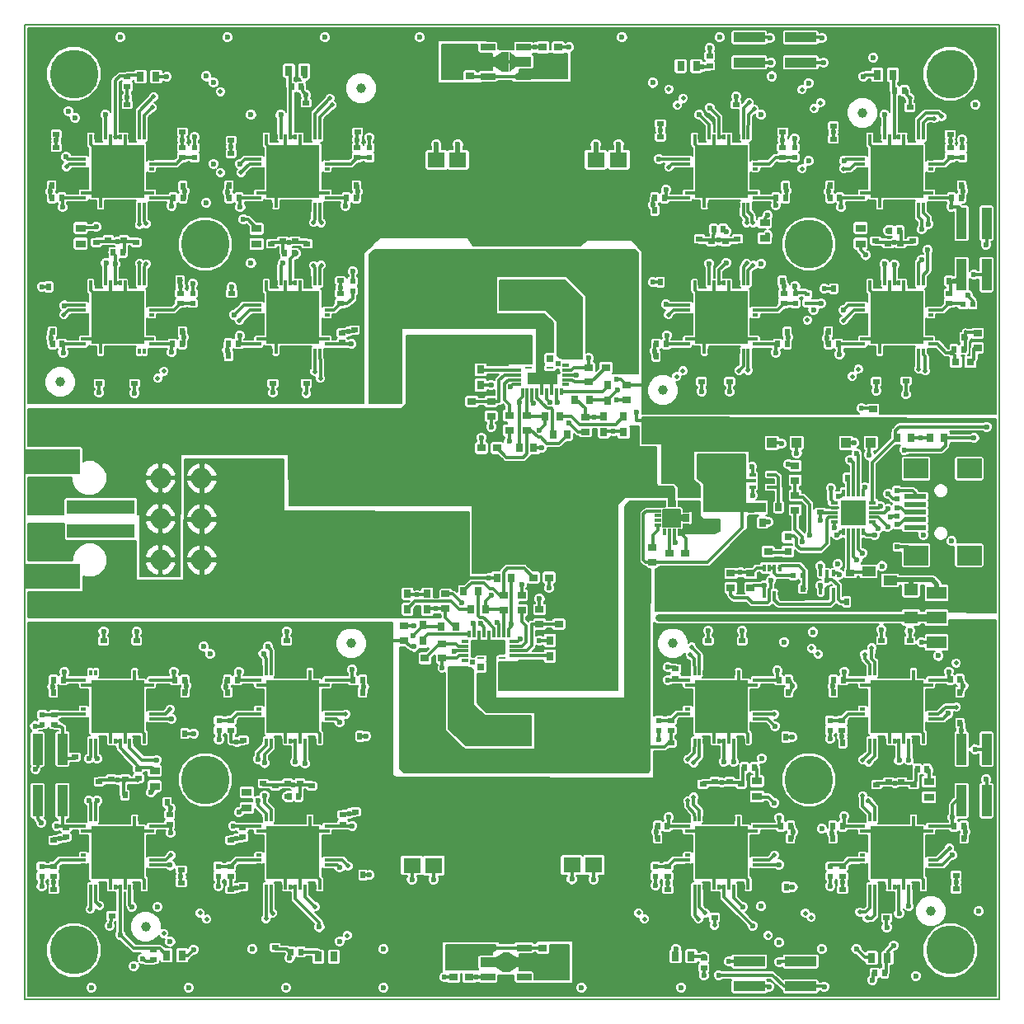
<source format=gtl>
G04 (created by PCBNEW (2013-05-16 BZR 4016)-stable) date 18. 1. 2014 1:36:01*
%MOIN*%
G04 Gerber Fmt 3.4, Leading zero omitted, Abs format*
%FSLAX34Y34*%
G01*
G70*
G90*
G04 APERTURE LIST*
%ADD10C,0.00590551*%
%ADD11C,0.011811*%
%ADD12C,0.0039*%
%ADD13R,0.0708X0.0629*%
%ADD14R,0.0354331X0.0314961*%
%ADD15R,0.0314961X0.0354331*%
%ADD16R,0.0118X0.0275*%
%ADD17R,0.0275X0.0118*%
%ADD18R,0.0122047X0.0417323*%
%ADD19R,0.122441X0.0515748*%
%ADD20R,0.0456693X0.104724*%
%ADD21R,0.0208661X0.0161417*%
%ADD22R,0.011811X0.0275*%
%ADD23R,0.0220472X0.0279528*%
%ADD24R,0.0259843X0.0169291*%
%ADD25R,0.0283465X0.0102362*%
%ADD26R,0.011811X0.0267717*%
%ADD27R,0.065748X0.0515748*%
%ADD28R,0.0167323X0.0326772*%
%ADD29R,0.0279528X0.0279528*%
%ADD30R,0.0220472X0.0220472*%
%ADD31R,0.0354331X0.0275591*%
%ADD32R,0.0275591X0.0354331*%
%ADD33C,0.19685*%
%ADD34R,0.0255906X0.0334646*%
%ADD35R,0.0885X0.0196*%
%ADD36R,0.0984X0.0787*%
%ADD37R,0.0259843X0.011811*%
%ADD38R,0.0393701X0.0393701*%
%ADD39R,0.0787402X0.05*%
%ADD40R,0.0236X0.0157*%
%ADD41C,0.0393701*%
%ADD42R,0.125984X0.0393701*%
%ADD43R,0.0393701X0.125984*%
%ADD44R,0.0196X0.0118*%
%ADD45R,0.0118X0.0196*%
%ADD46R,0.212598X0.212598*%
%ADD47R,0.0118X0.0295*%
%ADD48R,0.0295X0.0118*%
%ADD49R,0.0708661X0.0708661*%
%ADD50R,0.0393701X0.0314961*%
%ADD51R,0.011811X0.0259843*%
%ADD52O,0.0826X0.0826*%
%ADD53R,0.019685X0.019685*%
%ADD54R,0.015748X0.0295276*%
%ADD55R,0.011811X0.0295276*%
%ADD56R,0.0551181X0.0393701*%
%ADD57R,0.0314961X0.0314961*%
%ADD58R,0.0551181X0.0511811*%
%ADD59R,0.0629921X0.0314961*%
%ADD60R,0.0314961X0.0393701*%
%ADD61R,0.0984252X0.15748*%
%ADD62R,0.0275591X0.019685*%
%ADD63R,0.019685X0.0275591*%
%ADD64R,0.023622X0.019685*%
%ADD65R,0.019685X0.023622*%
%ADD66R,0.220472X0.104331*%
%ADD67R,0.275591X0.0551181*%
%ADD68R,0.212598X0.114173*%
%ADD69R,0.0591X0.0276*%
%ADD70R,0.0591X0.0394*%
%ADD71R,0.0315X0.0787*%
%ADD72C,0.011811*%
%ADD73R,0.0984252X0.0984252*%
%ADD74R,0.011811X0.0314961*%
%ADD75R,0.0314961X0.011811*%
%ADD76R,0.0315X0.011811*%
%ADD77C,0.023622*%
%ADD78C,0.019685*%
%ADD79C,0.0314961*%
%ADD80C,0.019685*%
%ADD81C,0.0118*%
%ADD82C,0.00787402*%
%ADD83C,0.01*%
G04 APERTURE END LIST*
G54D10*
X38779Y-61023D02*
X78149Y-61023D01*
X78149Y-61023D02*
X78149Y-21653D01*
X78149Y-21653D02*
X38779Y-21653D01*
X38779Y-21653D02*
X38779Y-61023D01*
X65273Y-41231D02*
X64565Y-41231D01*
X64565Y-41231D02*
X64565Y-41939D01*
X64565Y-41939D02*
X65273Y-41939D01*
X65273Y-41939D02*
X65273Y-41231D01*
G54D11*
X57519Y-43996D02*
X57323Y-43996D01*
G54D12*
X57295Y-43957D02*
X57491Y-43957D01*
G54D11*
X57271Y-43996D02*
X57212Y-43996D01*
X57428Y-43996D02*
X57468Y-43996D01*
X57402Y-43996D02*
X57264Y-43996D01*
G54D12*
X57472Y-43957D02*
X57531Y-43957D01*
G54D11*
X57309Y-43996D02*
X57289Y-43996D01*
X63492Y-37317D02*
X63492Y-37513D01*
G54D12*
X63453Y-37541D02*
X63453Y-37345D01*
G54D11*
X63492Y-37565D02*
X63492Y-37624D01*
X63492Y-37408D02*
X63492Y-37368D01*
X63492Y-37434D02*
X63492Y-37572D01*
G54D12*
X63453Y-37364D02*
X63453Y-37305D01*
G54D11*
X63492Y-37527D02*
X63492Y-37547D01*
G54D13*
X61851Y-28202D03*
X61851Y-27100D03*
X62776Y-28202D03*
X62776Y-27100D03*
X56279Y-28208D03*
X56279Y-27106D03*
X55413Y-28208D03*
X55413Y-27106D03*
X54546Y-29965D03*
X54546Y-31067D03*
X53680Y-29965D03*
X53680Y-31067D03*
X63525Y-52610D03*
X63525Y-51508D03*
X62642Y-52607D03*
X62642Y-51505D03*
X55293Y-54522D03*
X55293Y-55624D03*
X54416Y-54521D03*
X54416Y-55623D03*
X60882Y-54515D03*
X60882Y-55617D03*
X61764Y-54517D03*
X61764Y-55619D03*
G54D14*
X59962Y-43996D03*
X59333Y-43996D03*
G54D15*
X54225Y-45260D03*
X54225Y-44631D03*
X59998Y-46531D03*
X59998Y-47160D03*
X55018Y-44641D03*
X55018Y-45270D03*
G54D14*
X54932Y-47236D03*
X54303Y-47236D03*
G54D15*
X54878Y-45921D03*
X54878Y-46550D03*
G54D16*
X58315Y-46274D03*
X58118Y-46274D03*
X57921Y-46274D03*
X57724Y-46274D03*
X57528Y-46274D03*
X57331Y-46274D03*
X57134Y-46274D03*
G54D17*
X56563Y-46560D03*
X56563Y-46756D03*
X56563Y-46953D03*
X58492Y-46560D03*
X58492Y-46756D03*
X58492Y-46953D03*
G54D18*
X56822Y-48000D03*
G54D19*
X57515Y-46804D03*
G54D20*
X58197Y-47954D03*
G54D21*
X58528Y-48399D03*
G54D22*
X56937Y-46274D03*
X56740Y-46274D03*
G54D23*
X57613Y-47602D03*
G54D17*
X58492Y-47150D03*
X56563Y-47151D03*
G54D24*
X57634Y-47146D03*
G54D25*
X58073Y-47231D03*
G54D17*
X56563Y-47341D03*
X56563Y-47636D03*
X56563Y-47831D03*
X56563Y-48026D03*
X56563Y-48221D03*
X56563Y-48421D03*
G54D26*
X56823Y-48591D03*
G54D27*
X57393Y-48141D03*
G54D28*
X57148Y-48561D03*
X57638Y-48561D03*
G54D29*
X57202Y-47603D03*
G54D25*
X57205Y-47238D03*
G54D30*
X56877Y-47414D03*
G54D21*
X58527Y-47954D03*
X58527Y-47510D03*
G54D31*
X60358Y-45871D03*
X60358Y-45280D03*
X55768Y-44650D03*
X55768Y-45241D03*
X59578Y-45280D03*
X59578Y-45871D03*
G54D32*
X55602Y-45956D03*
X56193Y-45956D03*
X56812Y-45276D03*
X57403Y-45276D03*
G54D31*
X55638Y-46660D03*
X55638Y-47251D03*
G54D32*
X57852Y-43996D03*
X58443Y-43996D03*
G54D31*
X54100Y-45938D03*
X54100Y-46529D03*
X58848Y-45301D03*
X58848Y-44710D03*
X58118Y-44710D03*
X58118Y-45301D03*
G54D13*
X55413Y-29960D03*
X55413Y-31062D03*
G54D14*
X59705Y-22550D03*
X60334Y-22550D03*
G54D33*
X46062Y-30511D03*
G54D34*
X69242Y-41151D03*
X68592Y-41151D03*
X69242Y-41761D03*
X68592Y-41761D03*
G54D13*
X56279Y-29960D03*
X56279Y-31062D03*
X61850Y-29980D03*
X61850Y-31082D03*
X62775Y-29980D03*
X62775Y-31082D03*
X60885Y-52607D03*
X60885Y-51505D03*
X61768Y-52610D03*
X61768Y-51508D03*
X55307Y-52659D03*
X55307Y-51557D03*
X54429Y-52657D03*
X54429Y-51555D03*
G54D35*
X74763Y-41338D03*
X74763Y-41652D03*
X74763Y-41967D03*
X74763Y-41024D03*
X74763Y-40709D03*
G54D36*
X74803Y-43089D03*
X74803Y-39587D03*
X76948Y-43089D03*
X76948Y-39587D03*
G54D37*
X68905Y-40334D03*
X68181Y-40078D03*
X68905Y-39822D03*
X68905Y-40078D03*
X68181Y-39822D03*
X68181Y-40334D03*
G54D38*
X71976Y-38543D03*
X70976Y-38543D03*
X69976Y-38543D03*
X72976Y-38543D03*
X68976Y-38543D03*
G54D39*
X75629Y-45610D03*
X75629Y-46614D03*
X75629Y-44606D03*
G54D40*
X70403Y-32539D03*
X70403Y-32893D03*
G54D41*
X72637Y-25196D03*
X75393Y-57480D03*
X43651Y-58100D03*
X52362Y-24212D03*
X40206Y-36082D03*
X64566Y-36417D03*
X51968Y-46653D03*
X64960Y-46653D03*
G54D42*
X68051Y-23159D03*
X68051Y-22155D03*
X70137Y-22155D03*
X70137Y-23159D03*
G54D43*
X76643Y-29665D03*
X77647Y-29665D03*
X77647Y-31751D03*
X76643Y-31751D03*
X76643Y-50925D03*
X77647Y-50925D03*
X77647Y-53011D03*
X76643Y-53011D03*
G54D42*
X70137Y-59517D03*
X70137Y-60521D03*
X68051Y-60521D03*
X68051Y-59517D03*
G54D44*
X43896Y-26477D03*
X43896Y-26674D03*
X43896Y-26871D03*
X43896Y-27067D03*
X43896Y-27264D03*
X43896Y-27461D03*
X43896Y-27657D03*
X43896Y-27854D03*
X43896Y-28051D03*
X43896Y-28247D03*
X43896Y-28444D03*
X43896Y-28641D03*
G54D45*
X43601Y-28936D03*
X43404Y-28936D03*
X43207Y-28936D03*
X43011Y-28936D03*
X42814Y-28936D03*
X42617Y-28936D03*
X42421Y-28936D03*
X42224Y-28936D03*
X42027Y-28936D03*
X41831Y-28936D03*
X41634Y-28936D03*
X41437Y-28936D03*
G54D44*
X41142Y-28641D03*
X41142Y-28444D03*
X41142Y-28247D03*
X41142Y-28051D03*
X41142Y-27854D03*
X41142Y-27657D03*
X41142Y-27461D03*
X41142Y-27264D03*
X41142Y-27067D03*
X41142Y-26871D03*
X41142Y-26674D03*
X41142Y-26477D03*
G54D45*
X41437Y-26182D03*
X41634Y-26182D03*
X41831Y-26182D03*
X42027Y-26182D03*
X42224Y-26182D03*
X42421Y-26182D03*
X42617Y-26182D03*
X42814Y-26182D03*
X43011Y-26182D03*
X43207Y-26182D03*
X43404Y-26182D03*
X43601Y-26182D03*
G54D46*
X42519Y-27559D03*
G54D44*
X43896Y-32382D03*
X43896Y-32579D03*
X43896Y-32776D03*
X43896Y-32972D03*
X43896Y-33169D03*
X43896Y-33366D03*
X43896Y-33562D03*
X43896Y-33759D03*
X43896Y-33956D03*
X43896Y-34152D03*
X43896Y-34349D03*
X43896Y-34546D03*
G54D45*
X43601Y-34841D03*
X43404Y-34841D03*
X43207Y-34841D03*
X43011Y-34841D03*
X42814Y-34841D03*
X42617Y-34841D03*
X42421Y-34841D03*
X42224Y-34841D03*
X42027Y-34841D03*
X41831Y-34841D03*
X41634Y-34841D03*
X41437Y-34841D03*
G54D44*
X41142Y-34546D03*
X41142Y-34349D03*
X41142Y-34152D03*
X41142Y-33956D03*
X41142Y-33759D03*
X41142Y-33562D03*
X41142Y-33366D03*
X41142Y-33169D03*
X41142Y-32972D03*
X41142Y-32776D03*
X41142Y-32579D03*
X41142Y-32382D03*
G54D45*
X41437Y-32087D03*
X41634Y-32087D03*
X41831Y-32087D03*
X42027Y-32087D03*
X42224Y-32087D03*
X42421Y-32087D03*
X42617Y-32087D03*
X42814Y-32087D03*
X43011Y-32087D03*
X43207Y-32087D03*
X43404Y-32087D03*
X43601Y-32087D03*
G54D46*
X42519Y-33464D03*
G54D44*
X50983Y-32382D03*
X50983Y-32579D03*
X50983Y-32776D03*
X50983Y-32972D03*
X50983Y-33169D03*
X50983Y-33366D03*
X50983Y-33562D03*
X50983Y-33759D03*
X50983Y-33956D03*
X50983Y-34152D03*
X50983Y-34349D03*
X50983Y-34546D03*
G54D45*
X50688Y-34841D03*
X50491Y-34841D03*
X50294Y-34841D03*
X50098Y-34841D03*
X49901Y-34841D03*
X49704Y-34841D03*
X49508Y-34841D03*
X49311Y-34841D03*
X49114Y-34841D03*
X48918Y-34841D03*
X48721Y-34841D03*
X48524Y-34841D03*
G54D44*
X48229Y-34546D03*
X48229Y-34349D03*
X48229Y-34152D03*
X48229Y-33956D03*
X48229Y-33759D03*
X48229Y-33562D03*
X48229Y-33366D03*
X48229Y-33169D03*
X48229Y-32972D03*
X48229Y-32776D03*
X48229Y-32579D03*
X48229Y-32382D03*
G54D45*
X48524Y-32087D03*
X48721Y-32087D03*
X48918Y-32087D03*
X49114Y-32087D03*
X49311Y-32087D03*
X49508Y-32087D03*
X49704Y-32087D03*
X49901Y-32087D03*
X50098Y-32087D03*
X50294Y-32087D03*
X50491Y-32087D03*
X50688Y-32087D03*
G54D46*
X49606Y-33464D03*
G54D44*
X50983Y-26477D03*
X50983Y-26674D03*
X50983Y-26871D03*
X50983Y-27067D03*
X50983Y-27264D03*
X50983Y-27461D03*
X50983Y-27657D03*
X50983Y-27854D03*
X50983Y-28051D03*
X50983Y-28247D03*
X50983Y-28444D03*
X50983Y-28641D03*
G54D45*
X50688Y-28936D03*
X50491Y-28936D03*
X50294Y-28936D03*
X50098Y-28936D03*
X49901Y-28936D03*
X49704Y-28936D03*
X49508Y-28936D03*
X49311Y-28936D03*
X49114Y-28936D03*
X48918Y-28936D03*
X48721Y-28936D03*
X48524Y-28936D03*
G54D44*
X48229Y-28641D03*
X48229Y-28444D03*
X48229Y-28247D03*
X48229Y-28051D03*
X48229Y-27854D03*
X48229Y-27657D03*
X48229Y-27461D03*
X48229Y-27264D03*
X48229Y-27067D03*
X48229Y-26871D03*
X48229Y-26674D03*
X48229Y-26477D03*
G54D45*
X48524Y-26182D03*
X48721Y-26182D03*
X48918Y-26182D03*
X49114Y-26182D03*
X49311Y-26182D03*
X49508Y-26182D03*
X49704Y-26182D03*
X49901Y-26182D03*
X50098Y-26182D03*
X50294Y-26182D03*
X50491Y-26182D03*
X50688Y-26182D03*
G54D46*
X49606Y-27559D03*
G54D44*
X41142Y-50294D03*
X41142Y-50097D03*
X41142Y-49900D03*
X41142Y-49704D03*
X41142Y-49507D03*
X41142Y-49310D03*
X41142Y-49114D03*
X41142Y-48917D03*
X41142Y-48720D03*
X41142Y-48524D03*
X41142Y-48327D03*
X41142Y-48130D03*
G54D45*
X41437Y-47835D03*
X41634Y-47835D03*
X41831Y-47835D03*
X42027Y-47835D03*
X42224Y-47835D03*
X42421Y-47835D03*
X42617Y-47835D03*
X42814Y-47835D03*
X43011Y-47835D03*
X43207Y-47835D03*
X43404Y-47835D03*
X43601Y-47835D03*
G54D44*
X43896Y-48130D03*
X43896Y-48327D03*
X43896Y-48524D03*
X43896Y-48720D03*
X43896Y-48917D03*
X43896Y-49114D03*
X43896Y-49310D03*
X43896Y-49507D03*
X43896Y-49704D03*
X43896Y-49900D03*
X43896Y-50097D03*
X43896Y-50294D03*
G54D45*
X43601Y-50589D03*
X43404Y-50589D03*
X43207Y-50589D03*
X43011Y-50589D03*
X42814Y-50589D03*
X42617Y-50589D03*
X42421Y-50589D03*
X42224Y-50589D03*
X42027Y-50589D03*
X41831Y-50589D03*
X41634Y-50589D03*
X41437Y-50589D03*
G54D46*
X42519Y-49212D03*
G54D44*
X41142Y-56200D03*
X41142Y-56003D03*
X41142Y-55806D03*
X41142Y-55610D03*
X41142Y-55413D03*
X41142Y-55216D03*
X41142Y-55020D03*
X41142Y-54823D03*
X41142Y-54626D03*
X41142Y-54430D03*
X41142Y-54233D03*
X41142Y-54036D03*
G54D45*
X41437Y-53741D03*
X41634Y-53741D03*
X41831Y-53741D03*
X42027Y-53741D03*
X42224Y-53741D03*
X42421Y-53741D03*
X42617Y-53741D03*
X42814Y-53741D03*
X43011Y-53741D03*
X43207Y-53741D03*
X43404Y-53741D03*
X43601Y-53741D03*
G54D44*
X43896Y-54036D03*
X43896Y-54233D03*
X43896Y-54430D03*
X43896Y-54626D03*
X43896Y-54823D03*
X43896Y-55020D03*
X43896Y-55216D03*
X43896Y-55413D03*
X43896Y-55610D03*
X43896Y-55806D03*
X43896Y-56003D03*
X43896Y-56200D03*
G54D45*
X43601Y-56495D03*
X43404Y-56495D03*
X43207Y-56495D03*
X43011Y-56495D03*
X42814Y-56495D03*
X42617Y-56495D03*
X42421Y-56495D03*
X42224Y-56495D03*
X42027Y-56495D03*
X41831Y-56495D03*
X41634Y-56495D03*
X41437Y-56495D03*
G54D46*
X42519Y-55118D03*
G54D44*
X48229Y-56200D03*
X48229Y-56003D03*
X48229Y-55806D03*
X48229Y-55610D03*
X48229Y-55413D03*
X48229Y-55216D03*
X48229Y-55020D03*
X48229Y-54823D03*
X48229Y-54626D03*
X48229Y-54430D03*
X48229Y-54233D03*
X48229Y-54036D03*
G54D45*
X48524Y-53741D03*
X48721Y-53741D03*
X48918Y-53741D03*
X49114Y-53741D03*
X49311Y-53741D03*
X49508Y-53741D03*
X49704Y-53741D03*
X49901Y-53741D03*
X50098Y-53741D03*
X50294Y-53741D03*
X50491Y-53741D03*
X50688Y-53741D03*
G54D44*
X50983Y-54036D03*
X50983Y-54233D03*
X50983Y-54430D03*
X50983Y-54626D03*
X50983Y-54823D03*
X50983Y-55020D03*
X50983Y-55216D03*
X50983Y-55413D03*
X50983Y-55610D03*
X50983Y-55806D03*
X50983Y-56003D03*
X50983Y-56200D03*
G54D45*
X50688Y-56495D03*
X50491Y-56495D03*
X50294Y-56495D03*
X50098Y-56495D03*
X49901Y-56495D03*
X49704Y-56495D03*
X49508Y-56495D03*
X49311Y-56495D03*
X49114Y-56495D03*
X48918Y-56495D03*
X48721Y-56495D03*
X48524Y-56495D03*
G54D46*
X49606Y-55118D03*
G54D44*
X48229Y-50294D03*
X48229Y-50097D03*
X48229Y-49900D03*
X48229Y-49704D03*
X48229Y-49507D03*
X48229Y-49310D03*
X48229Y-49114D03*
X48229Y-48917D03*
X48229Y-48720D03*
X48229Y-48524D03*
X48229Y-48327D03*
X48229Y-48130D03*
G54D45*
X48524Y-47835D03*
X48721Y-47835D03*
X48918Y-47835D03*
X49114Y-47835D03*
X49311Y-47835D03*
X49508Y-47835D03*
X49704Y-47835D03*
X49901Y-47835D03*
X50098Y-47835D03*
X50294Y-47835D03*
X50491Y-47835D03*
X50688Y-47835D03*
G54D44*
X50983Y-48130D03*
X50983Y-48327D03*
X50983Y-48524D03*
X50983Y-48720D03*
X50983Y-48917D03*
X50983Y-49114D03*
X50983Y-49310D03*
X50983Y-49507D03*
X50983Y-49704D03*
X50983Y-49900D03*
X50983Y-50097D03*
X50983Y-50294D03*
G54D45*
X50688Y-50589D03*
X50491Y-50589D03*
X50294Y-50589D03*
X50098Y-50589D03*
X49901Y-50589D03*
X49704Y-50589D03*
X49508Y-50589D03*
X49311Y-50589D03*
X49114Y-50589D03*
X48918Y-50589D03*
X48721Y-50589D03*
X48524Y-50589D03*
G54D46*
X49606Y-49212D03*
G54D44*
X65552Y-50294D03*
X65552Y-50097D03*
X65552Y-49900D03*
X65552Y-49704D03*
X65552Y-49507D03*
X65552Y-49310D03*
X65552Y-49114D03*
X65552Y-48917D03*
X65552Y-48720D03*
X65552Y-48524D03*
X65552Y-48327D03*
X65552Y-48130D03*
G54D45*
X65847Y-47835D03*
X66044Y-47835D03*
X66241Y-47835D03*
X66437Y-47835D03*
X66634Y-47835D03*
X66831Y-47835D03*
X67027Y-47835D03*
X67224Y-47835D03*
X67421Y-47835D03*
X67617Y-47835D03*
X67814Y-47835D03*
X68011Y-47835D03*
G54D44*
X68306Y-48130D03*
X68306Y-48327D03*
X68306Y-48524D03*
X68306Y-48720D03*
X68306Y-48917D03*
X68306Y-49114D03*
X68306Y-49310D03*
X68306Y-49507D03*
X68306Y-49704D03*
X68306Y-49900D03*
X68306Y-50097D03*
X68306Y-50294D03*
G54D45*
X68011Y-50589D03*
X67814Y-50589D03*
X67617Y-50589D03*
X67421Y-50589D03*
X67224Y-50589D03*
X67027Y-50589D03*
X66831Y-50589D03*
X66634Y-50589D03*
X66437Y-50589D03*
X66241Y-50589D03*
X66044Y-50589D03*
X65847Y-50589D03*
G54D46*
X66929Y-49212D03*
G54D44*
X65552Y-56200D03*
X65552Y-56003D03*
X65552Y-55806D03*
X65552Y-55610D03*
X65552Y-55413D03*
X65552Y-55216D03*
X65552Y-55020D03*
X65552Y-54823D03*
X65552Y-54626D03*
X65552Y-54430D03*
X65552Y-54233D03*
X65552Y-54036D03*
G54D45*
X65847Y-53741D03*
X66044Y-53741D03*
X66241Y-53741D03*
X66437Y-53741D03*
X66634Y-53741D03*
X66831Y-53741D03*
X67027Y-53741D03*
X67224Y-53741D03*
X67421Y-53741D03*
X67617Y-53741D03*
X67814Y-53741D03*
X68011Y-53741D03*
G54D44*
X68306Y-54036D03*
X68306Y-54233D03*
X68306Y-54430D03*
X68306Y-54626D03*
X68306Y-54823D03*
X68306Y-55020D03*
X68306Y-55216D03*
X68306Y-55413D03*
X68306Y-55610D03*
X68306Y-55806D03*
X68306Y-56003D03*
X68306Y-56200D03*
G54D45*
X68011Y-56495D03*
X67814Y-56495D03*
X67617Y-56495D03*
X67421Y-56495D03*
X67224Y-56495D03*
X67027Y-56495D03*
X66831Y-56495D03*
X66634Y-56495D03*
X66437Y-56495D03*
X66241Y-56495D03*
X66044Y-56495D03*
X65847Y-56495D03*
G54D46*
X66929Y-55118D03*
G54D44*
X72638Y-56200D03*
X72638Y-56003D03*
X72638Y-55806D03*
X72638Y-55610D03*
X72638Y-55413D03*
X72638Y-55216D03*
X72638Y-55020D03*
X72638Y-54823D03*
X72638Y-54626D03*
X72638Y-54430D03*
X72638Y-54233D03*
X72638Y-54036D03*
G54D45*
X72933Y-53741D03*
X73130Y-53741D03*
X73327Y-53741D03*
X73523Y-53741D03*
X73720Y-53741D03*
X73917Y-53741D03*
X74113Y-53741D03*
X74310Y-53741D03*
X74507Y-53741D03*
X74703Y-53741D03*
X74900Y-53741D03*
X75097Y-53741D03*
G54D44*
X75392Y-54036D03*
X75392Y-54233D03*
X75392Y-54430D03*
X75392Y-54626D03*
X75392Y-54823D03*
X75392Y-55020D03*
X75392Y-55216D03*
X75392Y-55413D03*
X75392Y-55610D03*
X75392Y-55806D03*
X75392Y-56003D03*
X75392Y-56200D03*
G54D45*
X75097Y-56495D03*
X74900Y-56495D03*
X74703Y-56495D03*
X74507Y-56495D03*
X74310Y-56495D03*
X74113Y-56495D03*
X73917Y-56495D03*
X73720Y-56495D03*
X73523Y-56495D03*
X73327Y-56495D03*
X73130Y-56495D03*
X72933Y-56495D03*
G54D46*
X74015Y-55118D03*
G54D44*
X72638Y-50294D03*
X72638Y-50097D03*
X72638Y-49900D03*
X72638Y-49704D03*
X72638Y-49507D03*
X72638Y-49310D03*
X72638Y-49114D03*
X72638Y-48917D03*
X72638Y-48720D03*
X72638Y-48524D03*
X72638Y-48327D03*
X72638Y-48130D03*
G54D45*
X72933Y-47835D03*
X73130Y-47835D03*
X73327Y-47835D03*
X73523Y-47835D03*
X73720Y-47835D03*
X73917Y-47835D03*
X74113Y-47835D03*
X74310Y-47835D03*
X74507Y-47835D03*
X74703Y-47835D03*
X74900Y-47835D03*
X75097Y-47835D03*
G54D44*
X75392Y-48130D03*
X75392Y-48327D03*
X75392Y-48524D03*
X75392Y-48720D03*
X75392Y-48917D03*
X75392Y-49114D03*
X75392Y-49310D03*
X75392Y-49507D03*
X75392Y-49704D03*
X75392Y-49900D03*
X75392Y-50097D03*
X75392Y-50294D03*
G54D45*
X75097Y-50589D03*
X74900Y-50589D03*
X74703Y-50589D03*
X74507Y-50589D03*
X74310Y-50589D03*
X74113Y-50589D03*
X73917Y-50589D03*
X73720Y-50589D03*
X73523Y-50589D03*
X73327Y-50589D03*
X73130Y-50589D03*
X72933Y-50589D03*
G54D46*
X74015Y-49212D03*
G54D44*
X75392Y-32382D03*
X75392Y-32579D03*
X75392Y-32776D03*
X75392Y-32972D03*
X75392Y-33169D03*
X75392Y-33366D03*
X75392Y-33562D03*
X75392Y-33759D03*
X75392Y-33956D03*
X75392Y-34152D03*
X75392Y-34349D03*
X75392Y-34546D03*
G54D45*
X75097Y-34841D03*
X74900Y-34841D03*
X74703Y-34841D03*
X74507Y-34841D03*
X74310Y-34841D03*
X74113Y-34841D03*
X73917Y-34841D03*
X73720Y-34841D03*
X73523Y-34841D03*
X73327Y-34841D03*
X73130Y-34841D03*
X72933Y-34841D03*
G54D44*
X72638Y-34546D03*
X72638Y-34349D03*
X72638Y-34152D03*
X72638Y-33956D03*
X72638Y-33759D03*
X72638Y-33562D03*
X72638Y-33366D03*
X72638Y-33169D03*
X72638Y-32972D03*
X72638Y-32776D03*
X72638Y-32579D03*
X72638Y-32382D03*
G54D45*
X72933Y-32087D03*
X73130Y-32087D03*
X73327Y-32087D03*
X73523Y-32087D03*
X73720Y-32087D03*
X73917Y-32087D03*
X74113Y-32087D03*
X74310Y-32087D03*
X74507Y-32087D03*
X74703Y-32087D03*
X74900Y-32087D03*
X75097Y-32087D03*
G54D46*
X74015Y-33464D03*
G54D44*
X75392Y-26477D03*
X75392Y-26674D03*
X75392Y-26871D03*
X75392Y-27067D03*
X75392Y-27264D03*
X75392Y-27461D03*
X75392Y-27657D03*
X75392Y-27854D03*
X75392Y-28051D03*
X75392Y-28247D03*
X75392Y-28444D03*
X75392Y-28641D03*
G54D45*
X75097Y-28936D03*
X74900Y-28936D03*
X74703Y-28936D03*
X74507Y-28936D03*
X74310Y-28936D03*
X74113Y-28936D03*
X73917Y-28936D03*
X73720Y-28936D03*
X73523Y-28936D03*
X73327Y-28936D03*
X73130Y-28936D03*
X72933Y-28936D03*
G54D44*
X72638Y-28641D03*
X72638Y-28444D03*
X72638Y-28247D03*
X72638Y-28051D03*
X72638Y-27854D03*
X72638Y-27657D03*
X72638Y-27461D03*
X72638Y-27264D03*
X72638Y-27067D03*
X72638Y-26871D03*
X72638Y-26674D03*
X72638Y-26477D03*
G54D45*
X72933Y-26182D03*
X73130Y-26182D03*
X73327Y-26182D03*
X73523Y-26182D03*
X73720Y-26182D03*
X73917Y-26182D03*
X74113Y-26182D03*
X74310Y-26182D03*
X74507Y-26182D03*
X74703Y-26182D03*
X74900Y-26182D03*
X75097Y-26182D03*
G54D46*
X74015Y-27559D03*
G54D44*
X68306Y-26477D03*
X68306Y-26674D03*
X68306Y-26871D03*
X68306Y-27067D03*
X68306Y-27264D03*
X68306Y-27461D03*
X68306Y-27657D03*
X68306Y-27854D03*
X68306Y-28051D03*
X68306Y-28247D03*
X68306Y-28444D03*
X68306Y-28641D03*
G54D45*
X68011Y-28936D03*
X67814Y-28936D03*
X67617Y-28936D03*
X67421Y-28936D03*
X67224Y-28936D03*
X67027Y-28936D03*
X66831Y-28936D03*
X66634Y-28936D03*
X66437Y-28936D03*
X66241Y-28936D03*
X66044Y-28936D03*
X65847Y-28936D03*
G54D44*
X65552Y-28641D03*
X65552Y-28444D03*
X65552Y-28247D03*
X65552Y-28051D03*
X65552Y-27854D03*
X65552Y-27657D03*
X65552Y-27461D03*
X65552Y-27264D03*
X65552Y-27067D03*
X65552Y-26871D03*
X65552Y-26674D03*
X65552Y-26477D03*
G54D45*
X65847Y-26182D03*
X66044Y-26182D03*
X66241Y-26182D03*
X66437Y-26182D03*
X66634Y-26182D03*
X66831Y-26182D03*
X67027Y-26182D03*
X67224Y-26182D03*
X67421Y-26182D03*
X67617Y-26182D03*
X67814Y-26182D03*
X68011Y-26182D03*
G54D46*
X66929Y-27559D03*
G54D44*
X68306Y-32382D03*
X68306Y-32579D03*
X68306Y-32776D03*
X68306Y-32972D03*
X68306Y-33169D03*
X68306Y-33366D03*
X68306Y-33562D03*
X68306Y-33759D03*
X68306Y-33956D03*
X68306Y-34152D03*
X68306Y-34349D03*
X68306Y-34546D03*
G54D45*
X68011Y-34841D03*
X67814Y-34841D03*
X67617Y-34841D03*
X67421Y-34841D03*
X67224Y-34841D03*
X67027Y-34841D03*
X66831Y-34841D03*
X66634Y-34841D03*
X66437Y-34841D03*
X66241Y-34841D03*
X66044Y-34841D03*
X65847Y-34841D03*
G54D44*
X65552Y-34546D03*
X65552Y-34349D03*
X65552Y-34152D03*
X65552Y-33956D03*
X65552Y-33759D03*
X65552Y-33562D03*
X65552Y-33366D03*
X65552Y-33169D03*
X65552Y-32972D03*
X65552Y-32776D03*
X65552Y-32579D03*
X65552Y-32382D03*
G54D45*
X65847Y-32087D03*
X66044Y-32087D03*
X66241Y-32087D03*
X66437Y-32087D03*
X66634Y-32087D03*
X66831Y-32087D03*
X67027Y-32087D03*
X67224Y-32087D03*
X67421Y-32087D03*
X67617Y-32087D03*
X67814Y-32087D03*
X68011Y-32087D03*
G54D46*
X66929Y-33464D03*
G54D47*
X65214Y-41015D03*
X65017Y-41015D03*
X64821Y-41015D03*
X64624Y-41015D03*
G54D48*
X64349Y-41290D03*
X64349Y-41487D03*
X64349Y-41683D03*
X64349Y-41880D03*
G54D47*
X64624Y-42155D03*
X64821Y-42155D03*
X65017Y-42155D03*
X65214Y-42155D03*
G54D48*
X65489Y-41880D03*
X65489Y-41683D03*
X65489Y-41487D03*
X65489Y-41290D03*
G54D49*
X64919Y-41585D03*
G54D50*
X65441Y-41585D03*
G54D43*
X40285Y-53011D03*
X39281Y-53011D03*
X39281Y-50925D03*
X40285Y-50925D03*
G54D33*
X40748Y-23622D03*
X40748Y-59055D03*
X46062Y-52165D03*
X70472Y-52165D03*
X76181Y-59055D03*
X76181Y-23622D03*
X70472Y-30511D03*
G54D51*
X70944Y-44545D03*
X71200Y-43820D03*
X71456Y-44545D03*
X71200Y-44545D03*
X71456Y-43820D03*
X70944Y-43820D03*
G54D52*
X44252Y-43267D03*
X44252Y-41614D03*
X44252Y-39961D03*
X45904Y-39961D03*
X45904Y-41614D03*
X45904Y-43267D03*
G54D53*
X74025Y-41496D03*
X74025Y-41850D03*
X74025Y-40807D03*
X74025Y-41161D03*
X74035Y-42401D03*
X74035Y-42755D03*
X74025Y-40118D03*
X74025Y-40472D03*
G54D54*
X69291Y-44685D03*
X68661Y-44685D03*
G54D55*
X68877Y-44685D03*
X69074Y-44685D03*
X69074Y-43602D03*
X68877Y-43602D03*
G54D54*
X68661Y-43602D03*
X69291Y-43602D03*
G54D56*
X72883Y-43740D03*
X72883Y-44488D03*
X73750Y-44104D03*
G54D57*
X69616Y-42352D03*
X69616Y-42942D03*
X76407Y-35275D03*
X76998Y-35275D03*
G54D58*
X74596Y-45600D03*
X74596Y-44458D03*
G54D59*
X66525Y-41840D03*
X66525Y-41131D03*
G54D60*
X44074Y-23740D03*
X43444Y-23740D03*
X50068Y-23494D03*
X49438Y-23494D03*
G54D50*
X48139Y-29881D03*
X48139Y-30511D03*
X41023Y-29862D03*
X41023Y-30492D03*
X44015Y-52431D03*
X44015Y-51801D03*
X47746Y-53307D03*
X47746Y-52677D03*
G54D60*
X45127Y-59261D03*
X44498Y-59261D03*
X51259Y-59320D03*
X50629Y-59320D03*
X65078Y-59301D03*
X65708Y-59301D03*
X73011Y-59360D03*
X73641Y-59360D03*
G54D50*
X68366Y-52844D03*
X68366Y-52214D03*
X75324Y-52874D03*
X75324Y-52244D03*
X68681Y-29645D03*
X68681Y-30275D03*
X72559Y-29862D03*
X72559Y-30492D03*
G54D60*
X65285Y-23307D03*
X65915Y-23307D03*
X73238Y-23661D03*
X73868Y-23661D03*
G54D61*
X50515Y-43141D03*
X50515Y-39992D03*
X54736Y-43141D03*
X54736Y-39992D03*
G54D15*
X58932Y-49016D03*
X58932Y-48387D03*
X57559Y-34370D03*
X57559Y-33740D03*
X58270Y-33750D03*
X58270Y-34379D03*
G54D14*
X56764Y-23720D03*
X56135Y-23720D03*
X56724Y-60145D03*
X56095Y-60145D03*
X59705Y-58960D03*
X60334Y-58960D03*
X66122Y-39173D03*
X65492Y-39173D03*
X66122Y-39783D03*
X65492Y-39783D03*
X64842Y-43011D03*
X65472Y-43011D03*
G54D15*
X59640Y-48391D03*
X59640Y-49020D03*
G54D14*
X52275Y-31190D03*
X52904Y-31190D03*
G54D38*
X63996Y-39881D03*
X64822Y-39881D03*
X63996Y-39074D03*
X64822Y-39074D03*
X60347Y-48285D03*
X60347Y-49112D03*
X61054Y-48285D03*
X61054Y-49112D03*
X61754Y-48285D03*
X61754Y-49112D03*
X62466Y-48290D03*
X63293Y-48290D03*
X62467Y-47544D03*
X63294Y-47544D03*
X56830Y-34473D03*
X56830Y-33646D03*
X56060Y-34473D03*
X56060Y-33646D03*
X55290Y-34473D03*
X55290Y-33646D03*
X54468Y-34488D03*
X53641Y-34488D03*
X54463Y-35230D03*
X53636Y-35230D03*
G54D31*
X68110Y-43818D03*
X68110Y-44409D03*
X67312Y-43818D03*
X67312Y-44409D03*
X72145Y-43799D03*
X72145Y-44389D03*
X68818Y-42942D03*
X68818Y-42352D03*
X77283Y-34704D03*
X77283Y-34114D03*
X73051Y-37185D03*
X73051Y-37775D03*
G54D32*
X75354Y-38346D03*
X75944Y-38346D03*
X74606Y-38346D03*
X74015Y-38346D03*
G54D31*
X69911Y-39468D03*
X69911Y-40059D03*
X69911Y-40669D03*
X69911Y-41259D03*
X64133Y-42775D03*
X64133Y-43366D03*
G54D62*
X70929Y-40960D03*
X70929Y-41353D03*
G54D63*
X71988Y-44970D03*
X72381Y-44970D03*
X69832Y-44429D03*
X70226Y-44429D03*
G54D62*
X43366Y-51722D03*
X43366Y-52116D03*
G54D63*
X49448Y-52834D03*
X49842Y-52834D03*
G54D62*
X43966Y-59045D03*
X43966Y-59438D03*
G54D63*
X49931Y-59124D03*
X49537Y-59124D03*
X68248Y-51673D03*
X67854Y-51673D03*
X75246Y-51732D03*
X74852Y-51732D03*
G54D62*
X66220Y-59370D03*
X66220Y-59763D03*
G54D63*
X73523Y-59980D03*
X73129Y-59980D03*
X73740Y-29960D03*
X74133Y-29960D03*
X67007Y-29901D03*
X66614Y-29901D03*
X73946Y-24301D03*
X74340Y-24301D03*
G54D62*
X66456Y-23297D03*
X66456Y-22903D03*
G54D63*
X49665Y-30885D03*
X49271Y-30885D03*
X42342Y-30846D03*
X42736Y-30846D03*
X49547Y-24153D03*
X49940Y-24153D03*
G54D62*
X42913Y-23740D03*
X42913Y-24133D03*
X68129Y-41259D03*
X68129Y-41653D03*
G54D63*
X71632Y-39963D03*
X72025Y-39963D03*
G54D62*
X41948Y-46948D03*
X41948Y-46555D03*
X40797Y-50846D03*
X40797Y-51240D03*
G54D63*
X40314Y-48622D03*
X39921Y-48622D03*
X43208Y-52785D03*
X42814Y-52785D03*
X44842Y-48622D03*
X45236Y-48622D03*
X44842Y-50295D03*
X45236Y-50295D03*
G54D62*
X42834Y-51732D03*
X42834Y-52125D03*
X42263Y-51732D03*
X42263Y-52125D03*
X39970Y-49537D03*
X39970Y-49931D03*
G54D63*
X40314Y-48129D03*
X39921Y-48129D03*
X44842Y-48129D03*
X45236Y-48129D03*
X51919Y-50403D03*
X52312Y-50403D03*
X47362Y-48622D03*
X46968Y-48622D03*
G54D62*
X48405Y-51919D03*
X48405Y-52312D03*
X49350Y-46948D03*
X49350Y-46555D03*
G54D63*
X52027Y-48622D03*
X52421Y-48622D03*
G54D62*
X47598Y-50177D03*
X47598Y-50570D03*
X49881Y-51909D03*
X49881Y-52303D03*
X49389Y-51909D03*
X49389Y-52303D03*
X47106Y-49763D03*
X47106Y-50157D03*
G54D63*
X47362Y-48129D03*
X46968Y-48129D03*
X52027Y-48129D03*
X52421Y-48129D03*
G54D62*
X42283Y-57273D03*
X42283Y-57667D03*
X39940Y-56988D03*
X39940Y-56594D03*
X39940Y-55000D03*
X39940Y-54606D03*
X41771Y-52637D03*
X41771Y-52244D03*
G54D63*
X44124Y-53080D03*
X44517Y-53080D03*
G54D62*
X43287Y-46948D03*
X43287Y-46555D03*
X45098Y-56732D03*
X45098Y-56338D03*
X45098Y-55413D03*
X45098Y-55807D03*
X39940Y-55669D03*
X39940Y-56062D03*
X40433Y-54094D03*
X40433Y-54488D03*
X44622Y-53976D03*
X44622Y-53582D03*
G54D63*
X52037Y-56013D03*
X52431Y-56013D03*
G54D62*
X47086Y-56988D03*
X47086Y-56594D03*
X47086Y-55000D03*
X47086Y-54606D03*
X50374Y-52814D03*
X50374Y-52421D03*
X52125Y-53070D03*
X52125Y-53464D03*
X47578Y-56082D03*
X47578Y-56476D03*
X48897Y-52814D03*
X48897Y-52421D03*
X48887Y-58553D03*
X48887Y-58946D03*
X47086Y-55669D03*
X47086Y-56062D03*
X47578Y-54094D03*
X47578Y-54488D03*
X51633Y-53976D03*
X51633Y-53582D03*
X67736Y-52736D03*
X67736Y-52342D03*
G54D63*
X64350Y-48720D03*
X63956Y-48720D03*
G54D62*
X67775Y-46948D03*
X67775Y-46555D03*
X66397Y-46948D03*
X66397Y-46555D03*
G54D63*
X69251Y-48622D03*
X69645Y-48622D03*
G54D62*
X64901Y-51082D03*
X64901Y-50688D03*
X67263Y-51830D03*
X67263Y-52224D03*
X66673Y-51830D03*
X66673Y-52224D03*
X64901Y-49763D03*
X64901Y-50157D03*
X65078Y-48070D03*
X65078Y-47677D03*
G54D63*
X69251Y-48129D03*
X69645Y-48129D03*
G54D62*
X74704Y-52755D03*
X74704Y-52362D03*
X74547Y-46929D03*
X74547Y-46535D03*
G54D63*
X71850Y-48622D03*
X71456Y-48622D03*
G54D62*
X73405Y-46929D03*
X73405Y-46535D03*
G54D63*
X76181Y-48622D03*
X76574Y-48622D03*
X72234Y-50669D03*
X71840Y-50669D03*
G54D62*
X74212Y-51850D03*
X74212Y-52244D03*
X73700Y-51850D03*
X73700Y-52244D03*
X71811Y-49763D03*
X71811Y-50157D03*
G54D63*
X71850Y-48129D03*
X71456Y-48129D03*
X76181Y-48110D03*
X76574Y-48110D03*
X69163Y-56505D03*
X69557Y-56505D03*
X64350Y-49212D03*
X63956Y-49212D03*
X64744Y-54527D03*
X64350Y-54527D03*
G54D62*
X66181Y-52736D03*
X66181Y-52342D03*
G54D63*
X69330Y-54527D03*
X69724Y-54527D03*
G54D62*
X64763Y-56988D03*
X64763Y-56594D03*
G54D63*
X69143Y-50442D03*
X69537Y-50442D03*
G54D62*
X66649Y-57334D03*
X66649Y-57728D03*
X64763Y-55669D03*
X64763Y-56062D03*
G54D63*
X64744Y-54035D03*
X64350Y-54035D03*
X69330Y-54035D03*
X69724Y-54035D03*
G54D62*
X73610Y-57350D03*
X73610Y-57744D03*
X76417Y-56968D03*
X76417Y-56574D03*
G54D63*
X71830Y-54527D03*
X71437Y-54527D03*
G54D62*
X73208Y-52755D03*
X73208Y-52362D03*
G54D63*
X76338Y-54527D03*
X76732Y-54527D03*
G54D62*
X71830Y-56988D03*
X71830Y-56594D03*
X76417Y-55629D03*
X76417Y-56023D03*
G54D63*
X76181Y-49881D03*
X76574Y-49881D03*
G54D62*
X71830Y-55669D03*
X71830Y-56062D03*
G54D63*
X71830Y-54035D03*
X71437Y-54035D03*
X76338Y-54035D03*
X76732Y-54035D03*
G54D62*
X73188Y-35669D03*
X73188Y-36062D03*
G54D63*
X76338Y-34281D03*
X76732Y-34281D03*
G54D62*
X67263Y-35673D03*
X67263Y-36066D03*
X74397Y-35653D03*
X74397Y-36047D03*
G54D63*
X71653Y-34055D03*
X71259Y-34055D03*
G54D62*
X73661Y-30885D03*
X73661Y-30492D03*
X74173Y-30885D03*
X74173Y-30492D03*
G54D63*
X75728Y-32007D03*
X76122Y-32007D03*
G54D62*
X76141Y-32893D03*
X76141Y-32500D03*
G54D63*
X76338Y-34763D03*
X76732Y-34763D03*
X71653Y-34547D03*
X71259Y-34547D03*
X69192Y-34074D03*
X69586Y-34074D03*
X64842Y-32047D03*
X64448Y-32047D03*
G54D62*
X66043Y-29901D03*
X66043Y-30295D03*
G54D63*
X68996Y-32007D03*
X69389Y-32007D03*
X64685Y-35039D03*
X64291Y-35039D03*
G54D62*
X66122Y-35669D03*
X66122Y-36062D03*
X67086Y-30807D03*
X67086Y-30413D03*
X66535Y-30807D03*
X66535Y-30413D03*
X69448Y-32913D03*
X69448Y-32519D03*
G54D63*
X69192Y-34547D03*
X69586Y-34547D03*
X64685Y-34547D03*
X64291Y-34547D03*
G54D62*
X71456Y-26653D03*
X71456Y-26259D03*
X76181Y-25688D03*
X76181Y-26082D03*
G54D63*
X76240Y-28149D03*
X76633Y-28149D03*
G54D62*
X74665Y-29980D03*
X74665Y-30374D03*
G54D63*
X71712Y-28149D03*
X71318Y-28149D03*
G54D62*
X71456Y-25334D03*
X71456Y-25728D03*
X73169Y-29980D03*
X73169Y-30374D03*
X74551Y-25370D03*
X74551Y-24976D03*
X76181Y-27007D03*
X76181Y-26614D03*
G54D63*
X76240Y-28641D03*
X76633Y-28641D03*
X71712Y-28641D03*
X71318Y-28641D03*
G54D62*
X64468Y-25255D03*
X64468Y-25649D03*
G54D63*
X69133Y-28169D03*
X69527Y-28169D03*
G54D62*
X69409Y-25590D03*
X69409Y-25984D03*
X67578Y-29901D03*
X67578Y-30295D03*
G54D63*
X71860Y-32312D03*
X71466Y-32312D03*
X64625Y-29133D03*
X64232Y-29133D03*
G54D62*
X64468Y-26574D03*
X64468Y-26181D03*
X67519Y-25255D03*
X67519Y-24862D03*
X69389Y-27007D03*
X69389Y-26614D03*
G54D63*
X69133Y-28641D03*
X69527Y-28641D03*
X64625Y-28641D03*
X64232Y-28641D03*
G54D62*
X47125Y-32893D03*
X47125Y-32500D03*
X50177Y-30885D03*
X50177Y-30492D03*
X48740Y-30885D03*
X48740Y-30492D03*
X52086Y-33582D03*
X52086Y-33976D03*
X49192Y-29980D03*
X49192Y-30374D03*
X48799Y-35748D03*
X48799Y-36141D03*
G54D63*
X47401Y-35019D03*
X47007Y-35019D03*
G54D62*
X51535Y-31594D03*
X51535Y-31988D03*
X51535Y-32913D03*
X51535Y-32519D03*
X51594Y-34488D03*
X51594Y-34094D03*
G54D63*
X47401Y-34527D03*
X47007Y-34527D03*
G54D62*
X43208Y-35748D03*
X43208Y-36141D03*
X43259Y-30842D03*
X43259Y-30448D03*
X41653Y-30846D03*
X41653Y-30452D03*
G54D63*
X44744Y-34055D03*
X45137Y-34055D03*
G54D62*
X41771Y-35748D03*
X41771Y-36141D03*
G54D63*
X40275Y-34055D03*
X39881Y-34055D03*
X44645Y-31988D03*
X45039Y-31988D03*
X40127Y-32234D03*
X39734Y-32234D03*
G54D62*
X45059Y-32893D03*
X45059Y-32500D03*
G54D63*
X40275Y-34547D03*
X39881Y-34547D03*
X44744Y-34547D03*
X45137Y-34547D03*
G54D62*
X50137Y-25188D03*
X50137Y-24795D03*
X47106Y-27244D03*
X47106Y-26850D03*
X52224Y-25590D03*
X52224Y-25984D03*
X50149Y-35748D03*
X50149Y-36141D03*
G54D63*
X51771Y-28149D03*
X52165Y-28149D03*
G54D62*
X49685Y-29980D03*
X49685Y-30374D03*
X47106Y-25925D03*
X47106Y-26318D03*
G54D63*
X47421Y-28149D03*
X47027Y-28149D03*
G54D62*
X52204Y-27007D03*
X52204Y-26614D03*
G54D63*
X47421Y-28641D03*
X47027Y-28641D03*
X51771Y-28641D03*
X52165Y-28641D03*
G54D62*
X40039Y-26988D03*
X40039Y-26594D03*
X42145Y-29940D03*
X42145Y-30334D03*
X42775Y-29940D03*
X42775Y-30334D03*
G54D63*
X44763Y-28169D03*
X45157Y-28169D03*
G54D62*
X45137Y-25590D03*
X45137Y-25984D03*
G54D63*
X40255Y-28149D03*
X39862Y-28149D03*
G54D62*
X45137Y-27007D03*
X45137Y-26614D03*
G54D63*
X44763Y-28641D03*
X45157Y-28641D03*
G54D62*
X40039Y-25669D03*
X40039Y-26062D03*
X42905Y-25251D03*
X42905Y-24858D03*
G54D63*
X40255Y-28641D03*
X39862Y-28641D03*
G54D64*
X45629Y-27007D03*
X45629Y-26614D03*
X45551Y-32893D03*
X45551Y-32500D03*
X52027Y-32401D03*
X52027Y-32007D03*
X52696Y-27007D03*
X52696Y-26614D03*
X46614Y-49763D03*
X46614Y-50157D03*
X46594Y-55669D03*
X46594Y-56062D03*
X39448Y-55669D03*
X39448Y-56062D03*
X39478Y-49537D03*
X39478Y-49931D03*
G54D65*
X70216Y-43897D03*
X69822Y-43897D03*
G54D64*
X76673Y-27007D03*
X76673Y-26614D03*
G54D65*
X76692Y-32952D03*
X77086Y-32952D03*
G54D64*
X69921Y-32913D03*
X69921Y-32519D03*
X69881Y-27007D03*
X69881Y-26614D03*
X64409Y-49763D03*
X64409Y-50157D03*
X64271Y-55669D03*
X64271Y-56062D03*
X71338Y-55669D03*
X71338Y-56062D03*
X71318Y-49763D03*
X71318Y-50157D03*
G54D66*
X39911Y-43937D03*
X39911Y-39311D03*
G54D67*
X41840Y-41131D03*
X41840Y-42116D03*
G54D68*
X59070Y-32571D03*
X59068Y-28466D03*
G54D31*
X59080Y-38035D03*
X59080Y-37444D03*
X58350Y-37444D03*
X58350Y-38035D03*
X63098Y-36807D03*
X63098Y-36216D03*
G54D32*
X59345Y-38750D03*
X58754Y-38750D03*
G54D31*
X61560Y-36085D03*
X61560Y-35494D03*
G54D32*
X60385Y-37470D03*
X59794Y-37470D03*
X61595Y-36790D03*
X61004Y-36790D03*
G54D31*
X57620Y-37465D03*
X57620Y-36874D03*
X61430Y-38095D03*
X61430Y-37504D03*
X56840Y-36874D03*
X56840Y-37465D03*
G54D16*
X58882Y-36471D03*
X59079Y-36471D03*
X59276Y-36471D03*
X59473Y-36471D03*
X59670Y-36471D03*
X59866Y-36471D03*
X60063Y-36471D03*
G54D17*
X60634Y-36185D03*
X60634Y-35989D03*
X60634Y-35792D03*
X58705Y-36185D03*
X58705Y-35989D03*
X58705Y-35792D03*
G54D18*
X60376Y-34746D03*
G54D19*
X59683Y-35942D03*
G54D20*
X59001Y-34792D03*
G54D21*
X58670Y-34347D03*
G54D22*
X60260Y-36471D03*
X60457Y-36471D03*
G54D23*
X59585Y-35144D03*
G54D17*
X58705Y-35595D03*
X60635Y-35595D03*
G54D24*
X59564Y-35600D03*
G54D25*
X59125Y-35515D03*
G54D17*
X60635Y-35405D03*
X60635Y-35110D03*
X60635Y-34915D03*
X60635Y-34720D03*
X60635Y-34525D03*
X60635Y-34325D03*
G54D26*
X60375Y-34155D03*
G54D27*
X59805Y-34605D03*
G54D28*
X60050Y-34185D03*
X59560Y-34185D03*
G54D29*
X59996Y-35143D03*
G54D25*
X59993Y-35508D03*
G54D30*
X60321Y-35332D03*
G54D21*
X58671Y-34792D03*
X58671Y-35236D03*
G54D38*
X54463Y-35970D03*
X53636Y-35970D03*
X54463Y-36710D03*
X53636Y-36710D03*
G54D15*
X62320Y-36824D03*
X62320Y-36195D03*
G54D14*
X62265Y-35510D03*
X62894Y-35510D03*
G54D15*
X62180Y-38104D03*
X62180Y-37475D03*
X57200Y-36214D03*
X57200Y-35585D03*
X62973Y-37485D03*
X62973Y-38114D03*
G54D14*
X57235Y-38750D03*
X57864Y-38750D03*
X53465Y-50770D03*
X54094Y-50770D03*
G54D68*
X58080Y-50159D03*
X58082Y-54264D03*
G54D32*
X57083Y-44536D03*
X56492Y-44536D03*
X60114Y-38210D03*
X60705Y-38210D03*
G54D38*
X62467Y-46809D03*
X63294Y-46809D03*
X62466Y-46065D03*
X63293Y-46065D03*
G54D10*
G36*
X58348Y-22746D02*
X58643Y-22943D01*
X58643Y-23337D01*
X58348Y-23534D01*
X58348Y-22746D01*
X58348Y-22746D01*
G37*
G54D69*
X58939Y-22549D03*
X58939Y-23731D03*
X57481Y-22549D03*
G54D70*
X57481Y-23140D03*
G54D69*
X57481Y-23731D03*
G54D70*
X58939Y-23140D03*
G54D10*
G36*
X58071Y-23534D02*
X57776Y-23337D01*
X57776Y-22943D01*
X58071Y-22746D01*
X58071Y-23534D01*
X58071Y-23534D01*
G37*
G54D71*
X58210Y-23140D03*
G54D10*
G36*
X58081Y-59944D02*
X57786Y-59747D01*
X57786Y-59353D01*
X58081Y-59156D01*
X58081Y-59944D01*
X58081Y-59944D01*
G37*
G54D69*
X57491Y-60141D03*
X57491Y-58959D03*
X58949Y-60141D03*
G54D70*
X58949Y-59550D03*
G54D69*
X58949Y-58959D03*
G54D70*
X57491Y-59550D03*
G54D10*
G36*
X58358Y-59156D02*
X58653Y-59353D01*
X58653Y-59747D01*
X58358Y-59944D01*
X58358Y-59156D01*
X58358Y-59156D01*
G37*
G54D71*
X58220Y-59550D03*
G54D72*
X57526Y-43996D03*
X57210Y-43996D03*
X63492Y-37310D03*
X63492Y-37626D03*
G54D73*
X72261Y-41356D03*
G54D74*
X71867Y-42129D03*
X72064Y-42129D03*
X72261Y-42129D03*
X72457Y-42129D03*
X72654Y-42129D03*
G54D75*
X73034Y-41749D03*
X73034Y-41552D03*
X73034Y-41356D03*
X73034Y-41159D03*
X73034Y-40962D03*
G54D74*
X72654Y-40582D03*
X72457Y-40582D03*
X72261Y-40582D03*
X72064Y-40582D03*
X71867Y-40582D03*
G54D76*
X71487Y-40962D03*
X71487Y-41159D03*
X71487Y-41356D03*
X71487Y-41552D03*
X71487Y-41749D03*
G54D77*
X58948Y-47516D03*
X56138Y-46956D03*
X61060Y-35790D03*
X58250Y-35230D03*
X62578Y-45610D03*
X64389Y-45610D03*
X62519Y-42559D03*
X65078Y-42559D03*
X59390Y-22550D03*
X65266Y-23307D03*
X72559Y-29862D03*
X72667Y-23730D03*
X50098Y-23720D03*
X47608Y-29517D03*
X41653Y-29812D03*
X44507Y-23740D03*
X68976Y-23724D03*
X46102Y-23720D03*
X46102Y-28838D03*
X68809Y-29350D03*
X57035Y-60140D03*
X53270Y-59015D03*
X65088Y-58996D03*
X45590Y-59025D03*
X47972Y-59015D03*
X70984Y-59011D03*
X70984Y-54143D03*
X72381Y-59005D03*
X47421Y-53484D03*
X69074Y-53100D03*
X75344Y-52844D03*
X43877Y-52677D03*
X51278Y-59320D03*
X73523Y-31318D03*
X49212Y-31279D03*
X49114Y-25275D03*
X68543Y-31299D03*
X66437Y-31299D03*
X42047Y-31259D03*
X42027Y-25275D03*
X47913Y-25275D03*
X47913Y-31279D03*
X68169Y-39507D03*
X68543Y-25275D03*
X73523Y-25275D03*
X66043Y-25275D03*
X68188Y-40669D03*
X44094Y-51358D03*
X67421Y-51437D03*
X74507Y-51377D03*
X50098Y-51515D03*
G54D78*
X50511Y-57303D03*
G54D77*
X43090Y-57303D03*
X68562Y-51299D03*
X68543Y-57283D03*
X74507Y-57283D03*
X67785Y-57303D03*
X44129Y-57307D03*
X71484Y-41964D03*
X68818Y-41751D03*
G54D78*
X73011Y-46830D03*
X70570Y-46850D03*
X70326Y-57559D03*
X66271Y-57549D03*
X72724Y-47090D03*
X70846Y-47086D03*
X70561Y-57724D03*
X66003Y-57793D03*
X72889Y-51448D03*
X72866Y-53019D03*
X72645Y-52807D03*
X72641Y-51358D03*
X65807Y-52870D03*
X65807Y-51484D03*
X65580Y-51338D03*
X65578Y-53015D03*
X48789Y-57559D03*
X63582Y-57549D03*
X65728Y-46801D03*
X48523Y-57785D03*
X63818Y-57795D03*
X65669Y-47106D03*
G54D77*
X48602Y-46781D03*
X46003Y-46781D03*
G54D78*
X45856Y-57549D03*
X41791Y-57253D03*
X41407Y-57401D03*
X46122Y-57805D03*
G54D77*
X46259Y-47076D03*
X48415Y-47066D03*
X48464Y-51486D03*
X48464Y-52795D03*
X48198Y-53001D03*
X48198Y-51328D03*
X41692Y-51318D03*
X41692Y-53021D03*
X41358Y-53021D03*
X41358Y-51318D03*
G54D78*
X50492Y-35657D03*
X44393Y-35645D03*
X43980Y-24555D03*
X50716Y-35937D03*
X44145Y-35937D03*
X43917Y-24984D03*
X65381Y-24610D03*
X65374Y-35633D03*
X67645Y-35625D03*
X51098Y-24618D03*
X65149Y-24889D03*
X65127Y-35860D03*
X68011Y-35606D03*
X51181Y-24881D03*
X43405Y-31287D03*
X43397Y-29716D03*
X43677Y-31311D03*
X43673Y-29688D03*
X50440Y-31374D03*
X50444Y-29633D03*
X50751Y-29641D03*
X50751Y-31366D03*
X68051Y-24779D03*
X70935Y-24789D03*
X72468Y-35570D03*
X74909Y-35561D03*
X75177Y-35637D03*
X72214Y-35856D03*
X70679Y-25033D03*
X68248Y-25043D03*
G54D77*
X73125Y-42273D03*
X76240Y-42516D03*
G54D78*
X75836Y-25354D03*
X75531Y-25437D03*
G54D77*
X75098Y-42263D03*
X73274Y-41990D03*
G54D78*
X67952Y-29641D03*
X67952Y-31283D03*
X68212Y-29645D03*
X68208Y-31370D03*
G54D77*
X75031Y-31133D03*
X75031Y-29909D03*
X75275Y-30748D03*
X75283Y-29696D03*
X72621Y-42993D03*
X71643Y-43445D03*
G54D78*
X72824Y-57755D03*
X72529Y-57507D03*
G54D77*
X72411Y-43277D03*
X69350Y-38582D03*
X72391Y-38986D03*
X72145Y-39232D03*
X69980Y-38956D03*
X63492Y-37310D03*
X62720Y-36410D03*
X59670Y-38750D03*
X58350Y-38470D03*
X57620Y-37900D03*
X60010Y-36900D03*
X57188Y-45846D03*
X59578Y-44846D03*
X58848Y-44276D03*
X57528Y-43996D03*
X54478Y-46336D03*
X70208Y-42546D03*
X71595Y-42282D03*
X72893Y-39025D03*
X73647Y-41930D03*
X73415Y-43523D03*
X71692Y-43868D03*
X73359Y-41094D03*
X70935Y-43523D03*
X69251Y-58750D03*
X51496Y-58700D03*
X44645Y-58710D03*
X44694Y-49704D03*
X44645Y-55620D03*
X51496Y-55718D03*
X51496Y-49852D03*
X69251Y-55590D03*
X69094Y-50000D03*
X76259Y-55216D03*
X76102Y-49488D03*
X40374Y-32992D03*
X40433Y-26988D03*
X47224Y-33366D03*
X47480Y-27263D03*
X46397Y-27263D03*
X64153Y-23986D03*
X64685Y-32952D03*
X64409Y-27066D03*
X71870Y-33169D03*
X70649Y-33169D03*
X71889Y-27145D03*
X70452Y-27145D03*
X70944Y-44320D03*
X68917Y-44104D03*
X75708Y-47155D03*
X70452Y-23996D03*
X46397Y-23976D03*
X40531Y-25127D03*
G54D78*
X44675Y-55216D03*
X44645Y-49311D03*
X44389Y-58375D03*
X51830Y-55649D03*
X51742Y-49507D03*
X68818Y-58464D03*
X51801Y-58464D03*
X69074Y-55206D03*
X69074Y-49507D03*
X76151Y-54931D03*
X76427Y-49222D03*
G54D77*
X69468Y-46594D03*
G54D78*
X76427Y-47440D03*
X40344Y-33366D03*
X40452Y-27381D03*
X47440Y-33602D03*
X47509Y-27618D03*
X46673Y-24340D03*
X46673Y-27618D03*
X64793Y-33366D03*
X64803Y-27391D03*
X64803Y-24242D03*
X71879Y-27460D03*
X70196Y-27460D03*
X71870Y-33592D03*
X70403Y-33572D03*
G54D77*
X68651Y-44320D03*
G54D78*
X70196Y-24271D03*
G54D77*
X40807Y-25403D03*
X77145Y-38346D03*
X74326Y-38822D03*
X73668Y-41216D03*
X39202Y-51722D03*
X77185Y-50925D03*
X68897Y-22185D03*
X68858Y-60531D03*
X77145Y-31751D03*
X43179Y-59704D03*
X39429Y-53897D03*
X66820Y-60059D03*
X77637Y-52145D03*
X70984Y-22185D03*
X71082Y-60531D03*
X77618Y-30531D03*
X77657Y-37893D03*
X75019Y-46614D03*
X70639Y-46190D03*
X70503Y-42276D03*
X72731Y-40349D03*
X70964Y-32903D03*
X72598Y-37145D03*
X62709Y-35967D03*
X60310Y-36900D03*
X56888Y-45846D03*
X54489Y-46779D03*
X52900Y-31800D03*
X54200Y-31800D03*
X55400Y-31800D03*
X56700Y-31800D03*
X57200Y-31800D03*
X57200Y-31100D03*
X57800Y-31100D03*
X58400Y-31100D03*
X59000Y-31100D03*
X59700Y-31100D03*
X60300Y-31100D03*
X60900Y-31100D03*
X60900Y-31800D03*
X62000Y-31800D03*
X63300Y-31800D03*
X63300Y-32900D03*
X63300Y-34000D03*
X63300Y-34578D03*
G54D78*
X55561Y-43129D03*
X55561Y-42736D03*
X55561Y-42342D03*
X55561Y-41948D03*
X55954Y-41948D03*
X55954Y-42342D03*
X55954Y-42736D03*
X55954Y-43129D03*
G54D77*
X59551Y-49625D03*
X61850Y-26470D03*
X62780Y-26460D03*
X55410Y-26470D03*
X56280Y-26470D03*
X59540Y-51590D03*
X58930Y-51600D03*
X58320Y-51600D03*
X57720Y-51600D03*
X57110Y-51600D03*
X56520Y-51600D03*
X55920Y-51600D03*
X55920Y-50890D03*
X63896Y-45199D03*
X63896Y-46403D03*
X63896Y-47600D03*
X63896Y-50001D03*
X63896Y-43988D03*
X60107Y-51588D03*
X60107Y-50828D03*
X61457Y-50828D03*
X62676Y-50828D03*
X63896Y-50828D03*
X54590Y-48170D03*
X54590Y-49520D03*
X54590Y-50890D03*
X61763Y-56192D03*
X60881Y-56187D03*
X55293Y-56190D03*
X54417Y-56190D03*
G54D78*
X57973Y-46921D03*
X57973Y-46671D03*
X57048Y-46921D03*
X57048Y-46671D03*
X57673Y-46921D03*
X57348Y-46921D03*
X57673Y-46671D03*
X57348Y-46671D03*
X57573Y-48021D03*
X57573Y-48271D03*
X57198Y-48021D03*
X57198Y-48271D03*
X60000Y-34475D03*
X60000Y-34725D03*
X59625Y-34475D03*
X59625Y-34725D03*
X59850Y-36075D03*
X59525Y-36075D03*
X59850Y-35825D03*
X59525Y-35825D03*
X60150Y-36075D03*
X60150Y-35825D03*
X59225Y-36075D03*
X59225Y-35825D03*
G54D77*
X52900Y-36700D03*
X52900Y-35500D03*
X52900Y-34300D03*
X52900Y-33100D03*
X60560Y-59550D03*
X59685Y-59550D03*
X59685Y-60070D03*
X60130Y-60070D03*
X60130Y-59550D03*
X65310Y-60565D03*
X66220Y-60078D03*
X61280Y-60570D03*
X60560Y-60070D03*
X41456Y-60570D03*
X45393Y-60570D03*
X49330Y-60570D03*
X53267Y-60570D03*
X42194Y-58070D03*
X55735Y-60145D03*
X55840Y-23140D03*
X56720Y-22640D03*
X56720Y-23150D03*
X56280Y-22640D03*
X56280Y-23150D03*
X46960Y-22150D03*
X54730Y-22150D03*
X55850Y-22650D03*
X50910Y-22150D03*
X42620Y-22150D03*
X60770Y-22550D03*
X73385Y-44576D03*
X73769Y-44566D03*
X73779Y-44891D03*
X72696Y-44468D03*
X73385Y-44891D03*
G54D78*
X53582Y-43129D03*
X53582Y-42736D03*
X53582Y-42342D03*
X53582Y-41948D03*
X53976Y-41948D03*
X53976Y-42342D03*
X53976Y-42736D03*
X51299Y-43129D03*
X51692Y-43139D03*
X51692Y-42746D03*
X51692Y-42352D03*
X51692Y-41958D03*
X51299Y-41958D03*
X51299Y-42352D03*
X51299Y-42746D03*
X49744Y-43120D03*
X49350Y-43129D03*
X49350Y-42736D03*
X49350Y-42342D03*
X49350Y-41948D03*
X49744Y-41948D03*
X49744Y-42342D03*
X49744Y-42736D03*
G54D77*
X73041Y-60265D03*
X67244Y-59517D03*
X66456Y-22588D03*
X49478Y-59370D03*
X71211Y-44790D03*
X69448Y-44429D03*
X67805Y-45068D03*
X64586Y-45088D03*
X43523Y-59389D03*
X40285Y-50925D03*
X47125Y-32244D03*
X74393Y-36578D03*
X67519Y-24537D03*
X50137Y-24488D03*
X42906Y-24562D03*
G54D78*
X74015Y-55551D03*
X74015Y-55984D03*
X74448Y-55984D03*
X74881Y-55984D03*
X74881Y-55551D03*
X74448Y-55551D03*
X74015Y-55118D03*
X74015Y-55137D03*
X74448Y-54704D03*
X74448Y-54271D03*
X74881Y-54271D03*
X74881Y-54704D03*
X74881Y-55137D03*
X74448Y-55137D03*
X74005Y-54694D03*
X74005Y-54261D03*
X73572Y-54261D03*
X73139Y-54261D03*
X73139Y-54694D03*
X73572Y-54694D03*
X74005Y-55127D03*
X74005Y-55127D03*
X73572Y-55561D03*
X73572Y-55994D03*
X73139Y-55994D03*
X73139Y-55561D03*
X73139Y-55127D03*
X73572Y-55127D03*
X66929Y-55551D03*
X66929Y-55984D03*
X67362Y-55984D03*
X67795Y-55984D03*
X67795Y-55551D03*
X67362Y-55551D03*
X66929Y-55118D03*
X66929Y-55137D03*
X67362Y-54704D03*
X67362Y-54271D03*
X67795Y-54271D03*
X67795Y-54704D03*
X67795Y-55137D03*
X67362Y-55137D03*
X66919Y-54694D03*
X66919Y-54261D03*
X66486Y-54261D03*
X66053Y-54261D03*
X66053Y-54694D03*
X66486Y-54694D03*
X66919Y-55127D03*
X66919Y-55127D03*
X66486Y-55561D03*
X66486Y-55994D03*
X66053Y-55994D03*
X66053Y-55561D03*
X66053Y-55127D03*
X66486Y-55127D03*
X74015Y-49645D03*
X74015Y-50078D03*
X74448Y-50078D03*
X74881Y-50078D03*
X74881Y-49645D03*
X74448Y-49645D03*
X74015Y-49212D03*
X74015Y-49232D03*
X74448Y-48799D03*
X74448Y-48366D03*
X74881Y-48366D03*
X74881Y-48799D03*
X74881Y-49232D03*
X74448Y-49232D03*
X74005Y-48789D03*
X74005Y-48356D03*
X73572Y-48356D03*
X73139Y-48356D03*
X73139Y-48789D03*
X73572Y-48789D03*
X74005Y-49222D03*
X74005Y-49222D03*
X73572Y-49655D03*
X73572Y-50088D03*
X73139Y-50088D03*
X73139Y-49655D03*
X73139Y-49222D03*
X73572Y-49222D03*
X66486Y-49222D03*
X66053Y-49222D03*
X66053Y-49655D03*
X66053Y-50088D03*
X66486Y-50088D03*
X66486Y-49655D03*
X66919Y-49222D03*
X66919Y-49222D03*
X66486Y-48789D03*
X66053Y-48789D03*
X66053Y-48356D03*
X66486Y-48356D03*
X66919Y-48356D03*
X66919Y-48789D03*
X67362Y-49232D03*
X67795Y-49232D03*
X67795Y-48799D03*
X67795Y-48366D03*
X67362Y-48366D03*
X67362Y-48799D03*
X66929Y-49232D03*
X66929Y-49212D03*
X67362Y-49645D03*
X67795Y-49645D03*
X67795Y-50078D03*
X67362Y-50078D03*
X66929Y-50078D03*
X66929Y-49645D03*
X49163Y-55127D03*
X48730Y-55127D03*
X48730Y-55561D03*
X48730Y-55994D03*
X49163Y-55994D03*
X49163Y-55561D03*
X49596Y-55127D03*
X49596Y-55127D03*
X49163Y-54694D03*
X48730Y-54694D03*
X48730Y-54261D03*
X49163Y-54261D03*
X49596Y-54261D03*
X49596Y-54694D03*
X50039Y-55137D03*
X50472Y-55137D03*
X50472Y-54704D03*
X50472Y-54271D03*
X50039Y-54271D03*
X50039Y-54704D03*
X49606Y-55137D03*
X49606Y-55118D03*
X50039Y-55551D03*
X50472Y-55551D03*
X50472Y-55984D03*
X50039Y-55984D03*
X49606Y-55984D03*
X49606Y-55551D03*
X49163Y-49222D03*
X48730Y-49222D03*
X48730Y-49655D03*
X48730Y-50088D03*
X49163Y-50088D03*
X49163Y-49655D03*
X49596Y-49222D03*
X49596Y-49222D03*
X49163Y-48789D03*
X48730Y-48789D03*
X48730Y-48356D03*
X49163Y-48356D03*
X49596Y-48356D03*
X49596Y-48789D03*
X50039Y-49232D03*
X50472Y-49232D03*
X50472Y-48799D03*
X50472Y-48366D03*
X50039Y-48366D03*
X50039Y-48799D03*
X49606Y-49232D03*
X49606Y-49212D03*
X50039Y-49645D03*
X50472Y-49645D03*
X50472Y-50078D03*
X50039Y-50078D03*
X49606Y-50078D03*
X49606Y-49645D03*
X42076Y-55127D03*
X41643Y-55127D03*
X41643Y-55561D03*
X41643Y-55994D03*
X42076Y-55994D03*
X42076Y-55561D03*
X42509Y-55127D03*
X42509Y-55127D03*
X42076Y-54694D03*
X41643Y-54694D03*
X41643Y-54261D03*
X42076Y-54261D03*
X42509Y-54261D03*
X42509Y-54694D03*
X42952Y-55137D03*
X43385Y-55137D03*
X43385Y-54704D03*
X43385Y-54271D03*
X42952Y-54271D03*
X42952Y-54704D03*
X42519Y-55137D03*
X42519Y-55118D03*
X42952Y-55551D03*
X43385Y-55551D03*
X43385Y-55984D03*
X42952Y-55984D03*
X42519Y-55984D03*
X42519Y-55551D03*
X42519Y-49645D03*
X42519Y-50078D03*
X42952Y-50078D03*
X43385Y-50078D03*
X43385Y-49645D03*
X42952Y-49645D03*
X42519Y-49212D03*
X42519Y-49232D03*
X42952Y-48799D03*
X42952Y-48366D03*
X43385Y-48366D03*
X43385Y-48799D03*
X43385Y-49232D03*
X42952Y-49232D03*
X42509Y-48789D03*
X42509Y-48356D03*
X42076Y-48356D03*
X41643Y-48356D03*
X41643Y-48789D03*
X42076Y-48789D03*
X42509Y-49222D03*
X42509Y-49222D03*
X42076Y-49655D03*
X42076Y-50088D03*
X41643Y-50088D03*
X41643Y-49655D03*
X41643Y-49222D03*
X42076Y-49222D03*
X74458Y-33454D03*
X74891Y-33454D03*
X74891Y-33021D03*
X74891Y-32588D03*
X74458Y-32588D03*
X74458Y-33021D03*
X74025Y-33454D03*
X74025Y-33454D03*
X74458Y-33887D03*
X74891Y-33887D03*
X74891Y-34320D03*
X74458Y-34320D03*
X74025Y-34320D03*
X74025Y-33887D03*
X73582Y-33444D03*
X73149Y-33444D03*
X73149Y-33877D03*
X73149Y-34311D03*
X73582Y-34311D03*
X73582Y-33877D03*
X74015Y-33444D03*
X74015Y-33464D03*
X73582Y-33031D03*
X73149Y-33031D03*
X73149Y-32598D03*
X73582Y-32598D03*
X74015Y-32598D03*
X74015Y-33031D03*
X67372Y-33454D03*
X67805Y-33454D03*
X67805Y-33021D03*
X67805Y-32588D03*
X67372Y-32588D03*
X67372Y-33021D03*
X66938Y-33454D03*
X66938Y-33454D03*
X67372Y-33887D03*
X67805Y-33887D03*
X67805Y-34320D03*
X67372Y-34320D03*
X66938Y-34320D03*
X66938Y-33887D03*
X66496Y-33444D03*
X66062Y-33444D03*
X66062Y-33877D03*
X66062Y-34311D03*
X66496Y-34311D03*
X66496Y-33877D03*
X66929Y-33444D03*
X66929Y-33464D03*
X66496Y-33031D03*
X66062Y-33031D03*
X66062Y-32598D03*
X66496Y-32598D03*
X66929Y-32598D03*
X66929Y-33031D03*
X74458Y-27549D03*
X74891Y-27549D03*
X74891Y-27116D03*
X74891Y-26683D03*
X74458Y-26683D03*
X74458Y-27116D03*
X74025Y-27549D03*
X74025Y-27549D03*
X74458Y-27982D03*
X74891Y-27982D03*
X74891Y-28415D03*
X74458Y-28415D03*
X74025Y-28415D03*
X74025Y-27982D03*
X73582Y-27539D03*
X73149Y-27539D03*
X73149Y-27972D03*
X73149Y-28405D03*
X73582Y-28405D03*
X73582Y-27972D03*
X74015Y-27539D03*
X74015Y-27559D03*
X73582Y-27125D03*
X73149Y-27125D03*
X73149Y-26692D03*
X73582Y-26692D03*
X74015Y-26692D03*
X74015Y-27125D03*
X66929Y-27125D03*
X66929Y-26692D03*
X66496Y-26692D03*
X66062Y-26692D03*
X66062Y-27125D03*
X66496Y-27125D03*
X66929Y-27559D03*
X66929Y-27539D03*
X66496Y-27972D03*
X66496Y-28405D03*
X66062Y-28405D03*
X66062Y-27972D03*
X66062Y-27539D03*
X66496Y-27539D03*
X66938Y-27982D03*
X66938Y-28415D03*
X67372Y-28415D03*
X67805Y-28415D03*
X67805Y-27982D03*
X67372Y-27982D03*
X66938Y-27549D03*
X66938Y-27549D03*
X67372Y-27116D03*
X67372Y-26683D03*
X67805Y-26683D03*
X67805Y-27116D03*
X67805Y-27549D03*
X67372Y-27549D03*
X49606Y-33031D03*
X49606Y-32598D03*
X49173Y-32598D03*
X48740Y-32598D03*
X48740Y-33031D03*
X49173Y-33031D03*
X49606Y-33464D03*
X49606Y-33444D03*
X49173Y-33877D03*
X49173Y-34311D03*
X48740Y-34311D03*
X48740Y-33877D03*
X48740Y-33444D03*
X49173Y-33444D03*
X49616Y-33887D03*
X49616Y-34320D03*
X50049Y-34320D03*
X50482Y-34320D03*
X50482Y-33887D03*
X50049Y-33887D03*
X49616Y-33454D03*
X49616Y-33454D03*
X50049Y-33021D03*
X50049Y-32588D03*
X50482Y-32588D03*
X50482Y-33021D03*
X50482Y-33454D03*
X50049Y-33454D03*
X42519Y-33031D03*
X42519Y-32598D03*
X42086Y-32598D03*
X41653Y-32598D03*
X41653Y-33031D03*
X42086Y-33031D03*
X42519Y-33464D03*
X42519Y-33444D03*
X42086Y-33877D03*
X42086Y-34311D03*
X41653Y-34311D03*
X41653Y-33877D03*
X41653Y-33444D03*
X42086Y-33444D03*
X42529Y-33887D03*
X42529Y-34320D03*
X42962Y-34320D03*
X43395Y-34320D03*
X43395Y-33887D03*
X42962Y-33887D03*
X42529Y-33454D03*
X42529Y-33454D03*
X42962Y-33021D03*
X42962Y-32588D03*
X43395Y-32588D03*
X43395Y-33021D03*
X43395Y-33454D03*
X42962Y-33454D03*
X49606Y-27125D03*
X49606Y-26692D03*
X49173Y-26692D03*
X48740Y-26692D03*
X48740Y-27125D03*
X49173Y-27125D03*
X49606Y-27559D03*
X49606Y-27539D03*
X49173Y-27972D03*
X49173Y-28405D03*
X48740Y-28405D03*
X48740Y-27972D03*
X48740Y-27539D03*
X49173Y-27539D03*
X49616Y-27982D03*
X49616Y-28415D03*
X50049Y-28415D03*
X50482Y-28415D03*
X50482Y-27982D03*
X50049Y-27982D03*
X49616Y-27549D03*
X49616Y-27549D03*
X50049Y-27116D03*
X50049Y-26683D03*
X50482Y-26683D03*
X50482Y-27116D03*
X50482Y-27549D03*
X50049Y-27549D03*
X42962Y-27549D03*
X43395Y-27549D03*
X43395Y-27116D03*
X43395Y-26683D03*
X42962Y-26683D03*
X42962Y-27116D03*
X42529Y-27549D03*
X42529Y-27549D03*
X42962Y-27982D03*
X43395Y-27982D03*
X43395Y-28415D03*
X42962Y-28415D03*
X42529Y-28415D03*
X42529Y-27982D03*
X42086Y-27539D03*
X41653Y-27539D03*
X41653Y-27972D03*
X41653Y-28405D03*
X42086Y-28405D03*
X42086Y-27972D03*
X42519Y-27539D03*
X42519Y-27559D03*
X42086Y-27125D03*
X41653Y-27125D03*
X41653Y-26692D03*
X42086Y-26692D03*
X42519Y-26692D03*
X42519Y-27125D03*
G54D77*
X62913Y-22145D03*
X66850Y-22145D03*
X77204Y-24862D03*
X76417Y-56318D03*
X77342Y-57480D03*
X74783Y-60098D03*
X73614Y-58122D03*
X68031Y-42322D03*
X67362Y-42992D03*
X66535Y-43759D03*
X65433Y-43799D03*
X64566Y-43996D03*
X68110Y-37775D03*
X66535Y-37775D03*
X64566Y-37775D03*
X59945Y-49625D03*
X60339Y-49625D03*
X60732Y-49625D03*
X61126Y-49625D03*
X61520Y-49625D03*
X61914Y-49625D03*
G54D78*
X74551Y-24598D03*
G54D77*
X73070Y-22972D03*
X57559Y-33110D03*
X57165Y-33110D03*
X56771Y-33110D03*
X56377Y-33110D03*
X55984Y-33110D03*
X55590Y-33110D03*
X55196Y-33110D03*
G54D78*
X48188Y-45098D03*
X48582Y-45098D03*
X48976Y-45098D03*
X49370Y-45098D03*
X49763Y-45098D03*
X52125Y-45098D03*
X51732Y-45098D03*
X51338Y-45098D03*
X50944Y-45098D03*
X50551Y-45098D03*
X50157Y-45098D03*
X53976Y-43129D03*
G54D77*
X66948Y-52282D03*
X71830Y-56318D03*
X76377Y-32007D03*
G54D78*
X50141Y-36555D03*
X66653Y-58055D03*
G54D77*
X39823Y-34291D03*
X76181Y-26338D03*
X39940Y-56318D03*
X43287Y-46181D03*
X45610Y-50295D03*
X45294Y-48366D03*
X46969Y-28405D03*
X39804Y-28385D03*
X76692Y-28366D03*
X67775Y-46141D03*
X64763Y-47618D03*
X69783Y-48385D03*
X66397Y-46141D03*
X64763Y-56338D03*
X64292Y-54271D03*
X69842Y-54271D03*
X76790Y-34291D03*
X76790Y-54271D03*
X73956Y-52302D03*
X74547Y-46141D03*
X73405Y-46102D03*
X71811Y-50413D03*
X71201Y-34311D03*
X76712Y-48366D03*
X76643Y-50177D03*
X71260Y-28385D03*
X71092Y-32312D03*
X71456Y-25984D03*
X73917Y-30433D03*
X66830Y-30355D03*
X67263Y-36480D03*
X69448Y-32204D03*
X66141Y-36456D03*
X73188Y-36437D03*
X52204Y-26299D03*
X43208Y-36535D03*
X48799Y-36515D03*
X45059Y-32204D03*
X41771Y-36515D03*
X64232Y-34822D03*
X69409Y-26299D03*
X64173Y-28917D03*
X52706Y-56013D03*
X45078Y-56082D03*
X52480Y-48405D03*
X49350Y-46161D03*
X49625Y-52361D03*
X51889Y-53524D03*
X44655Y-53316D03*
X42539Y-52184D03*
X51535Y-32263D03*
X46948Y-34803D03*
X49448Y-30432D03*
X42519Y-30392D03*
X68937Y-23169D03*
X63425Y-41968D03*
X63425Y-41574D03*
X63425Y-41181D03*
X66496Y-38543D03*
X66102Y-38543D03*
X65708Y-38543D03*
X65314Y-38543D03*
G54D78*
X65098Y-41751D03*
X64744Y-41751D03*
X65098Y-41417D03*
X64744Y-41417D03*
G54D77*
X68543Y-40078D03*
X47342Y-56534D03*
X41948Y-46161D03*
X47342Y-50629D03*
X52568Y-50403D03*
X69793Y-50442D03*
X69812Y-56505D03*
X69566Y-28346D03*
X64468Y-25905D03*
X69625Y-34271D03*
X64153Y-32047D03*
X51850Y-34034D03*
X52224Y-28385D03*
X45196Y-34271D03*
X45137Y-26299D03*
X45216Y-28366D03*
X47106Y-26574D03*
X39458Y-32234D03*
X40039Y-26318D03*
X46909Y-48405D03*
X71397Y-54330D03*
X47322Y-54546D03*
X40196Y-54546D03*
X39881Y-48405D03*
X71417Y-48385D03*
X66220Y-59311D03*
X68188Y-58061D03*
X75305Y-51791D03*
X74114Y-51377D03*
X66456Y-25000D03*
X66171Y-23346D03*
X57620Y-36210D03*
X60482Y-33800D03*
X42421Y-31318D03*
X41092Y-30511D03*
X49723Y-30885D03*
X48238Y-30551D03*
X55398Y-45241D03*
X57618Y-44716D03*
X56425Y-45009D03*
X59966Y-44414D03*
X57854Y-45792D03*
X54628Y-44685D03*
X59580Y-38030D03*
X61800Y-37505D03*
X62570Y-38061D03*
X59344Y-36954D03*
X57232Y-38332D03*
X60773Y-37737D03*
X54495Y-45939D03*
X58438Y-45856D03*
X56716Y-48946D03*
X59578Y-46536D03*
X55638Y-47626D03*
X58788Y-46476D03*
X71654Y-40694D03*
X73769Y-41553D03*
X71352Y-40374D03*
X73670Y-40608D03*
X47746Y-52658D03*
X49350Y-52854D03*
X49704Y-51437D03*
X50679Y-58120D03*
X50620Y-59370D03*
X42618Y-58425D03*
X58410Y-36270D03*
X61560Y-35120D03*
X58760Y-36890D03*
X62703Y-36807D03*
X72765Y-30954D03*
X73917Y-31338D03*
X73661Y-29960D03*
X74114Y-57559D03*
X73897Y-58858D03*
X67125Y-31259D03*
X67125Y-30000D03*
X68809Y-30147D03*
X68306Y-51673D03*
X67027Y-51427D03*
X70929Y-41670D03*
X60150Y-23050D03*
X60570Y-23050D03*
X59730Y-23050D03*
X56360Y-59620D03*
X55940Y-59620D03*
X56780Y-59620D03*
X69635Y-39419D03*
X69133Y-34901D03*
X71200Y-44094D03*
X67706Y-43780D03*
X76279Y-34901D03*
X39183Y-49990D03*
X76663Y-26279D03*
X47480Y-29015D03*
X40314Y-34901D03*
X64409Y-50551D03*
X64763Y-48129D03*
X69192Y-47755D03*
X64271Y-56437D03*
X64803Y-53681D03*
X69271Y-53700D03*
X71338Y-56456D03*
X76279Y-53681D03*
X71889Y-53641D03*
X71318Y-50511D03*
X71712Y-34960D03*
X76122Y-47795D03*
X71909Y-47795D03*
X71771Y-29015D03*
X76889Y-32578D03*
X76220Y-28996D03*
X69911Y-32214D03*
X64724Y-34192D03*
X69881Y-26240D03*
X69133Y-28937D03*
X64685Y-28307D03*
X52007Y-47716D03*
X46614Y-50531D03*
X47421Y-47795D03*
X46594Y-56456D03*
X52007Y-54035D03*
X47185Y-54035D03*
X44665Y-54311D03*
X39448Y-56476D03*
X40059Y-54035D03*
X40374Y-47814D03*
X44783Y-47795D03*
X52027Y-31614D03*
X51968Y-34547D03*
X47460Y-34212D03*
X45551Y-32106D03*
X52696Y-26200D03*
X45629Y-26181D03*
X40295Y-29015D03*
X72303Y-38543D03*
X67086Y-40019D03*
X66692Y-40019D03*
X66692Y-39625D03*
X67086Y-39625D03*
X67086Y-39232D03*
X66692Y-39232D03*
X75000Y-38346D03*
X51732Y-28956D03*
X44704Y-34881D03*
X44704Y-28956D03*
X69271Y-59527D03*
X71062Y-23169D03*
G54D11*
X56140Y-46953D02*
X56138Y-46956D01*
X56563Y-46953D02*
X56140Y-46953D01*
X60634Y-35792D02*
X61057Y-35792D01*
X61057Y-35792D02*
X61060Y-35790D01*
X74596Y-45600D02*
X75620Y-45600D01*
X75620Y-45600D02*
X75629Y-45610D01*
G54D79*
X75629Y-45610D02*
X64389Y-45610D01*
G54D11*
X65017Y-42155D02*
X65017Y-42497D01*
X65017Y-42497D02*
X65078Y-42559D01*
X59390Y-22550D02*
X59705Y-22550D01*
X58939Y-22549D02*
X59389Y-22549D01*
X59389Y-22549D02*
X59390Y-22550D01*
X72559Y-29843D02*
X72559Y-29862D01*
X73219Y-23661D02*
X72736Y-23661D01*
X72736Y-23661D02*
X72667Y-23730D01*
X68681Y-29626D02*
X68681Y-29478D01*
X68681Y-29478D02*
X68809Y-29350D01*
X50087Y-23494D02*
X50087Y-23709D01*
X50087Y-23709D02*
X50098Y-23720D01*
X47608Y-29517D02*
X47794Y-29517D01*
X47794Y-29517D02*
X48139Y-29862D01*
X41023Y-29843D02*
X41623Y-29843D01*
X41623Y-29843D02*
X41653Y-29812D01*
X44093Y-23740D02*
X44507Y-23740D01*
X57035Y-60140D02*
X57490Y-60140D01*
X57490Y-60140D02*
X57491Y-60141D01*
X57035Y-60140D02*
X56704Y-60140D01*
X56704Y-60140D02*
X56699Y-60145D01*
X53270Y-59015D02*
X53270Y-59015D01*
X45354Y-59261D02*
X45590Y-59025D01*
X72381Y-59005D02*
X72726Y-59350D01*
X65059Y-59024D02*
X65088Y-58996D01*
X68837Y-52863D02*
X68366Y-52863D01*
X69074Y-53100D02*
X68837Y-52863D01*
X72726Y-59350D02*
X72942Y-59350D01*
X65059Y-59301D02*
X65059Y-59024D01*
X75334Y-52834D02*
X75334Y-52814D01*
X75344Y-52844D02*
X75334Y-52834D01*
X44015Y-52450D02*
X43887Y-52686D01*
X43887Y-52686D02*
X43877Y-52677D01*
X47746Y-53326D02*
X47579Y-53326D01*
X47579Y-53326D02*
X47421Y-53484D01*
X45146Y-59261D02*
X45354Y-59261D01*
X73523Y-31555D02*
X73523Y-32087D01*
X73524Y-31319D02*
X73523Y-31555D01*
X73523Y-31318D02*
X73524Y-31319D01*
X73523Y-32087D02*
X73523Y-32087D01*
X66446Y-25679D02*
X66437Y-25728D01*
X66437Y-25728D02*
X66437Y-26181D01*
X66437Y-26181D02*
X66437Y-26182D01*
X49114Y-32087D02*
X49114Y-31377D01*
X49114Y-31377D02*
X49212Y-31279D01*
X49114Y-26182D02*
X49114Y-25275D01*
X49114Y-25275D02*
X49114Y-25275D01*
X42027Y-32087D02*
X42027Y-31279D01*
X42027Y-31279D02*
X42047Y-31259D01*
X66437Y-31496D02*
X66437Y-31300D01*
X66437Y-31299D02*
X66437Y-31300D01*
X73524Y-25276D02*
X73523Y-26181D01*
X73523Y-25275D02*
X73524Y-25276D01*
X66044Y-25276D02*
X66446Y-25679D01*
X66446Y-25679D02*
X66446Y-25679D01*
X66043Y-25275D02*
X66044Y-25276D01*
X42048Y-31260D02*
X42047Y-31259D01*
X42047Y-31259D02*
X42047Y-31259D01*
X42047Y-31259D02*
X42047Y-31259D01*
X42047Y-31259D02*
X42048Y-31260D01*
X66437Y-32086D02*
X66437Y-31496D01*
X42027Y-25708D02*
X42027Y-25885D01*
X42027Y-25551D02*
X42027Y-25708D01*
X42027Y-25275D02*
X42027Y-25551D01*
X42027Y-26181D02*
X42027Y-26182D01*
X42027Y-25885D02*
X42027Y-26181D01*
X68181Y-39519D02*
X68169Y-39507D01*
X68181Y-39822D02*
X68181Y-39519D01*
X68181Y-40661D02*
X68181Y-40334D01*
X68181Y-40661D02*
X68188Y-40669D01*
X74507Y-57283D02*
X74507Y-56495D01*
X74507Y-56495D02*
X74507Y-56495D01*
X43011Y-50589D02*
X43011Y-50862D01*
X43507Y-51358D02*
X44094Y-51358D01*
X43011Y-50862D02*
X43507Y-51358D01*
X67421Y-50589D02*
X67421Y-51436D01*
X67421Y-51436D02*
X67421Y-51437D01*
X67421Y-56495D02*
X67421Y-56938D01*
X67421Y-56938D02*
X67785Y-57303D01*
X67785Y-57303D02*
X67785Y-57303D01*
X74507Y-51377D02*
X74507Y-50589D01*
X74507Y-51377D02*
X74507Y-51377D01*
X50082Y-50589D02*
X50098Y-50589D01*
X50082Y-51499D02*
X50082Y-50589D01*
X50098Y-51515D02*
X50082Y-51499D01*
X50098Y-56495D02*
X50098Y-56889D01*
X50098Y-56889D02*
X50511Y-57303D01*
X50511Y-57303D02*
X50511Y-57303D01*
X43011Y-56495D02*
X43011Y-57224D01*
X43011Y-57224D02*
X43090Y-57303D01*
X74507Y-57283D02*
X74506Y-57282D01*
X67785Y-57303D02*
X67784Y-57302D01*
X71484Y-41964D02*
X71484Y-41753D01*
X68592Y-41761D02*
X68809Y-41761D01*
X68818Y-41751D02*
X68809Y-41761D01*
X71484Y-41753D02*
X71487Y-41749D01*
X74763Y-41338D02*
X74360Y-41338D01*
X74183Y-41161D02*
X74025Y-41161D01*
X74360Y-41338D02*
X74183Y-41161D01*
X74763Y-41652D02*
X74321Y-41652D01*
X74124Y-41850D02*
X74025Y-41850D01*
X74321Y-41652D02*
X74124Y-41850D01*
X73011Y-46830D02*
X73000Y-47271D01*
X73130Y-47402D02*
X73130Y-47835D01*
X73000Y-47271D02*
X73130Y-47402D01*
X66044Y-56495D02*
X66044Y-57321D01*
X66044Y-57321D02*
X66271Y-57549D01*
X66271Y-57549D02*
X66261Y-57559D01*
X72933Y-47835D02*
X72933Y-47507D01*
X72723Y-47287D02*
X72724Y-47090D01*
X72933Y-47507D02*
X72723Y-47287D01*
X65847Y-56495D02*
X65847Y-57636D01*
X65847Y-57636D02*
X66003Y-57793D01*
X73130Y-53741D02*
X73130Y-53284D01*
X73130Y-53284D02*
X72866Y-53019D01*
X73130Y-50589D02*
X73130Y-51207D01*
X72846Y-53019D02*
X72866Y-53019D01*
X72846Y-53019D02*
X72827Y-53038D01*
X73130Y-51207D02*
X72889Y-51448D01*
X72933Y-50589D02*
X72933Y-51062D01*
X72933Y-53524D02*
X72933Y-53741D01*
X72645Y-52807D02*
X72641Y-53240D01*
X72641Y-53240D02*
X72933Y-53524D01*
X72933Y-51062D02*
X72641Y-51358D01*
X66044Y-50589D02*
X66044Y-51247D01*
X66044Y-51247D02*
X65807Y-51484D01*
X66044Y-53741D02*
X66044Y-53406D01*
X65807Y-51484D02*
X65807Y-51444D01*
X65807Y-53169D02*
X65807Y-52870D01*
X66044Y-53406D02*
X65807Y-53169D01*
X65570Y-53247D02*
X65570Y-53023D01*
X65846Y-51072D02*
X65640Y-51278D01*
X65846Y-51072D02*
X65847Y-50589D01*
X65640Y-51278D02*
X65580Y-51338D01*
X65570Y-53023D02*
X65578Y-53015D01*
X65578Y-53255D02*
X65570Y-53247D01*
X65570Y-53247D02*
X65846Y-53535D01*
X65846Y-53535D02*
X65847Y-53741D01*
X48721Y-56495D02*
X48721Y-57490D01*
X48721Y-57490D02*
X48789Y-57559D01*
X66044Y-47835D02*
X66043Y-47116D01*
X66043Y-47116D02*
X65728Y-46801D01*
X48524Y-57784D02*
X48524Y-56495D01*
X48523Y-57785D02*
X48524Y-57784D01*
X65847Y-47835D02*
X65846Y-47283D01*
X65846Y-47283D02*
X65669Y-47106D01*
X41791Y-57253D02*
X41781Y-57253D01*
X48721Y-47835D02*
X48720Y-46948D01*
X48602Y-46781D02*
X48720Y-46948D01*
X41634Y-57107D02*
X41634Y-56495D01*
X41781Y-57253D02*
X41634Y-57107D01*
X48524Y-47835D02*
X48523Y-47303D01*
X41437Y-57371D02*
X41437Y-56495D01*
X41407Y-57401D02*
X41437Y-57371D01*
X48523Y-47303D02*
X48415Y-47066D01*
X48464Y-51486D02*
X48464Y-51141D01*
X48720Y-53375D02*
X48464Y-53120D01*
X48464Y-53120D02*
X48464Y-52795D01*
X48720Y-53395D02*
X48720Y-53375D01*
X48721Y-50885D02*
X48721Y-50589D01*
X48464Y-51141D02*
X48721Y-50885D01*
X48721Y-53741D02*
X48720Y-53395D01*
X48720Y-53395D02*
X48720Y-53395D01*
X48198Y-51092D02*
X48198Y-51328D01*
X48524Y-53741D02*
X48523Y-53543D01*
X48198Y-53218D02*
X48523Y-53543D01*
X48207Y-53010D02*
X48198Y-53001D01*
X48523Y-50767D02*
X48524Y-50589D01*
X48198Y-51092D02*
X48523Y-50767D01*
X48198Y-53218D02*
X48207Y-53010D01*
X41634Y-53741D02*
X41634Y-53079D01*
X41634Y-51260D02*
X41634Y-50589D01*
X41692Y-51318D02*
X41634Y-51260D01*
X41634Y-53079D02*
X41692Y-53021D01*
X41437Y-50589D02*
X41437Y-51239D01*
X41437Y-53101D02*
X41437Y-53741D01*
X41358Y-53021D02*
X41437Y-53101D01*
X41437Y-51239D02*
X41358Y-51318D01*
X50491Y-34841D02*
X50491Y-35656D01*
X50491Y-35656D02*
X50492Y-35657D01*
X50491Y-35656D02*
X50492Y-35657D01*
X43404Y-25130D02*
X43404Y-26182D01*
X43980Y-24555D02*
X43404Y-25130D01*
X50716Y-35177D02*
X50688Y-35148D01*
X50688Y-34841D02*
X50688Y-35148D01*
X50716Y-35937D02*
X50716Y-35177D01*
X43601Y-25299D02*
X43601Y-26182D01*
X43917Y-24984D02*
X43601Y-25299D01*
X67645Y-35625D02*
X67818Y-35452D01*
X67818Y-34846D02*
X67814Y-34841D01*
X67818Y-35452D02*
X67818Y-34846D01*
X67644Y-35625D02*
X67645Y-35625D01*
X50492Y-25224D02*
X50491Y-26182D01*
X51098Y-24618D02*
X50492Y-25224D01*
X68011Y-35606D02*
X68011Y-34842D01*
X68011Y-34842D02*
X68011Y-34841D01*
X68011Y-35606D02*
X68031Y-35586D01*
X50688Y-25374D02*
X50688Y-26182D01*
X51181Y-24881D02*
X50688Y-25374D01*
X43404Y-32087D02*
X43404Y-31288D01*
X43404Y-31288D02*
X43405Y-31287D01*
X43404Y-29709D02*
X43404Y-28936D01*
X43397Y-29716D02*
X43404Y-29709D01*
X43594Y-31433D02*
X43601Y-32087D01*
X43677Y-31311D02*
X43594Y-31433D01*
X43601Y-28936D02*
X43594Y-29570D01*
X43594Y-29570D02*
X43673Y-29688D01*
X50491Y-28936D02*
X50488Y-29507D01*
X50484Y-31488D02*
X50491Y-32087D01*
X50440Y-31374D02*
X50484Y-31488D01*
X50488Y-29507D02*
X50444Y-29633D01*
X50688Y-32087D02*
X50692Y-31425D01*
X50692Y-29582D02*
X50688Y-28936D01*
X50751Y-29641D02*
X50692Y-29582D01*
X50692Y-31425D02*
X50751Y-31366D01*
X74900Y-34841D02*
X74908Y-35560D01*
X67822Y-25007D02*
X67814Y-26182D01*
X68051Y-24779D02*
X67822Y-25007D01*
X74908Y-35560D02*
X74909Y-35561D01*
X68011Y-26182D02*
X68015Y-25279D01*
X75098Y-34960D02*
X75097Y-34841D01*
X75177Y-35049D02*
X75098Y-34960D01*
X75177Y-35637D02*
X75177Y-35049D01*
X68015Y-25279D02*
X68248Y-25043D01*
X72654Y-42130D02*
X72797Y-42273D01*
X72797Y-42273D02*
X73125Y-42273D01*
X72654Y-42129D02*
X72654Y-42130D01*
X75836Y-25354D02*
X75836Y-25348D01*
X75836Y-25348D02*
X75688Y-25206D01*
X75688Y-25206D02*
X75204Y-25204D01*
X75204Y-25204D02*
X74900Y-25508D01*
X74900Y-25508D02*
X74900Y-26182D01*
X75097Y-26182D02*
X75097Y-25591D01*
X75251Y-25437D02*
X75097Y-25591D01*
X75531Y-25437D02*
X75251Y-25437D01*
X73034Y-41750D02*
X73274Y-41990D01*
X73034Y-41750D02*
X73034Y-41749D01*
X67952Y-29641D02*
X67952Y-29460D01*
X67814Y-29322D02*
X67814Y-28936D01*
X67952Y-29460D02*
X67814Y-29322D01*
X67814Y-32087D02*
X67814Y-31426D01*
X67952Y-29622D02*
X67952Y-29641D01*
X67814Y-31426D02*
X67952Y-31283D01*
X68011Y-32087D02*
X68011Y-31566D01*
X68011Y-31566D02*
X68168Y-31410D01*
X68172Y-29605D02*
X68173Y-29350D01*
X68173Y-29350D02*
X68011Y-29192D01*
X68011Y-29192D02*
X68011Y-28936D01*
X68212Y-29645D02*
X68172Y-29605D01*
X68168Y-31410D02*
X68208Y-31370D01*
X75031Y-29909D02*
X75031Y-29551D01*
X74900Y-31264D02*
X75031Y-31133D01*
X74900Y-32087D02*
X74900Y-31264D01*
X74900Y-29420D02*
X74900Y-28936D01*
X75031Y-29551D02*
X74900Y-29420D01*
X75097Y-28936D02*
X75097Y-29255D01*
X75287Y-29444D02*
X75283Y-29696D01*
X75097Y-29255D02*
X75287Y-29444D01*
X75275Y-30748D02*
X75279Y-31586D01*
X75097Y-31768D02*
X75097Y-32087D01*
X75279Y-31586D02*
X75097Y-31768D01*
X75255Y-30748D02*
X75275Y-30748D01*
X72457Y-42129D02*
X72457Y-42829D01*
X72457Y-42829D02*
X72621Y-42993D01*
X73130Y-57646D02*
X73130Y-56495D01*
X73011Y-57765D02*
X73130Y-57646D01*
X72834Y-57765D02*
X73011Y-57765D01*
X72824Y-57755D02*
X72834Y-57765D01*
X72261Y-42129D02*
X72261Y-43127D01*
X72937Y-57346D02*
X72771Y-57507D01*
X72933Y-56633D02*
X72937Y-57346D01*
X72771Y-57507D02*
X72529Y-57507D01*
X72933Y-56633D02*
X72933Y-56495D01*
X72261Y-43127D02*
X72411Y-43277D01*
G54D80*
X74596Y-44458D02*
X74596Y-44084D01*
X73700Y-44084D02*
X74596Y-44084D01*
X74596Y-44084D02*
X75462Y-44084D01*
X75462Y-44084D02*
X75636Y-44258D01*
X75636Y-44258D02*
X75629Y-44606D01*
G54D11*
X72457Y-40582D02*
X72457Y-39052D01*
X69311Y-38543D02*
X68976Y-38543D01*
X69350Y-38582D02*
X69311Y-38543D01*
X72457Y-39052D02*
X72391Y-38986D01*
X72261Y-40582D02*
X72261Y-39347D01*
X69980Y-38956D02*
X69976Y-38952D01*
X69976Y-38952D02*
X69976Y-38543D01*
X72261Y-39347D02*
X72145Y-39232D01*
X69960Y-42411D02*
X69960Y-42693D01*
X69960Y-42411D02*
X69862Y-42313D01*
X69616Y-42313D02*
X69862Y-42313D01*
X71265Y-41552D02*
X71487Y-41552D01*
X71186Y-41632D02*
X71265Y-41552D01*
X71186Y-42619D02*
X71186Y-41632D01*
X70953Y-42852D02*
X71186Y-42619D01*
X70119Y-42852D02*
X70953Y-42852D01*
X69960Y-42693D02*
X70119Y-42852D01*
X62320Y-36824D02*
X62320Y-36810D01*
X62320Y-36810D02*
X62720Y-36410D01*
X59345Y-38750D02*
X59670Y-38750D01*
X58350Y-38035D02*
X58350Y-38470D01*
X57620Y-37465D02*
X57620Y-37900D01*
X61665Y-36790D02*
X62365Y-36790D01*
X62365Y-36790D02*
X62400Y-36824D01*
X59866Y-36471D02*
X59866Y-36756D01*
X59866Y-36756D02*
X60010Y-36900D01*
X57331Y-45989D02*
X57188Y-45846D01*
X57331Y-46274D02*
X57331Y-45989D01*
X54832Y-45956D02*
X54798Y-45921D01*
X55532Y-45956D02*
X54832Y-45956D01*
X59578Y-45280D02*
X59578Y-44846D01*
X58848Y-44710D02*
X58848Y-44276D01*
X57852Y-43996D02*
X57528Y-43996D01*
X54878Y-45936D02*
X54478Y-46336D01*
X54878Y-45921D02*
X54878Y-45936D01*
X69911Y-42025D02*
X69911Y-42038D01*
X69911Y-41259D02*
X69911Y-42025D01*
X70208Y-42335D02*
X70208Y-42546D01*
X69911Y-42038D02*
X70208Y-42335D01*
X71595Y-42282D02*
X71685Y-42192D01*
X71849Y-42147D02*
X71867Y-42129D01*
X71730Y-42147D02*
X71849Y-42147D01*
X71685Y-42192D02*
X71730Y-42147D01*
X72913Y-38553D02*
X72907Y-39011D01*
X72907Y-39011D02*
X72893Y-39025D01*
X73269Y-41552D02*
X73647Y-41930D01*
X73269Y-41552D02*
X73034Y-41552D01*
X71456Y-43820D02*
X71645Y-43820D01*
X73415Y-43523D02*
X73405Y-43513D01*
X71645Y-43820D02*
X71692Y-43868D01*
X73034Y-41159D02*
X73293Y-41159D01*
X73293Y-41159D02*
X73359Y-41094D01*
X70944Y-43820D02*
X70944Y-43533D01*
X70944Y-43533D02*
X70935Y-43523D01*
X44694Y-49704D02*
X43896Y-49704D01*
X44694Y-49704D02*
X44694Y-49704D01*
X44635Y-55610D02*
X44645Y-55620D01*
X43896Y-55610D02*
X44635Y-55610D01*
X51387Y-55610D02*
X51496Y-55718D01*
X50983Y-55610D02*
X51387Y-55610D01*
X51348Y-49704D02*
X51496Y-49852D01*
X51348Y-49704D02*
X50983Y-49704D01*
X68306Y-55610D02*
X69232Y-55610D01*
X69232Y-55610D02*
X69251Y-55590D01*
X68306Y-49704D02*
X68799Y-49704D01*
X68799Y-49704D02*
X69094Y-50000D01*
X75392Y-55610D02*
X75866Y-55610D01*
X75866Y-55610D02*
X76259Y-55216D01*
X75885Y-49704D02*
X76102Y-49488D01*
X75885Y-49704D02*
X75392Y-49704D01*
X40393Y-32972D02*
X40374Y-32992D01*
X41142Y-32972D02*
X40393Y-32972D01*
X41142Y-27067D02*
X40511Y-27067D01*
X40511Y-27067D02*
X40433Y-26988D01*
X48229Y-32972D02*
X47617Y-32972D01*
X47617Y-32972D02*
X47224Y-33366D01*
X47677Y-27067D02*
X47480Y-27263D01*
X47677Y-27067D02*
X48229Y-27067D01*
X65552Y-32972D02*
X64704Y-32972D01*
X64409Y-27067D02*
X65552Y-27067D01*
X64409Y-27067D02*
X64409Y-27066D01*
X64704Y-32972D02*
X64685Y-32952D01*
X72066Y-32972D02*
X71870Y-33169D01*
X72066Y-32972D02*
X72638Y-32972D01*
X71968Y-27067D02*
X71889Y-27145D01*
X71968Y-27067D02*
X72638Y-27067D01*
X70954Y-44311D02*
X70944Y-44545D01*
X70944Y-44320D02*
X70954Y-44311D01*
X68877Y-44685D02*
X68877Y-44931D01*
X68877Y-44931D02*
X68809Y-45000D01*
X68809Y-45000D02*
X68179Y-45000D01*
X68179Y-45000D02*
X67992Y-44812D01*
X67992Y-44812D02*
X67421Y-44812D01*
X67421Y-44812D02*
X67312Y-44704D01*
X67312Y-44704D02*
X67312Y-44448D01*
X68917Y-44104D02*
X68917Y-44409D01*
X68877Y-44507D02*
X68877Y-44685D01*
X68877Y-44470D02*
X68877Y-44507D01*
X68917Y-44409D02*
X68877Y-44470D01*
X43896Y-55413D02*
X44478Y-55413D01*
X44478Y-55413D02*
X44675Y-55216D01*
X43896Y-49507D02*
X44449Y-49507D01*
X44449Y-49507D02*
X44645Y-49311D01*
X50983Y-55413D02*
X51594Y-55413D01*
X51594Y-55413D02*
X51830Y-55649D01*
X50983Y-49507D02*
X51741Y-49507D01*
X51741Y-49507D02*
X51742Y-49507D01*
X68868Y-55413D02*
X69074Y-55206D01*
X68868Y-55413D02*
X68306Y-55413D01*
X68306Y-49507D02*
X69074Y-49507D01*
X69074Y-49507D02*
X69074Y-49507D01*
X75392Y-55413D02*
X75669Y-55413D01*
X75669Y-55413D02*
X76151Y-54931D01*
X75392Y-49507D02*
X75708Y-49507D01*
X75994Y-49222D02*
X76427Y-49222D01*
X75708Y-49507D02*
X75994Y-49222D01*
X40541Y-33169D02*
X40344Y-33366D01*
X41142Y-33169D02*
X40541Y-33169D01*
X40570Y-27264D02*
X40452Y-27381D01*
X41142Y-27264D02*
X40570Y-27264D01*
X48229Y-33169D02*
X47873Y-33169D01*
X47873Y-33169D02*
X47440Y-33602D01*
X48229Y-27264D02*
X47863Y-27264D01*
X47863Y-27264D02*
X47509Y-27618D01*
X65552Y-33169D02*
X64989Y-33169D01*
X64989Y-33169D02*
X64793Y-33366D01*
X64930Y-27264D02*
X65552Y-27264D01*
X64930Y-27264D02*
X64803Y-27391D01*
X72342Y-27264D02*
X72145Y-27460D01*
X72145Y-27460D02*
X71879Y-27460D01*
X72342Y-27264D02*
X72638Y-27264D01*
X72293Y-33169D02*
X71870Y-33592D01*
X72638Y-33169D02*
X72293Y-33169D01*
X68651Y-44320D02*
X68237Y-44320D01*
X68237Y-44320D02*
X68110Y-44448D01*
X68651Y-44320D02*
X68651Y-44657D01*
X68651Y-44657D02*
X68679Y-44685D01*
X68632Y-44339D02*
X68651Y-44320D01*
X68651Y-44320D02*
X68651Y-44320D01*
X68651Y-44320D02*
X68637Y-44334D01*
X68877Y-43602D02*
X69074Y-43602D01*
X69074Y-43602D02*
X69074Y-43809D01*
X69074Y-43809D02*
X69163Y-43897D01*
X69163Y-43897D02*
X69764Y-43897D01*
X74326Y-38822D02*
X75843Y-38822D01*
X76614Y-38346D02*
X77027Y-38346D01*
X77145Y-38346D02*
X77027Y-38346D01*
X75846Y-38818D02*
X75983Y-38681D01*
X75983Y-38681D02*
X75983Y-38346D01*
X75983Y-38346D02*
X76614Y-38346D01*
X73528Y-41356D02*
X73034Y-41356D01*
X73528Y-41356D02*
X73668Y-41216D01*
X75843Y-38822D02*
X75846Y-38818D01*
X39281Y-51643D02*
X39281Y-50925D01*
X39202Y-51722D02*
X39281Y-51643D01*
X77647Y-50925D02*
X77185Y-50925D01*
X68868Y-22155D02*
X68051Y-22155D01*
X68897Y-22185D02*
X68868Y-22155D01*
X68848Y-60521D02*
X68090Y-60521D01*
X68858Y-60531D02*
X68848Y-60521D01*
X77647Y-31751D02*
X77145Y-31751D01*
X73034Y-40962D02*
X73034Y-39327D01*
X73034Y-39327D02*
X74015Y-38346D01*
X73977Y-38346D02*
X73977Y-38395D01*
X39429Y-53897D02*
X39281Y-53750D01*
X39281Y-53011D02*
X39281Y-53750D01*
X70137Y-60521D02*
X69448Y-60521D01*
X69448Y-60521D02*
X68986Y-60059D01*
X68986Y-60059D02*
X66820Y-60059D01*
X77647Y-53011D02*
X77647Y-52155D01*
X77647Y-52155D02*
X77637Y-52145D01*
X70984Y-22185D02*
X70954Y-22155D01*
X70954Y-22155D02*
X70137Y-22155D01*
X71082Y-60531D02*
X71072Y-60521D01*
X73977Y-38346D02*
X73977Y-38050D01*
X73977Y-38050D02*
X74133Y-37893D01*
X71072Y-60521D02*
X70177Y-60521D01*
X77647Y-29665D02*
X77647Y-30501D01*
X77647Y-30501D02*
X77618Y-30531D01*
X77086Y-37893D02*
X77657Y-37893D01*
X77657Y-37893D02*
X77677Y-37893D01*
X76555Y-37893D02*
X77086Y-37893D01*
X74133Y-37893D02*
X76555Y-37893D01*
X65214Y-42155D02*
X65492Y-42401D01*
X65492Y-42401D02*
X65492Y-43011D01*
X75629Y-46614D02*
X75019Y-46614D01*
X70501Y-42274D02*
X70503Y-42276D01*
X70501Y-41023D02*
X70501Y-41023D01*
X70059Y-40748D02*
X69901Y-40620D01*
X70226Y-40748D02*
X70059Y-40748D01*
X70501Y-41023D02*
X70226Y-40748D01*
X70501Y-41023D02*
X70501Y-42274D01*
X69911Y-40630D02*
X69911Y-40097D01*
X72654Y-40582D02*
X72654Y-40425D01*
X72654Y-40425D02*
X72731Y-40349D01*
X70954Y-32893D02*
X70403Y-32893D01*
X70964Y-32903D02*
X70954Y-32893D01*
X72599Y-37146D02*
X73051Y-37146D01*
X72598Y-37145D02*
X72599Y-37146D01*
X63098Y-36216D02*
X63806Y-36216D01*
X63806Y-36216D02*
X63807Y-36216D01*
X62709Y-35967D02*
X62848Y-35967D01*
X62848Y-35967D02*
X63098Y-36216D01*
X60260Y-36770D02*
X60260Y-36850D01*
X60260Y-36471D02*
X60260Y-36770D01*
X60260Y-36850D02*
X60310Y-36900D01*
X48917Y-32086D02*
X48918Y-32087D01*
X56937Y-45895D02*
X56888Y-45846D01*
X56937Y-46274D02*
X56937Y-45975D01*
X56937Y-45975D02*
X56937Y-45895D01*
X54349Y-46779D02*
X54100Y-46529D01*
X54489Y-46779D02*
X54349Y-46779D01*
X53391Y-46529D02*
X53391Y-46530D01*
X54100Y-46529D02*
X53391Y-46529D01*
X63300Y-34578D02*
X63300Y-34000D01*
G54D80*
X52900Y-31800D02*
X52900Y-33100D01*
X54200Y-31800D02*
X55400Y-31800D01*
X56700Y-31800D02*
X57200Y-31800D01*
X57200Y-31100D02*
X57800Y-31100D01*
X58400Y-31100D02*
X59000Y-31100D01*
X59700Y-31100D02*
X60300Y-31100D01*
X60900Y-31100D02*
X60900Y-31800D01*
X62000Y-31800D02*
X63300Y-31800D01*
X63300Y-32900D02*
X63300Y-34000D01*
G54D11*
X57210Y-43996D02*
X56142Y-43996D01*
X55553Y-43121D02*
X55561Y-43129D01*
X55561Y-42736D02*
X55561Y-42342D01*
X55561Y-41948D02*
X55954Y-41948D01*
X55553Y-43121D02*
X54734Y-43120D01*
X55954Y-42342D02*
X55954Y-42736D01*
X55954Y-43808D02*
X55954Y-43129D01*
X56142Y-43996D02*
X55954Y-43808D01*
X63492Y-37626D02*
X64417Y-37626D01*
X64417Y-37626D02*
X64566Y-37775D01*
X64417Y-37626D02*
X64566Y-37775D01*
X59564Y-35600D02*
X59564Y-35823D01*
X59564Y-35823D02*
X59683Y-35942D01*
G54D80*
X61850Y-27100D02*
X61850Y-26470D01*
X62780Y-27100D02*
X62780Y-26460D01*
X55410Y-27100D02*
X55410Y-26470D01*
X56280Y-27100D02*
X56280Y-26470D01*
G54D11*
X57924Y-23140D02*
X58210Y-23140D01*
X55920Y-50890D02*
X54590Y-50890D01*
X59542Y-51588D02*
X59540Y-51590D01*
X58930Y-51600D02*
X58320Y-51600D01*
X57720Y-51600D02*
X57110Y-51600D01*
X56520Y-51600D02*
X55920Y-51600D01*
X63896Y-50001D02*
X63896Y-50828D01*
X63896Y-45199D02*
X63896Y-46403D01*
X63896Y-50001D02*
X63896Y-47600D01*
X60107Y-50828D02*
X60107Y-51588D01*
X62676Y-50828D02*
X61457Y-50828D01*
X60107Y-51588D02*
X59542Y-51588D01*
X54590Y-49520D02*
X54590Y-48170D01*
X61764Y-55619D02*
X61764Y-56190D01*
X61764Y-56190D02*
X61763Y-56192D01*
X60882Y-55617D02*
X60882Y-56186D01*
X60882Y-56186D02*
X60881Y-56187D01*
X55293Y-55624D02*
X55293Y-56189D01*
X55293Y-56189D02*
X55293Y-56190D01*
X54416Y-55623D02*
X54416Y-56189D01*
X54416Y-56189D02*
X54417Y-56190D01*
X62519Y-51555D02*
X63051Y-51555D01*
X63051Y-51555D02*
X63070Y-51574D01*
X57856Y-46804D02*
X57973Y-46921D01*
X57515Y-46804D02*
X57856Y-46804D01*
X57840Y-46804D02*
X57973Y-46671D01*
X57515Y-46804D02*
X57840Y-46804D01*
X57165Y-46804D02*
X57048Y-46921D01*
X57515Y-46804D02*
X57165Y-46804D01*
X57181Y-46804D02*
X57048Y-46671D01*
X57515Y-46804D02*
X57181Y-46804D01*
X57606Y-46804D02*
X57673Y-46921D01*
X57515Y-46804D02*
X57606Y-46804D01*
X57390Y-46879D02*
X57348Y-46921D01*
X57515Y-46804D02*
X57390Y-46879D01*
X57540Y-46804D02*
X57673Y-46671D01*
X57515Y-46804D02*
X57540Y-46804D01*
X57481Y-46804D02*
X57348Y-46671D01*
X57515Y-46804D02*
X57481Y-46804D01*
X57453Y-48141D02*
X57573Y-48021D01*
X57393Y-48141D02*
X57453Y-48141D01*
X57443Y-48141D02*
X57573Y-48271D01*
X57393Y-48141D02*
X57443Y-48141D01*
X57318Y-48141D02*
X57198Y-48021D01*
X57393Y-48141D02*
X57318Y-48141D01*
X57328Y-48141D02*
X57198Y-48271D01*
X57393Y-48141D02*
X57328Y-48141D01*
X57528Y-46791D02*
X57515Y-46804D01*
X57528Y-46274D02*
X57528Y-46791D01*
X57134Y-46274D02*
X57134Y-46734D01*
X57134Y-46734D02*
X57203Y-46804D01*
X57203Y-46804D02*
X57515Y-46804D01*
X59994Y-35942D02*
X59683Y-35942D01*
X60063Y-36011D02*
X59994Y-35942D01*
X60063Y-36471D02*
X60063Y-36011D01*
X59670Y-36471D02*
X59670Y-35955D01*
X59670Y-35955D02*
X59683Y-35942D01*
X59805Y-34605D02*
X59870Y-34605D01*
X59870Y-34605D02*
X60000Y-34475D01*
X59805Y-34605D02*
X59880Y-34605D01*
X59880Y-34605D02*
X60000Y-34725D01*
X59805Y-34605D02*
X59755Y-34605D01*
X59755Y-34605D02*
X59625Y-34475D01*
X59805Y-34605D02*
X59745Y-34605D01*
X59745Y-34605D02*
X59625Y-34725D01*
X59683Y-35942D02*
X59717Y-35942D01*
X59717Y-35942D02*
X59850Y-36075D01*
X59683Y-35942D02*
X59658Y-35942D01*
X59658Y-35942D02*
X59525Y-36075D01*
X59683Y-35942D02*
X59808Y-35867D01*
X59808Y-35867D02*
X59850Y-35825D01*
X59683Y-35942D02*
X59592Y-35942D01*
X59592Y-35942D02*
X59525Y-35825D01*
X59683Y-35942D02*
X60017Y-35942D01*
X60017Y-35942D02*
X60150Y-36075D01*
X59683Y-35942D02*
X60033Y-35942D01*
X60033Y-35942D02*
X60150Y-35825D01*
X59683Y-35942D02*
X59358Y-35942D01*
X59358Y-35942D02*
X59225Y-36075D01*
X59683Y-35942D02*
X59342Y-35942D01*
X59342Y-35942D02*
X59225Y-35825D01*
G54D80*
X52900Y-33100D02*
X52900Y-34300D01*
X52900Y-35500D02*
X52900Y-36700D01*
G54D11*
X60130Y-59550D02*
X59685Y-59550D01*
X59685Y-60070D02*
X60130Y-60070D01*
X59685Y-59550D02*
X59685Y-60070D01*
X60130Y-60070D02*
X60560Y-60070D01*
X60560Y-59550D02*
X60130Y-59550D01*
X60560Y-59185D02*
X60334Y-58960D01*
X60560Y-59550D02*
X60560Y-59185D01*
X66220Y-59821D02*
X66220Y-60078D01*
X42283Y-57716D02*
X42194Y-58070D01*
X55735Y-60145D02*
X56070Y-60145D01*
X57934Y-59550D02*
X58220Y-59550D01*
X58949Y-59550D02*
X58506Y-59550D01*
X58220Y-59550D02*
X58949Y-59550D01*
X57491Y-59550D02*
X58220Y-59550D01*
X56280Y-23150D02*
X56720Y-23150D01*
X55840Y-22640D02*
X55840Y-23140D01*
X56065Y-23365D02*
X55840Y-23140D01*
X56065Y-23365D02*
X56065Y-23730D01*
X56720Y-22640D02*
X56720Y-23150D01*
X56280Y-22640D02*
X56720Y-22640D01*
X55840Y-22640D02*
X56280Y-22640D01*
X57924Y-23140D02*
X57481Y-23140D01*
X58496Y-23140D02*
X58939Y-23140D01*
X58939Y-23140D02*
X57481Y-23140D01*
X60334Y-22550D02*
X60770Y-22550D01*
X43601Y-50589D02*
X43601Y-50294D01*
X43601Y-50294D02*
X42519Y-49212D01*
X43601Y-56495D02*
X43601Y-56200D01*
X43601Y-56200D02*
X42519Y-55118D01*
X43207Y-53741D02*
X43207Y-54430D01*
X43207Y-54430D02*
X42519Y-55118D01*
X43207Y-47835D02*
X43207Y-48524D01*
X43207Y-48524D02*
X42519Y-49212D01*
X50688Y-56495D02*
X50688Y-56200D01*
X50688Y-56200D02*
X49606Y-55118D01*
X50294Y-53741D02*
X50294Y-54430D01*
X50294Y-54430D02*
X49606Y-55118D01*
X50688Y-50589D02*
X50688Y-50294D01*
X50688Y-50294D02*
X49606Y-49212D01*
X50294Y-47835D02*
X50294Y-48524D01*
X50294Y-48524D02*
X49606Y-49212D01*
X68011Y-56495D02*
X68011Y-56200D01*
X68011Y-56200D02*
X66929Y-55118D01*
X67617Y-53741D02*
X67617Y-54430D01*
X67617Y-54430D02*
X66929Y-55118D01*
X68011Y-50589D02*
X68011Y-50294D01*
X68011Y-50294D02*
X66929Y-49212D01*
X67617Y-47835D02*
X67617Y-48524D01*
X67617Y-48524D02*
X66929Y-49212D01*
X75097Y-56495D02*
X75097Y-56200D01*
X75097Y-56200D02*
X74015Y-55118D01*
X74703Y-53741D02*
X74703Y-54430D01*
X74703Y-54430D02*
X74015Y-55118D01*
X75097Y-50589D02*
X75097Y-50294D01*
X75097Y-50294D02*
X74015Y-49212D01*
X74703Y-47835D02*
X74703Y-48524D01*
X74703Y-48524D02*
X74015Y-49212D01*
X41437Y-32087D02*
X41437Y-32382D01*
X41437Y-32382D02*
X42519Y-33464D01*
X41831Y-34841D02*
X41831Y-34152D01*
X41831Y-34152D02*
X42519Y-33464D01*
X41437Y-26182D02*
X41437Y-26477D01*
X41437Y-26477D02*
X42519Y-27559D01*
X41831Y-28936D02*
X41831Y-28247D01*
X41831Y-28247D02*
X42519Y-27559D01*
X48524Y-32087D02*
X48524Y-32382D01*
X48524Y-32382D02*
X49606Y-33464D01*
X48918Y-34841D02*
X48918Y-34152D01*
X48918Y-34152D02*
X49606Y-33464D01*
X48524Y-26182D02*
X48524Y-26477D01*
X48524Y-26477D02*
X49606Y-27559D01*
X48918Y-28936D02*
X48918Y-28247D01*
X48918Y-28247D02*
X49606Y-27559D01*
X65847Y-32087D02*
X65847Y-32382D01*
X65847Y-32382D02*
X66929Y-33464D01*
X66241Y-34841D02*
X66241Y-34152D01*
X66241Y-34152D02*
X66929Y-33464D01*
X65847Y-26182D02*
X65847Y-26477D01*
X65847Y-26477D02*
X66929Y-27559D01*
X66241Y-28936D02*
X66241Y-28247D01*
X66241Y-28247D02*
X66929Y-27559D01*
X72933Y-32087D02*
X72933Y-32382D01*
X72933Y-32382D02*
X74015Y-33464D01*
X73327Y-34841D02*
X73327Y-34152D01*
X73327Y-34152D02*
X74015Y-33464D01*
X72933Y-26182D02*
X72933Y-26477D01*
X72933Y-26477D02*
X74015Y-27559D01*
X73327Y-28936D02*
X73327Y-28247D01*
X73327Y-28247D02*
X74015Y-27559D01*
X73375Y-44566D02*
X73385Y-44576D01*
X73769Y-44566D02*
X73779Y-44576D01*
X73779Y-44576D02*
X73779Y-44891D01*
X73248Y-44458D02*
X73375Y-44566D01*
X73248Y-44458D02*
X72696Y-44468D01*
X53582Y-42342D02*
X53582Y-42736D01*
X53976Y-41948D02*
X53582Y-41948D01*
X53976Y-42736D02*
X53976Y-42342D01*
X51291Y-43121D02*
X51299Y-43129D01*
X50492Y-43120D02*
X51291Y-43121D01*
X51692Y-42352D02*
X51692Y-42746D01*
X51299Y-41958D02*
X51692Y-41958D01*
X51299Y-42746D02*
X51299Y-42352D01*
X49752Y-43112D02*
X49744Y-43120D01*
X50472Y-43110D02*
X49752Y-43112D01*
X49350Y-42342D02*
X49350Y-42736D01*
X49744Y-41948D02*
X49350Y-41948D01*
X49744Y-42736D02*
X49744Y-42342D01*
X73071Y-59980D02*
X73071Y-60235D01*
X73071Y-60235D02*
X73041Y-60265D01*
X67796Y-51673D02*
X67796Y-52224D01*
X67796Y-52224D02*
X67736Y-52284D01*
X68051Y-59517D02*
X67244Y-59517D01*
X74794Y-51732D02*
X74794Y-52214D01*
X74794Y-52214D02*
X74704Y-52304D01*
X66456Y-22845D02*
X66456Y-22588D01*
X42756Y-52785D02*
X42756Y-52261D01*
X42756Y-52261D02*
X42834Y-52184D01*
X49479Y-59124D02*
X49479Y-59369D01*
X49479Y-59369D02*
X49478Y-59370D01*
X48887Y-59005D02*
X49360Y-59005D01*
X49360Y-59005D02*
X49479Y-59124D01*
X71201Y-44780D02*
X71200Y-44545D01*
X71211Y-44790D02*
X71201Y-44780D01*
X69774Y-44429D02*
X69448Y-44429D01*
X69273Y-44604D02*
X69273Y-44685D01*
X69448Y-44429D02*
X69273Y-44604D01*
X64606Y-45068D02*
X67805Y-45068D01*
X64586Y-45088D02*
X64606Y-45068D01*
X48897Y-52363D02*
X48413Y-52363D01*
X48413Y-52363D02*
X48405Y-52371D01*
X68002Y-23111D02*
X68051Y-23159D01*
X43966Y-59497D02*
X43661Y-59498D01*
X43523Y-59407D02*
X43523Y-59389D01*
X43661Y-59498D02*
X43523Y-59407D01*
X77283Y-34075D02*
X76810Y-34075D01*
X76810Y-34075D02*
X76790Y-34055D01*
X40797Y-51298D02*
X40285Y-51299D01*
X40285Y-51299D02*
X40295Y-50078D01*
X39970Y-49989D02*
X40206Y-49990D01*
X40206Y-49990D02*
X40206Y-49990D01*
X40206Y-49990D02*
X40295Y-50078D01*
X65441Y-41585D02*
X64919Y-41585D01*
X47125Y-32441D02*
X47125Y-32244D01*
X74393Y-36578D02*
X74397Y-36098D01*
X43336Y-52194D02*
X43328Y-52184D01*
X43328Y-52184D02*
X43326Y-52185D01*
X49900Y-52834D02*
X49900Y-52380D01*
X49900Y-52380D02*
X49881Y-52361D01*
X74211Y-52303D02*
X74212Y-52302D01*
X73603Y-58132D02*
X73614Y-58122D01*
X74192Y-29960D02*
X74192Y-30415D01*
X74192Y-30415D02*
X74173Y-30433D01*
X66614Y-29901D02*
X66604Y-30334D01*
X66604Y-30334D02*
X66583Y-30355D01*
X74419Y-24311D02*
X74421Y-24468D01*
X74421Y-24468D02*
X74551Y-24598D01*
X67519Y-24537D02*
X67519Y-24804D01*
X42794Y-30846D02*
X42794Y-30411D01*
X42794Y-30411D02*
X42775Y-30392D01*
X49213Y-30885D02*
X49213Y-30452D01*
X49213Y-30452D02*
X49192Y-30432D01*
X49999Y-24153D02*
X49999Y-24303D01*
X50137Y-24488D02*
X50136Y-24736D01*
X49999Y-24303D02*
X50137Y-24488D01*
X42906Y-24562D02*
X42906Y-24179D01*
X42906Y-24818D02*
X42906Y-24562D01*
X42906Y-24179D02*
X42912Y-24173D01*
X74015Y-55551D02*
X74015Y-55984D01*
X74448Y-55984D02*
X74881Y-55984D01*
X74448Y-55551D02*
X74881Y-55551D01*
X74448Y-54704D02*
X74448Y-54271D01*
X74881Y-54704D02*
X74881Y-54271D01*
X74448Y-55137D02*
X74881Y-55137D01*
X74005Y-54694D02*
X74005Y-54261D01*
X73572Y-54261D02*
X73139Y-54261D01*
X73572Y-54694D02*
X73139Y-54694D01*
X73572Y-55561D02*
X73572Y-55994D01*
X73139Y-55561D02*
X73139Y-55994D01*
X73572Y-55127D02*
X73139Y-55127D01*
X74920Y-54233D02*
X74881Y-54271D01*
X75392Y-54233D02*
X74920Y-54233D01*
X73111Y-54233D02*
X73139Y-54261D01*
X72638Y-54233D02*
X73111Y-54233D01*
X73720Y-56142D02*
X73572Y-55994D01*
X73720Y-56495D02*
X73720Y-56142D01*
X74310Y-56122D02*
X74448Y-55984D01*
X74310Y-56495D02*
X74310Y-56122D01*
X66929Y-55551D02*
X66929Y-55984D01*
X67362Y-55984D02*
X67795Y-55984D01*
X67362Y-55551D02*
X67795Y-55551D01*
X67362Y-54704D02*
X67362Y-54271D01*
X67795Y-54704D02*
X67795Y-54271D01*
X67362Y-55137D02*
X67795Y-55137D01*
X66919Y-54694D02*
X66919Y-54261D01*
X66486Y-54261D02*
X66053Y-54261D01*
X66486Y-54694D02*
X66053Y-54694D01*
X66486Y-55561D02*
X66486Y-55994D01*
X66053Y-55561D02*
X66053Y-55994D01*
X66486Y-55127D02*
X66053Y-55127D01*
X67833Y-54233D02*
X67795Y-54271D01*
X68306Y-54233D02*
X67833Y-54233D01*
X66024Y-54233D02*
X66053Y-54261D01*
X65552Y-54233D02*
X66024Y-54233D01*
X66634Y-56142D02*
X66486Y-55994D01*
X66634Y-56495D02*
X66634Y-56142D01*
X67224Y-56122D02*
X67362Y-55984D01*
X67224Y-56495D02*
X67224Y-56122D01*
X74015Y-49645D02*
X74015Y-50078D01*
X74448Y-50078D02*
X74881Y-50078D01*
X74448Y-49645D02*
X74881Y-49645D01*
X74448Y-48799D02*
X74448Y-48366D01*
X74881Y-48799D02*
X74881Y-48366D01*
X74448Y-49232D02*
X74881Y-49232D01*
X74005Y-48789D02*
X74005Y-48356D01*
X73572Y-48356D02*
X73139Y-48356D01*
X73572Y-48789D02*
X73139Y-48789D01*
X73572Y-49655D02*
X73572Y-50088D01*
X73139Y-49655D02*
X73139Y-50088D01*
X73572Y-49222D02*
X73139Y-49222D01*
X74920Y-48327D02*
X74881Y-48366D01*
X75392Y-48327D02*
X74920Y-48327D01*
X73111Y-48327D02*
X73139Y-48356D01*
X72638Y-48327D02*
X73111Y-48327D01*
X73720Y-50236D02*
X73572Y-50088D01*
X73720Y-50589D02*
X73720Y-50236D01*
X74310Y-50216D02*
X74448Y-50078D01*
X74310Y-50589D02*
X74310Y-50216D01*
X67224Y-50589D02*
X67224Y-50216D01*
X67224Y-50216D02*
X67362Y-50078D01*
X66634Y-50589D02*
X66634Y-50236D01*
X66634Y-50236D02*
X66486Y-50088D01*
X65552Y-48327D02*
X66024Y-48327D01*
X66024Y-48327D02*
X66053Y-48356D01*
X68306Y-48327D02*
X67833Y-48327D01*
X67833Y-48327D02*
X67795Y-48366D01*
X66486Y-49222D02*
X66053Y-49222D01*
X66053Y-49655D02*
X66053Y-50088D01*
X66486Y-49655D02*
X66486Y-50088D01*
X66486Y-48789D02*
X66053Y-48789D01*
X66486Y-48356D02*
X66053Y-48356D01*
X66919Y-48789D02*
X66919Y-48356D01*
X67362Y-49232D02*
X67795Y-49232D01*
X67795Y-48799D02*
X67795Y-48366D01*
X67362Y-48799D02*
X67362Y-48366D01*
X67362Y-49645D02*
X67795Y-49645D01*
X67362Y-50078D02*
X67795Y-50078D01*
X66929Y-49645D02*
X66929Y-50078D01*
X49901Y-56495D02*
X49901Y-56122D01*
X49901Y-56122D02*
X50039Y-55984D01*
X49311Y-56495D02*
X49311Y-56142D01*
X49311Y-56142D02*
X49163Y-55994D01*
X48229Y-54233D02*
X48701Y-54233D01*
X48701Y-54233D02*
X48730Y-54261D01*
X50983Y-54233D02*
X50510Y-54233D01*
X50510Y-54233D02*
X50472Y-54271D01*
X49163Y-55127D02*
X48730Y-55127D01*
X48730Y-55561D02*
X48730Y-55994D01*
X49163Y-55561D02*
X49163Y-55994D01*
X49163Y-54694D02*
X48730Y-54694D01*
X49163Y-54261D02*
X48730Y-54261D01*
X49596Y-54694D02*
X49596Y-54261D01*
X50039Y-55137D02*
X50472Y-55137D01*
X50472Y-54704D02*
X50472Y-54271D01*
X50039Y-54704D02*
X50039Y-54271D01*
X50039Y-55551D02*
X50472Y-55551D01*
X50039Y-55984D02*
X50472Y-55984D01*
X49606Y-55551D02*
X49606Y-55984D01*
X49901Y-50589D02*
X49901Y-50216D01*
X49901Y-50216D02*
X50039Y-50078D01*
X49311Y-50589D02*
X49311Y-50236D01*
X49311Y-50236D02*
X49163Y-50088D01*
X48229Y-48327D02*
X48701Y-48327D01*
X48701Y-48327D02*
X48730Y-48356D01*
X50983Y-48327D02*
X50510Y-48327D01*
X50510Y-48327D02*
X50472Y-48366D01*
X49163Y-49222D02*
X48730Y-49222D01*
X48730Y-49655D02*
X48730Y-50088D01*
X49163Y-49655D02*
X49163Y-50088D01*
X49163Y-48789D02*
X48730Y-48789D01*
X49163Y-48356D02*
X48730Y-48356D01*
X49596Y-48789D02*
X49596Y-48356D01*
X50039Y-49232D02*
X50472Y-49232D01*
X50472Y-48799D02*
X50472Y-48366D01*
X50039Y-48799D02*
X50039Y-48366D01*
X50039Y-49645D02*
X50472Y-49645D01*
X50039Y-50078D02*
X50472Y-50078D01*
X49606Y-49645D02*
X49606Y-50078D01*
X42814Y-56495D02*
X42814Y-56122D01*
X42814Y-56122D02*
X42952Y-55984D01*
X42224Y-56495D02*
X42224Y-56142D01*
X42224Y-56142D02*
X42076Y-55994D01*
X41142Y-54233D02*
X41615Y-54233D01*
X41615Y-54233D02*
X41643Y-54261D01*
X43896Y-54233D02*
X43424Y-54233D01*
X43424Y-54233D02*
X43385Y-54271D01*
X42076Y-55127D02*
X41643Y-55127D01*
X41643Y-55561D02*
X41643Y-55994D01*
X42076Y-55561D02*
X42076Y-55994D01*
X42076Y-54694D02*
X41643Y-54694D01*
X42076Y-54261D02*
X41643Y-54261D01*
X42509Y-54694D02*
X42509Y-54261D01*
X42952Y-55137D02*
X43385Y-55137D01*
X43385Y-54704D02*
X43385Y-54271D01*
X42952Y-54704D02*
X42952Y-54271D01*
X42952Y-55551D02*
X43385Y-55551D01*
X42952Y-55984D02*
X43385Y-55984D01*
X42519Y-55551D02*
X42519Y-55984D01*
X42519Y-49645D02*
X42519Y-50078D01*
X42952Y-50078D02*
X43385Y-50078D01*
X42952Y-49645D02*
X43385Y-49645D01*
X42952Y-48799D02*
X42952Y-48366D01*
X43385Y-48799D02*
X43385Y-48366D01*
X42952Y-49232D02*
X43385Y-49232D01*
X42509Y-48789D02*
X42509Y-48356D01*
X42076Y-48356D02*
X41643Y-48356D01*
X42076Y-48789D02*
X41643Y-48789D01*
X42076Y-49655D02*
X42076Y-50088D01*
X41643Y-49655D02*
X41643Y-50088D01*
X42076Y-49222D02*
X41643Y-49222D01*
X43424Y-48327D02*
X43385Y-48366D01*
X43896Y-48327D02*
X43424Y-48327D01*
X41615Y-48327D02*
X41643Y-48356D01*
X41142Y-48327D02*
X41615Y-48327D01*
X42224Y-50236D02*
X42076Y-50088D01*
X42224Y-50589D02*
X42224Y-50236D01*
X42814Y-50216D02*
X42952Y-50078D01*
X42814Y-50589D02*
X42814Y-50216D01*
X73720Y-32087D02*
X73720Y-32460D01*
X73720Y-32460D02*
X73582Y-32598D01*
X74310Y-32087D02*
X74310Y-32440D01*
X74310Y-32440D02*
X74458Y-32588D01*
X75392Y-34349D02*
X74920Y-34349D01*
X74920Y-34349D02*
X74891Y-34320D01*
X72638Y-34349D02*
X73111Y-34349D01*
X73111Y-34349D02*
X73149Y-34311D01*
X74458Y-33454D02*
X74891Y-33454D01*
X74891Y-33021D02*
X74891Y-32588D01*
X74458Y-33021D02*
X74458Y-32588D01*
X74458Y-33887D02*
X74891Y-33887D01*
X74458Y-34320D02*
X74891Y-34320D01*
X74025Y-33887D02*
X74025Y-34320D01*
X73582Y-33444D02*
X73149Y-33444D01*
X73149Y-33877D02*
X73149Y-34311D01*
X73582Y-33877D02*
X73582Y-34311D01*
X73582Y-33031D02*
X73149Y-33031D01*
X73582Y-32598D02*
X73149Y-32598D01*
X74015Y-33031D02*
X74015Y-32598D01*
X66634Y-32087D02*
X66634Y-32460D01*
X66634Y-32460D02*
X66496Y-32598D01*
X67224Y-32087D02*
X67224Y-32440D01*
X67224Y-32440D02*
X67372Y-32588D01*
X68306Y-34349D02*
X67833Y-34349D01*
X67833Y-34349D02*
X67805Y-34320D01*
X65552Y-34349D02*
X66024Y-34349D01*
X66024Y-34349D02*
X66062Y-34311D01*
X67372Y-33454D02*
X67805Y-33454D01*
X67805Y-33021D02*
X67805Y-32588D01*
X67372Y-33021D02*
X67372Y-32588D01*
X67372Y-33887D02*
X67805Y-33887D01*
X67372Y-34320D02*
X67805Y-34320D01*
X66938Y-33887D02*
X66938Y-34320D01*
X66496Y-33444D02*
X66062Y-33444D01*
X66062Y-33877D02*
X66062Y-34311D01*
X66496Y-33877D02*
X66496Y-34311D01*
X66496Y-33031D02*
X66062Y-33031D01*
X66496Y-32598D02*
X66062Y-32598D01*
X66929Y-33031D02*
X66929Y-32598D01*
X73720Y-26182D02*
X73720Y-26554D01*
X73720Y-26554D02*
X73582Y-26692D01*
X74310Y-26182D02*
X74310Y-26535D01*
X74310Y-26535D02*
X74458Y-26683D01*
X75392Y-28444D02*
X74920Y-28444D01*
X74920Y-28444D02*
X74891Y-28415D01*
X72638Y-28444D02*
X73111Y-28444D01*
X73111Y-28444D02*
X73149Y-28405D01*
X74458Y-27549D02*
X74891Y-27549D01*
X74891Y-27116D02*
X74891Y-26683D01*
X74458Y-27116D02*
X74458Y-26683D01*
X74458Y-27982D02*
X74891Y-27982D01*
X74458Y-28415D02*
X74891Y-28415D01*
X74025Y-27982D02*
X74025Y-28415D01*
X73582Y-27539D02*
X73149Y-27539D01*
X73149Y-27972D02*
X73149Y-28405D01*
X73582Y-27972D02*
X73582Y-28405D01*
X73582Y-27125D02*
X73149Y-27125D01*
X73582Y-26692D02*
X73149Y-26692D01*
X74015Y-27125D02*
X74015Y-26692D01*
X66929Y-27125D02*
X66929Y-26692D01*
X66496Y-26692D02*
X66062Y-26692D01*
X66496Y-27125D02*
X66062Y-27125D01*
X66496Y-27972D02*
X66496Y-28405D01*
X66062Y-27972D02*
X66062Y-28405D01*
X66496Y-27539D02*
X66062Y-27539D01*
X66938Y-27982D02*
X66938Y-28415D01*
X67372Y-28415D02*
X67805Y-28415D01*
X67372Y-27982D02*
X67805Y-27982D01*
X67372Y-27116D02*
X67372Y-26683D01*
X67805Y-27116D02*
X67805Y-26683D01*
X67372Y-27549D02*
X67805Y-27549D01*
X66024Y-28444D02*
X66062Y-28405D01*
X65552Y-28444D02*
X66024Y-28444D01*
X67833Y-28444D02*
X67805Y-28415D01*
X68306Y-28444D02*
X67833Y-28444D01*
X67224Y-26535D02*
X67372Y-26683D01*
X67224Y-26182D02*
X67224Y-26535D01*
X66634Y-26554D02*
X66496Y-26692D01*
X66634Y-26182D02*
X66634Y-26554D01*
X49606Y-33031D02*
X49606Y-32598D01*
X49173Y-32598D02*
X48740Y-32598D01*
X49173Y-33031D02*
X48740Y-33031D01*
X49173Y-33877D02*
X49173Y-34311D01*
X48740Y-33877D02*
X48740Y-34311D01*
X49173Y-33444D02*
X48740Y-33444D01*
X49616Y-33887D02*
X49616Y-34320D01*
X50049Y-34320D02*
X50482Y-34320D01*
X50049Y-33887D02*
X50482Y-33887D01*
X50049Y-33021D02*
X50049Y-32588D01*
X50482Y-33021D02*
X50482Y-32588D01*
X50049Y-33454D02*
X50482Y-33454D01*
X48701Y-34349D02*
X48740Y-34311D01*
X48229Y-34349D02*
X48701Y-34349D01*
X50510Y-34349D02*
X50482Y-34320D01*
X50983Y-34349D02*
X50510Y-34349D01*
X49901Y-32440D02*
X50049Y-32588D01*
X49901Y-32087D02*
X49901Y-32440D01*
X49311Y-32460D02*
X49173Y-32598D01*
X49311Y-32087D02*
X49311Y-32460D01*
X42519Y-33031D02*
X42519Y-32598D01*
X42086Y-32598D02*
X41653Y-32598D01*
X42086Y-33031D02*
X41653Y-33031D01*
X42086Y-33877D02*
X42086Y-34311D01*
X41653Y-33877D02*
X41653Y-34311D01*
X42086Y-33444D02*
X41653Y-33444D01*
X42529Y-33887D02*
X42529Y-34320D01*
X42962Y-34320D02*
X43395Y-34320D01*
X42962Y-33887D02*
X43395Y-33887D01*
X42962Y-33021D02*
X42962Y-32588D01*
X43395Y-33021D02*
X43395Y-32588D01*
X42962Y-33454D02*
X43395Y-33454D01*
X41615Y-34349D02*
X41653Y-34311D01*
X41142Y-34349D02*
X41615Y-34349D01*
X43424Y-34349D02*
X43395Y-34320D01*
X43896Y-34349D02*
X43424Y-34349D01*
X42814Y-32440D02*
X42962Y-32588D01*
X42814Y-32087D02*
X42814Y-32440D01*
X42224Y-32460D02*
X42086Y-32598D01*
X42224Y-32087D02*
X42224Y-32460D01*
X49606Y-27125D02*
X49606Y-26692D01*
X49173Y-26692D02*
X48740Y-26692D01*
X49173Y-27125D02*
X48740Y-27125D01*
X49173Y-27972D02*
X49173Y-28405D01*
X48740Y-27972D02*
X48740Y-28405D01*
X49173Y-27539D02*
X48740Y-27539D01*
X49616Y-27982D02*
X49616Y-28415D01*
X50049Y-28415D02*
X50482Y-28415D01*
X50049Y-27982D02*
X50482Y-27982D01*
X50049Y-27116D02*
X50049Y-26683D01*
X50482Y-27116D02*
X50482Y-26683D01*
X50049Y-27549D02*
X50482Y-27549D01*
X48701Y-28444D02*
X48740Y-28405D01*
X48229Y-28444D02*
X48701Y-28444D01*
X50510Y-28444D02*
X50482Y-28415D01*
X50983Y-28444D02*
X50510Y-28444D01*
X49901Y-26535D02*
X50049Y-26683D01*
X49901Y-26182D02*
X49901Y-26535D01*
X49311Y-26554D02*
X49173Y-26692D01*
X49311Y-26182D02*
X49311Y-26554D01*
X42224Y-26182D02*
X42224Y-26554D01*
X42224Y-26554D02*
X42086Y-26692D01*
X42814Y-26182D02*
X42814Y-26535D01*
X42814Y-26535D02*
X42962Y-26683D01*
X43896Y-28444D02*
X43424Y-28444D01*
X43424Y-28444D02*
X43395Y-28415D01*
X41142Y-28444D02*
X41615Y-28444D01*
X41615Y-28444D02*
X41653Y-28405D01*
X42962Y-27549D02*
X43395Y-27549D01*
X43395Y-27116D02*
X43395Y-26683D01*
X42962Y-27116D02*
X42962Y-26683D01*
X42962Y-27982D02*
X43395Y-27982D01*
X42962Y-28415D02*
X43395Y-28415D01*
X42529Y-27982D02*
X42529Y-28415D01*
X42086Y-27539D02*
X41653Y-27539D01*
X41653Y-27972D02*
X41653Y-28405D01*
X42086Y-27972D02*
X42086Y-28405D01*
X42086Y-27125D02*
X41653Y-27125D01*
X42086Y-26692D02*
X41653Y-26692D01*
X42519Y-27125D02*
X42519Y-26692D01*
X73610Y-58118D02*
X73614Y-58122D01*
X73610Y-57802D02*
X73610Y-58118D01*
X68129Y-42224D02*
X68031Y-42322D01*
X67362Y-42992D02*
X66594Y-43759D01*
X66594Y-43759D02*
X66535Y-43759D01*
X65433Y-43799D02*
X65236Y-43996D01*
X65236Y-43996D02*
X64566Y-43996D01*
X68129Y-41711D02*
X68129Y-42224D01*
X61914Y-49074D02*
X61914Y-49625D01*
X59945Y-49625D02*
X59551Y-49625D01*
X60732Y-49625D02*
X60339Y-49625D01*
X61520Y-49625D02*
X61126Y-49625D01*
X74551Y-24918D02*
X74551Y-24598D01*
X55196Y-33681D02*
X55196Y-33110D01*
X57165Y-33110D02*
X57559Y-33110D01*
X56377Y-33110D02*
X56771Y-33110D01*
X55590Y-33110D02*
X55984Y-33110D01*
X50157Y-45098D02*
X49763Y-45098D01*
X48582Y-45098D02*
X48188Y-45098D01*
X49370Y-45098D02*
X48976Y-45098D01*
X50515Y-43121D02*
X50515Y-45094D01*
X51338Y-45098D02*
X51732Y-45098D01*
X50551Y-45098D02*
X50944Y-45098D01*
X50161Y-45094D02*
X50157Y-45098D01*
X54714Y-43120D02*
X53984Y-43121D01*
X53984Y-43121D02*
X53976Y-43129D01*
X64901Y-50630D02*
X64821Y-50630D01*
X64625Y-50826D02*
X63996Y-50826D01*
X64821Y-50630D02*
X64625Y-50826D01*
X67263Y-52282D02*
X67734Y-52282D01*
X67734Y-52282D02*
X67736Y-52284D01*
X66673Y-52282D02*
X66948Y-52282D01*
X66948Y-52282D02*
X67263Y-52282D01*
X66181Y-52284D02*
X66671Y-52284D01*
X66671Y-52284D02*
X66673Y-52282D01*
X71830Y-56121D02*
X71830Y-56318D01*
X71830Y-56318D02*
X71830Y-56536D01*
X42834Y-52184D02*
X42539Y-52184D01*
X42263Y-52184D02*
X42539Y-52184D01*
X76180Y-32007D02*
X76377Y-32007D01*
X76377Y-32007D02*
X76387Y-32007D01*
X76387Y-32007D02*
X76643Y-31751D01*
X76181Y-32461D02*
X76181Y-32008D01*
X76181Y-32008D02*
X76180Y-32007D01*
X49685Y-30432D02*
X50175Y-30432D01*
X50175Y-30432D02*
X50177Y-30433D01*
X49448Y-30432D02*
X49685Y-30432D01*
X50149Y-36199D02*
X50149Y-36547D01*
X50149Y-36547D02*
X50141Y-36555D01*
X66649Y-57786D02*
X66649Y-58051D01*
X66649Y-58051D02*
X66653Y-58055D01*
X64901Y-50215D02*
X64901Y-50630D01*
X39823Y-34291D02*
X39823Y-34547D01*
X39823Y-34055D02*
X39823Y-34291D01*
X76181Y-26556D02*
X76181Y-26338D01*
X76181Y-26338D02*
X76181Y-26140D01*
X43287Y-46496D02*
X43287Y-46181D01*
X45274Y-50295D02*
X45610Y-50295D01*
X45294Y-48129D02*
X45294Y-48366D01*
X45294Y-48366D02*
X45294Y-48622D01*
X46969Y-28149D02*
X46969Y-28405D01*
X46969Y-28405D02*
X46969Y-28641D01*
X39804Y-28149D02*
X39804Y-28385D01*
X39804Y-28385D02*
X39804Y-28641D01*
X76692Y-28641D02*
X76692Y-28366D01*
X76692Y-28366D02*
X76710Y-28130D01*
X76710Y-28130D02*
X76712Y-28129D01*
X67775Y-46496D02*
X67775Y-46141D01*
X65078Y-47619D02*
X64763Y-47618D01*
X69703Y-48129D02*
X69783Y-48385D01*
X69783Y-48385D02*
X69703Y-48622D01*
X66397Y-46496D02*
X66397Y-46141D01*
X64763Y-56121D02*
X64763Y-56338D01*
X64763Y-56338D02*
X64763Y-56536D01*
X64292Y-54035D02*
X64292Y-54271D01*
X64292Y-54271D02*
X64292Y-54527D01*
X69782Y-54035D02*
X69842Y-54271D01*
X69842Y-54271D02*
X69782Y-54527D01*
X76790Y-34055D02*
X76790Y-34291D01*
X76790Y-34291D02*
X76791Y-34803D01*
X76417Y-56516D02*
X76417Y-56318D01*
X76417Y-56318D02*
X76417Y-56081D01*
X76790Y-54035D02*
X76790Y-54271D01*
X76790Y-54271D02*
X76790Y-54527D01*
X74212Y-52302D02*
X74702Y-52302D01*
X74702Y-52302D02*
X74704Y-52304D01*
X73700Y-52302D02*
X73956Y-52302D01*
X73956Y-52302D02*
X74212Y-52302D01*
X73208Y-52304D02*
X73698Y-52304D01*
X73698Y-52304D02*
X73700Y-52302D01*
X74547Y-46477D02*
X74547Y-46141D01*
X73405Y-46477D02*
X73405Y-46102D01*
X71811Y-50215D02*
X71811Y-50413D01*
X71811Y-50413D02*
X71811Y-50630D01*
X71201Y-34547D02*
X71201Y-34311D01*
X71201Y-34311D02*
X71201Y-34055D01*
X76632Y-48110D02*
X76712Y-48366D01*
X76712Y-48366D02*
X76632Y-48622D01*
X76643Y-50925D02*
X76643Y-50177D01*
X76643Y-50177D02*
X76643Y-49892D01*
X76643Y-49892D02*
X76632Y-49881D01*
X71260Y-28641D02*
X71260Y-28385D01*
X71260Y-28385D02*
X71260Y-28149D01*
X69389Y-26556D02*
X69389Y-26318D01*
X69389Y-26318D02*
X69409Y-26299D01*
X71408Y-32312D02*
X71092Y-32312D01*
X71456Y-26201D02*
X71456Y-25984D01*
X71456Y-25984D02*
X71456Y-25786D01*
X74173Y-30433D02*
X74663Y-30433D01*
X74663Y-30433D02*
X74665Y-30432D01*
X73661Y-30433D02*
X73917Y-30433D01*
X73917Y-30433D02*
X74173Y-30433D01*
X73169Y-30432D02*
X73659Y-30432D01*
X73659Y-30432D02*
X73661Y-30433D01*
X67086Y-30355D02*
X67576Y-30355D01*
X67576Y-30355D02*
X67578Y-30353D01*
X66583Y-30355D02*
X66830Y-30355D01*
X66830Y-30355D02*
X67086Y-30355D01*
X66043Y-30353D02*
X66581Y-30353D01*
X66581Y-30353D02*
X66583Y-30355D01*
X67263Y-36125D02*
X67263Y-36480D01*
X69448Y-32461D02*
X69448Y-32204D01*
X69448Y-32204D02*
X69448Y-32008D01*
X69448Y-32008D02*
X69447Y-32007D01*
X66141Y-36121D02*
X66141Y-36456D01*
X73188Y-36121D02*
X73188Y-36437D01*
X52204Y-26556D02*
X52204Y-26299D01*
X52204Y-26299D02*
X52204Y-26062D01*
X52204Y-26062D02*
X52224Y-26042D01*
X43208Y-36199D02*
X43208Y-36535D01*
X48799Y-36199D02*
X48799Y-36515D01*
X45059Y-32441D02*
X45059Y-32204D01*
X45059Y-32204D02*
X45059Y-32026D01*
X45059Y-32026D02*
X45097Y-31988D01*
X41771Y-36199D02*
X41771Y-36515D01*
X64232Y-34547D02*
X64232Y-34822D01*
X64232Y-34822D02*
X64234Y-35058D01*
X64234Y-35058D02*
X64232Y-35059D01*
X69409Y-26042D02*
X69409Y-26299D01*
X64173Y-28641D02*
X64173Y-28917D01*
X64173Y-28917D02*
X64194Y-29152D01*
X64194Y-29152D02*
X64192Y-29154D01*
X42854Y-30392D02*
X43344Y-30392D01*
X43344Y-30392D02*
X43346Y-30394D01*
X42519Y-30392D02*
X42854Y-30392D01*
X39676Y-32234D02*
X39458Y-32234D01*
X40059Y-26121D02*
X40059Y-26299D01*
X40059Y-26299D02*
X40039Y-26318D01*
X45078Y-56279D02*
X45078Y-56082D01*
X52460Y-48149D02*
X52480Y-48405D01*
X52480Y-48405D02*
X52480Y-48641D01*
X49350Y-46496D02*
X49350Y-46161D01*
X49881Y-52361D02*
X50372Y-52361D01*
X50372Y-52361D02*
X50374Y-52363D01*
X49389Y-52361D02*
X49625Y-52361D01*
X49625Y-52361D02*
X49881Y-52361D01*
X48897Y-52363D02*
X49387Y-52363D01*
X49387Y-52363D02*
X49389Y-52361D01*
X47106Y-50215D02*
X47106Y-50630D01*
X47086Y-56536D02*
X47086Y-56121D01*
X51633Y-53524D02*
X51889Y-53524D01*
X51889Y-53524D02*
X52125Y-53524D01*
X45078Y-56082D02*
X45078Y-55865D01*
X44629Y-53531D02*
X44655Y-53316D01*
X44655Y-53316D02*
X44537Y-53090D01*
X39940Y-56536D02*
X39940Y-56318D01*
X39940Y-56318D02*
X39940Y-56121D01*
X41771Y-52185D02*
X42261Y-52185D01*
X42261Y-52185D02*
X42263Y-52184D01*
X42539Y-52184D02*
X43324Y-52184D01*
X43324Y-52184D02*
X43326Y-52185D01*
X51535Y-32461D02*
X51535Y-32263D01*
X51535Y-32263D02*
X51535Y-32046D01*
X46948Y-35039D02*
X46948Y-34803D01*
X48740Y-30433D02*
X49210Y-30433D01*
X49210Y-30433D02*
X49212Y-30432D01*
X49212Y-30432D02*
X49448Y-30432D01*
X49448Y-30432D02*
X49448Y-30432D01*
X41653Y-30394D02*
X42143Y-30394D01*
X42143Y-30394D02*
X42145Y-30392D01*
X42145Y-30392D02*
X42519Y-30392D01*
X68051Y-23159D02*
X68927Y-23159D01*
X68927Y-23159D02*
X68937Y-23169D01*
X64624Y-41015D02*
X63669Y-41015D01*
X63425Y-41574D02*
X63425Y-41968D01*
X63669Y-41015D02*
X63425Y-41181D01*
X64783Y-39074D02*
X64783Y-39074D01*
X65708Y-38543D02*
X66102Y-38543D01*
X64783Y-39074D02*
X65314Y-38543D01*
X64919Y-41585D02*
X64932Y-41585D01*
X64932Y-41585D02*
X65098Y-41751D01*
X64919Y-41585D02*
X64910Y-41585D01*
X64910Y-41585D02*
X64744Y-41751D01*
X64919Y-41585D02*
X64929Y-41585D01*
X64929Y-41585D02*
X65098Y-41417D01*
X64919Y-41585D02*
X64912Y-41585D01*
X64912Y-41585D02*
X64744Y-41417D01*
X68905Y-40078D02*
X68543Y-40078D01*
X52706Y-56013D02*
X52489Y-56013D01*
X47578Y-56534D02*
X47342Y-56534D01*
X47342Y-56534D02*
X47088Y-56534D01*
X47088Y-56534D02*
X47086Y-56536D01*
X47322Y-54546D02*
X47088Y-54546D01*
X47088Y-54546D02*
X47086Y-54548D01*
X40196Y-54546D02*
X39942Y-54546D01*
X39942Y-54546D02*
X39940Y-54548D01*
X41948Y-46496D02*
X41948Y-46161D01*
X39881Y-48405D02*
X39883Y-48640D01*
X39883Y-48640D02*
X39881Y-48642D01*
X46909Y-48405D02*
X46930Y-48640D01*
X46930Y-48640D02*
X46929Y-48642D01*
X47598Y-50629D02*
X47342Y-50629D01*
X47342Y-50629D02*
X47108Y-50629D01*
X47108Y-50629D02*
X47106Y-50630D01*
X52372Y-50403D02*
X52568Y-50403D01*
X69596Y-50442D02*
X69793Y-50442D01*
X69616Y-56505D02*
X69812Y-56505D01*
X71397Y-54330D02*
X71399Y-54546D01*
X71399Y-54546D02*
X71397Y-54548D01*
X71417Y-48385D02*
X71419Y-48640D01*
X71419Y-48640D02*
X71417Y-48642D01*
X69566Y-28641D02*
X69566Y-28346D01*
X69566Y-28346D02*
X69565Y-28130D01*
X69565Y-28130D02*
X69566Y-28129D01*
X64468Y-26122D02*
X64468Y-25905D01*
X64468Y-25905D02*
X64468Y-25708D01*
X69625Y-34566D02*
X69625Y-34271D01*
X69625Y-34271D02*
X69624Y-34036D01*
X69624Y-34036D02*
X69625Y-34034D01*
X64370Y-32047D02*
X64153Y-32047D01*
X52086Y-34034D02*
X51850Y-34034D01*
X51850Y-34034D02*
X51596Y-34034D01*
X51596Y-34034D02*
X51594Y-34036D01*
X52224Y-28641D02*
X52224Y-28385D01*
X52224Y-28385D02*
X52222Y-28130D01*
X52222Y-28130D02*
X52224Y-28129D01*
X45196Y-34566D02*
X45196Y-34271D01*
X45196Y-34271D02*
X45195Y-34036D01*
X45195Y-34036D02*
X45196Y-34034D01*
X45137Y-26555D02*
X45137Y-26299D01*
X45137Y-26299D02*
X45135Y-26044D01*
X45135Y-26044D02*
X45137Y-26042D01*
X45216Y-28661D02*
X45216Y-28366D01*
X45216Y-28366D02*
X45196Y-28129D01*
X45196Y-28129D02*
X45198Y-28128D01*
X47106Y-26358D02*
X47106Y-26574D01*
X47106Y-26574D02*
X47106Y-26792D01*
X40039Y-26536D02*
X40039Y-26318D01*
X46948Y-34803D02*
X46948Y-34507D01*
X39881Y-48129D02*
X39881Y-48405D01*
X40433Y-54546D02*
X40196Y-54546D01*
X47578Y-54546D02*
X47322Y-54546D01*
X46909Y-48129D02*
X46909Y-48405D01*
X71417Y-48149D02*
X71417Y-48385D01*
X71397Y-54055D02*
X71397Y-54330D01*
X72696Y-44468D02*
X72185Y-44468D01*
X72185Y-44468D02*
X72145Y-44428D01*
X72700Y-44464D02*
X72696Y-44468D01*
X73064Y-44464D02*
X72700Y-44464D01*
X49508Y-26182D02*
X49704Y-26182D01*
X49489Y-24153D02*
X49489Y-23563D01*
X49489Y-23563D02*
X49419Y-23494D01*
X49508Y-26182D02*
X49508Y-24172D01*
X49508Y-24172D02*
X49489Y-24153D01*
X65552Y-49507D02*
X65157Y-49507D01*
X65157Y-49507D02*
X64901Y-49763D01*
X64901Y-49763D02*
X64409Y-49763D01*
X65552Y-55413D02*
X65019Y-55413D01*
X65019Y-55413D02*
X64763Y-55669D01*
X64763Y-55669D02*
X64271Y-55669D01*
X66831Y-56495D02*
X67027Y-56495D01*
X67027Y-56495D02*
X67027Y-56899D01*
X67027Y-56899D02*
X68188Y-58061D01*
X66209Y-59301D02*
X66220Y-59311D01*
X66209Y-59301D02*
X65727Y-59301D01*
X74113Y-50589D02*
X73917Y-50589D01*
X75314Y-52097D02*
X75314Y-51801D01*
X75314Y-51801D02*
X75305Y-51791D01*
X74113Y-50589D02*
X74113Y-51377D01*
X74114Y-51377D02*
X74113Y-51377D01*
X72638Y-49507D02*
X72067Y-49507D01*
X72067Y-49507D02*
X71811Y-49763D01*
X71811Y-49763D02*
X71318Y-49763D01*
X42617Y-26182D02*
X42405Y-26182D01*
X42405Y-26182D02*
X42421Y-26182D01*
X42913Y-23682D02*
X43367Y-23682D01*
X43367Y-23682D02*
X43425Y-23740D01*
X42421Y-23956D02*
X42421Y-23907D01*
X42421Y-26182D02*
X42421Y-23956D01*
X42874Y-23720D02*
X42913Y-23682D01*
X42608Y-23720D02*
X42874Y-23720D01*
X42421Y-23907D02*
X42608Y-23720D01*
X42421Y-26182D02*
X42405Y-26182D01*
X43896Y-27264D02*
X44881Y-27264D01*
X44881Y-27264D02*
X45137Y-27007D01*
X45137Y-27007D02*
X45629Y-27007D01*
X66831Y-26182D02*
X67027Y-26182D01*
X66456Y-23355D02*
X66180Y-23355D01*
X66180Y-23355D02*
X66171Y-23346D01*
X66830Y-25383D02*
X66457Y-25000D01*
X66831Y-26182D02*
X66830Y-25383D01*
X66457Y-25000D02*
X66456Y-25000D01*
X66131Y-23307D02*
X65934Y-23307D01*
X66171Y-23346D02*
X66131Y-23307D01*
X69389Y-27007D02*
X69881Y-27007D01*
X69389Y-27007D02*
X69124Y-27007D01*
X68867Y-27264D02*
X68306Y-27264D01*
X69124Y-27007D02*
X68867Y-27264D01*
X57620Y-36874D02*
X57940Y-36874D01*
X58147Y-35792D02*
X57940Y-36000D01*
X57940Y-36000D02*
X57940Y-36874D01*
X58147Y-35792D02*
X58705Y-35792D01*
X57620Y-36874D02*
X56840Y-36874D01*
X73917Y-26182D02*
X74113Y-26182D01*
X73888Y-24301D02*
X73888Y-23662D01*
X73888Y-23662D02*
X73887Y-23661D01*
X73917Y-24311D02*
X73917Y-26182D01*
X57615Y-36214D02*
X57620Y-36210D01*
X57615Y-36214D02*
X57200Y-36214D01*
X75392Y-27264D02*
X75924Y-27264D01*
X75924Y-27264D02*
X76181Y-27007D01*
X76181Y-27007D02*
X76673Y-27007D01*
X43896Y-33169D02*
X44783Y-33169D01*
X44783Y-33169D02*
X45059Y-32893D01*
X45059Y-32893D02*
X45551Y-32893D01*
X42421Y-32087D02*
X42617Y-32087D01*
X42421Y-31259D02*
X42421Y-31318D01*
X41091Y-30511D02*
X41023Y-30511D01*
X41092Y-30511D02*
X41091Y-30511D01*
X42421Y-31259D02*
X42421Y-30983D01*
X42421Y-30983D02*
X42284Y-30846D01*
X42421Y-31328D02*
X42421Y-32087D01*
X49508Y-32087D02*
X49704Y-32087D01*
X49507Y-31101D02*
X49723Y-30885D01*
X48217Y-30530D02*
X48139Y-30530D01*
X48238Y-30551D02*
X48217Y-30530D01*
X49508Y-32087D02*
X49507Y-31102D01*
X52204Y-27007D02*
X52696Y-27007D01*
X50983Y-27264D02*
X51948Y-27264D01*
X51948Y-27264D02*
X52204Y-27007D01*
X50983Y-33169D02*
X51279Y-33169D01*
X51279Y-33169D02*
X51535Y-32913D01*
X51535Y-32913D02*
X51811Y-32913D01*
X51811Y-32913D02*
X52027Y-32696D01*
X52027Y-32696D02*
X52027Y-32401D01*
X58118Y-45301D02*
X58092Y-45276D01*
X58092Y-45276D02*
X57403Y-45276D01*
X58118Y-46274D02*
X58118Y-45301D01*
X55768Y-45600D02*
X56123Y-45956D01*
X55768Y-45241D02*
X55768Y-45600D01*
X55768Y-45241D02*
X55453Y-45241D01*
X55047Y-45241D02*
X55018Y-45270D01*
X55453Y-45241D02*
X55047Y-45241D01*
X55398Y-45241D02*
X55398Y-45241D01*
X55398Y-45241D02*
X55453Y-45241D01*
X57403Y-44930D02*
X57618Y-44716D01*
X57403Y-45276D02*
X57403Y-44930D01*
X56336Y-45276D02*
X56012Y-44952D01*
X56012Y-44952D02*
X54533Y-44952D01*
X54533Y-44952D02*
X54225Y-45260D01*
X56812Y-45276D02*
X56336Y-45276D01*
X57298Y-45596D02*
X57148Y-45596D01*
X57148Y-45596D02*
X57102Y-45550D01*
X57102Y-45550D02*
X57102Y-44536D01*
X57724Y-46274D02*
X57724Y-46022D01*
X57724Y-46022D02*
X57598Y-45896D01*
X57598Y-45896D02*
X57488Y-45786D01*
X57488Y-45786D02*
X57298Y-45596D01*
X56066Y-44650D02*
X55768Y-44650D01*
X56066Y-44650D02*
X56425Y-45009D01*
X59962Y-43996D02*
X59962Y-44410D01*
X59962Y-44410D02*
X59966Y-44414D01*
X58118Y-43768D02*
X58269Y-43617D01*
X58269Y-43617D02*
X58954Y-43617D01*
X58954Y-43617D02*
X59333Y-43996D01*
X58118Y-44710D02*
X58118Y-43768D01*
X57964Y-44710D02*
X57684Y-44430D01*
X57684Y-44430D02*
X57564Y-44430D01*
X57564Y-44430D02*
X57324Y-44190D01*
X57324Y-44190D02*
X56819Y-44190D01*
X56819Y-44190D02*
X56473Y-44536D01*
X58118Y-44710D02*
X57964Y-44710D01*
X59578Y-45871D02*
X60358Y-45871D01*
X59050Y-46953D02*
X58492Y-46953D01*
X59258Y-46746D02*
X59258Y-45871D01*
X59050Y-46953D02*
X59258Y-46746D01*
X59578Y-45871D02*
X59258Y-45871D01*
X59987Y-47150D02*
X59998Y-47160D01*
X58492Y-47150D02*
X59987Y-47150D01*
X54278Y-44685D02*
X54225Y-44631D01*
X54628Y-44685D02*
X54278Y-44685D01*
X54974Y-44685D02*
X55018Y-44641D01*
X54628Y-44685D02*
X54974Y-44685D01*
X57921Y-45859D02*
X57854Y-45792D01*
X57921Y-45989D02*
X57921Y-46274D01*
X57921Y-45989D02*
X57921Y-45979D01*
X57921Y-45979D02*
X57921Y-45859D01*
X59794Y-37470D02*
X59794Y-37815D01*
X59794Y-37815D02*
X59580Y-38030D01*
X61800Y-37504D02*
X61744Y-37504D01*
X61800Y-37505D02*
X61800Y-37504D01*
X61744Y-37504D02*
X62150Y-37504D01*
X62150Y-37504D02*
X62180Y-37475D01*
X61430Y-37504D02*
X61744Y-37504D01*
X61430Y-37504D02*
X61430Y-37145D01*
X61430Y-37145D02*
X61074Y-36790D01*
X59079Y-36471D02*
X59079Y-37444D01*
X59105Y-37470D02*
X59794Y-37470D01*
X59079Y-37444D02*
X59105Y-37470D01*
X59276Y-36766D02*
X59276Y-36886D01*
X59276Y-36756D02*
X59276Y-36766D01*
X59276Y-36756D02*
X59276Y-36471D01*
X59276Y-36886D02*
X59344Y-36954D01*
X62570Y-38061D02*
X62223Y-38061D01*
X62223Y-38061D02*
X62180Y-38104D01*
X62570Y-38061D02*
X62919Y-38061D01*
X62919Y-38061D02*
X62973Y-38114D01*
X60385Y-37470D02*
X60862Y-37470D01*
X62664Y-37794D02*
X62973Y-37485D01*
X61186Y-37794D02*
X62664Y-37794D01*
X60862Y-37470D02*
X61186Y-37794D01*
X59080Y-38035D02*
X59233Y-38035D01*
X60378Y-38556D02*
X60724Y-38210D01*
X59874Y-38556D02*
X60378Y-38556D01*
X59634Y-38316D02*
X59874Y-38556D01*
X59514Y-38316D02*
X59634Y-38316D01*
X59233Y-38035D02*
X59514Y-38316D01*
X59080Y-38035D02*
X59080Y-38978D01*
X58243Y-39129D02*
X57864Y-38750D01*
X58929Y-39129D02*
X58243Y-39129D01*
X59080Y-38978D02*
X58929Y-39129D01*
X57235Y-38335D02*
X57232Y-38332D01*
X57235Y-38750D02*
X57235Y-38335D01*
X61131Y-38095D02*
X60773Y-37737D01*
X61131Y-38095D02*
X61430Y-38095D01*
X59038Y-46596D02*
X59038Y-46606D01*
X58877Y-46756D02*
X59038Y-46596D01*
X58492Y-46756D02*
X58877Y-46756D01*
X58848Y-45756D02*
X59038Y-45946D01*
X59038Y-45946D02*
X59038Y-46596D01*
X58848Y-45301D02*
X58848Y-45756D01*
X69242Y-41151D02*
X69242Y-40344D01*
X69242Y-40344D02*
X69232Y-40334D01*
X68905Y-40334D02*
X69232Y-40334D01*
X68905Y-39822D02*
X69114Y-39822D01*
X69232Y-39940D02*
X69232Y-40334D01*
X69114Y-39822D02*
X69232Y-39940D01*
X58315Y-46078D02*
X58438Y-45956D01*
X58315Y-46078D02*
X58315Y-46274D01*
X58438Y-44301D02*
X58443Y-44296D01*
X58438Y-45856D02*
X58438Y-44680D01*
X58438Y-45956D02*
X58438Y-45856D01*
X58438Y-44680D02*
X58438Y-44301D01*
X58443Y-44296D02*
X58438Y-44301D01*
X58443Y-43996D02*
X58443Y-44296D01*
X54495Y-45939D02*
X54100Y-45939D01*
X54100Y-45938D02*
X54100Y-45939D01*
X59582Y-46531D02*
X59998Y-46531D01*
X59582Y-46531D02*
X59578Y-46536D01*
X55074Y-46274D02*
X54798Y-46550D01*
X56740Y-46274D02*
X55254Y-46274D01*
X55254Y-46274D02*
X55074Y-46274D01*
X56323Y-47151D02*
X56222Y-47251D01*
X56222Y-47251D02*
X55638Y-47251D01*
X56563Y-47151D02*
X56323Y-47151D01*
X55638Y-47626D02*
X55638Y-47251D01*
X58492Y-46560D02*
X58703Y-46560D01*
X58703Y-46560D02*
X58788Y-46476D01*
X74478Y-42755D02*
X74035Y-42755D01*
X74803Y-43089D02*
X74478Y-42755D01*
X74763Y-40709D02*
X74763Y-40570D01*
X74763Y-40570D02*
X74655Y-40472D01*
X74655Y-40472D02*
X74025Y-40472D01*
X56308Y-46756D02*
X56212Y-46660D01*
X56212Y-46660D02*
X55638Y-46660D01*
X56563Y-46756D02*
X56308Y-46756D01*
X55528Y-46660D02*
X54932Y-47256D01*
X55638Y-46660D02*
X55528Y-46660D01*
X72064Y-42129D02*
X72064Y-43717D01*
X72064Y-43717D02*
X72145Y-43799D01*
X72185Y-43760D02*
X72135Y-43769D01*
X72904Y-43741D02*
X72933Y-43769D01*
X72933Y-43769D02*
X72214Y-43769D01*
X77204Y-34753D02*
X77145Y-34753D01*
X77145Y-35157D02*
X77036Y-35275D01*
X77145Y-34753D02*
X77145Y-35157D01*
X69616Y-42981D02*
X68818Y-42981D01*
X70274Y-43897D02*
X70274Y-43719D01*
X69362Y-43513D02*
X69273Y-43602D01*
X70068Y-43513D02*
X69362Y-43513D01*
X70274Y-43719D02*
X70068Y-43513D01*
X70274Y-43897D02*
X70274Y-44419D01*
X70274Y-44419D02*
X70284Y-44429D01*
X71654Y-40694D02*
X71755Y-40694D01*
X73825Y-41496D02*
X73769Y-41553D01*
X74025Y-41496D02*
X73825Y-41496D01*
X71755Y-40694D02*
X71867Y-40582D01*
X74005Y-41515D02*
X74025Y-41496D01*
X71352Y-40374D02*
X71352Y-40826D01*
X74025Y-40807D02*
X73869Y-40807D01*
X73869Y-40807D02*
X73670Y-40608D01*
X71352Y-40826D02*
X71487Y-40962D01*
G54D81*
X64821Y-42156D02*
X64822Y-42992D01*
X64822Y-42992D02*
X64830Y-43039D01*
G54D11*
X72064Y-40582D02*
X72064Y-40001D01*
X72064Y-40001D02*
X72025Y-39963D01*
G54D81*
X64175Y-42258D02*
X64173Y-42755D01*
X64349Y-41881D02*
X64349Y-42085D01*
X64349Y-42085D02*
X64175Y-42258D01*
G54D11*
X49704Y-50589D02*
X49508Y-50589D01*
X49704Y-51437D02*
X49704Y-51436D01*
X49704Y-50589D02*
X49704Y-51436D01*
X48229Y-49507D02*
X47362Y-49507D01*
X47362Y-49507D02*
X47106Y-49763D01*
X47106Y-49763D02*
X46614Y-49763D01*
X42617Y-50589D02*
X42421Y-50589D01*
X43366Y-51664D02*
X43897Y-51664D01*
X43897Y-51664D02*
X44015Y-51782D01*
X42617Y-50865D02*
X42617Y-50589D01*
X43395Y-51663D02*
X42617Y-50865D01*
X41142Y-49507D02*
X40000Y-49507D01*
X40000Y-49507D02*
X39970Y-49537D01*
X39970Y-49537D02*
X39478Y-49537D01*
X49704Y-56495D02*
X49508Y-56495D01*
X50620Y-59143D02*
X50620Y-59369D01*
X49704Y-56968D02*
X50679Y-57942D01*
X50679Y-57942D02*
X50679Y-58120D01*
X49704Y-56850D02*
X49704Y-56495D01*
X49704Y-56850D02*
X49704Y-56968D01*
X50620Y-59369D02*
X50620Y-59370D01*
X49989Y-59124D02*
X50601Y-59124D01*
X50601Y-59124D02*
X50620Y-59143D01*
X48229Y-55413D02*
X47342Y-55413D01*
X47342Y-55413D02*
X47086Y-55669D01*
X47086Y-55669D02*
X46594Y-55669D01*
X42617Y-56495D02*
X42421Y-56495D01*
X43611Y-58987D02*
X43179Y-58986D01*
X43966Y-58987D02*
X43611Y-58987D01*
X42617Y-56495D02*
X42617Y-58424D01*
X42618Y-58425D02*
X42617Y-58424D01*
X42617Y-58426D02*
X42618Y-58425D01*
X43179Y-58986D02*
X42618Y-58425D01*
X44478Y-59261D02*
X44478Y-59223D01*
X44243Y-58987D02*
X43966Y-58987D01*
X44478Y-59223D02*
X44243Y-58987D01*
X41142Y-55413D02*
X40197Y-55413D01*
X40197Y-55413D02*
X39940Y-55669D01*
X39940Y-55669D02*
X39448Y-55669D01*
X58705Y-35595D02*
X57210Y-35595D01*
X57210Y-35595D02*
X57200Y-35585D01*
X58494Y-36185D02*
X58410Y-36270D01*
X58705Y-36185D02*
X58494Y-36185D01*
X61560Y-35120D02*
X61560Y-35494D01*
X60635Y-35595D02*
X60875Y-35595D01*
X60975Y-35494D02*
X61560Y-35494D01*
X60875Y-35595D02*
X60975Y-35494D01*
X58350Y-37444D02*
X58350Y-36990D01*
X58160Y-36800D02*
X58160Y-36150D01*
X58350Y-36990D02*
X58160Y-36800D01*
X58705Y-35989D02*
X58320Y-35989D01*
X58320Y-35989D02*
X58160Y-36150D01*
X58160Y-36150D02*
X58160Y-36140D01*
X61943Y-36471D02*
X62123Y-36471D01*
X60457Y-36471D02*
X61943Y-36471D01*
X62123Y-36471D02*
X62400Y-36195D01*
X69252Y-45069D02*
X71320Y-45063D01*
X69074Y-44685D02*
X69074Y-44891D01*
X69074Y-44891D02*
X69252Y-45069D01*
X71320Y-45063D02*
X71456Y-44922D01*
X71456Y-44922D02*
X71456Y-44545D01*
X61560Y-36085D02*
X61669Y-36085D01*
X61669Y-36085D02*
X62265Y-35490D01*
X60634Y-35989D02*
X60889Y-35989D01*
X60985Y-36085D02*
X61560Y-36085D01*
X60889Y-35989D02*
X60985Y-36085D01*
X59710Y-36960D02*
X59900Y-37150D01*
X59600Y-36850D02*
X59710Y-36960D01*
X59473Y-36723D02*
X59600Y-36850D01*
X59473Y-36471D02*
X59473Y-36723D01*
X60095Y-37195D02*
X60095Y-38210D01*
X60050Y-37150D02*
X60095Y-37195D01*
X59900Y-37150D02*
X60050Y-37150D01*
X63098Y-36807D02*
X63097Y-36807D01*
X62703Y-36807D02*
X63097Y-36807D01*
X58754Y-38750D02*
X58754Y-38450D01*
X58754Y-38450D02*
X58760Y-38444D01*
X58760Y-38065D02*
X58760Y-38444D01*
X58760Y-36790D02*
X58760Y-36890D01*
X58760Y-36890D02*
X58760Y-38065D01*
X58760Y-38444D02*
X58754Y-38450D01*
X58882Y-36667D02*
X58882Y-36471D01*
X58882Y-36667D02*
X58760Y-36790D01*
X73917Y-32087D02*
X74113Y-32087D01*
X72559Y-30511D02*
X72559Y-30748D01*
X72559Y-30748D02*
X72765Y-30954D01*
X73682Y-29960D02*
X73661Y-29960D01*
X73917Y-32087D02*
X73917Y-31338D01*
X73917Y-31338D02*
X73917Y-31319D01*
X76141Y-32893D02*
X76633Y-32893D01*
X76633Y-32893D02*
X76692Y-32952D01*
X76141Y-32893D02*
X76141Y-32903D01*
X75875Y-33169D02*
X75392Y-33169D01*
X76141Y-32903D02*
X75875Y-33169D01*
X74113Y-56495D02*
X73917Y-56495D01*
X73660Y-59360D02*
X73660Y-59095D01*
X74113Y-57558D02*
X74113Y-56495D01*
X74113Y-57558D02*
X74114Y-57559D01*
X73660Y-59095D02*
X73897Y-58858D01*
X73581Y-59980D02*
X73581Y-59439D01*
X73581Y-59439D02*
X73660Y-59360D01*
X72638Y-55413D02*
X72086Y-55413D01*
X72086Y-55413D02*
X71830Y-55669D01*
X71831Y-55610D02*
X71830Y-55611D01*
X71830Y-55611D02*
X71338Y-55611D01*
X71831Y-55610D02*
X71830Y-55611D01*
X66831Y-32087D02*
X67027Y-32087D01*
X67007Y-29901D02*
X67027Y-29901D01*
X67027Y-29901D02*
X67125Y-30000D01*
X66831Y-32087D02*
X66830Y-31555D01*
X67125Y-31259D02*
X66830Y-31555D01*
X68681Y-30275D02*
X68681Y-30294D01*
X68809Y-30147D02*
X68681Y-30275D01*
X69921Y-32913D02*
X69448Y-32913D01*
X68306Y-33169D02*
X69192Y-33169D01*
X69192Y-33169D02*
X69448Y-32913D01*
X67027Y-50589D02*
X66831Y-50589D01*
X68366Y-51733D02*
X68306Y-51673D01*
X68366Y-52195D02*
X68366Y-51733D01*
X67027Y-51319D02*
X67027Y-50589D01*
X70929Y-41353D02*
X70929Y-41670D01*
X71487Y-41356D02*
X70931Y-41356D01*
X70931Y-41356D02*
X70929Y-41353D01*
X59730Y-23050D02*
X60150Y-23050D01*
X60150Y-23050D02*
X60570Y-23050D01*
X59419Y-23731D02*
X59730Y-23420D01*
X59730Y-23420D02*
X59730Y-23050D01*
X58939Y-23731D02*
X59419Y-23731D01*
X56780Y-59620D02*
X56360Y-59620D01*
X55971Y-58959D02*
X57491Y-58959D01*
X55940Y-58990D02*
X55940Y-59620D01*
X55971Y-58959D02*
X55940Y-58990D01*
X56360Y-59620D02*
X55940Y-59620D01*
X58949Y-58959D02*
X59779Y-58959D01*
X59779Y-58959D02*
X59780Y-58960D01*
X57491Y-58959D02*
X58949Y-58959D01*
X57481Y-23731D02*
X58939Y-23731D01*
X57481Y-23731D02*
X56695Y-23731D01*
X56695Y-23731D02*
X56694Y-23730D01*
X71220Y-44074D02*
X71407Y-44074D01*
X71761Y-44970D02*
X71930Y-44970D01*
X71653Y-44862D02*
X71761Y-44970D01*
X71653Y-44311D02*
X71653Y-44862D01*
X71407Y-44074D02*
X71653Y-44311D01*
X69911Y-39429D02*
X69646Y-39429D01*
X69646Y-39429D02*
X69635Y-39419D01*
X69921Y-32461D02*
X70325Y-32461D01*
X70325Y-32461D02*
X70403Y-32539D01*
X69134Y-34901D02*
X69133Y-34901D01*
X71210Y-44084D02*
X71220Y-44074D01*
X71220Y-44074D02*
X71200Y-44094D01*
X71200Y-43820D02*
X71210Y-44084D01*
X68110Y-43780D02*
X68188Y-43780D01*
X68366Y-43602D02*
X68679Y-43602D01*
X68188Y-43780D02*
X68366Y-43602D01*
X67312Y-43780D02*
X67706Y-43780D01*
X67706Y-43780D02*
X68110Y-43780D01*
X76368Y-35275D02*
X76368Y-34990D01*
X76280Y-34900D02*
X76279Y-34901D01*
X76280Y-34900D02*
X76013Y-34901D01*
X76013Y-34901D02*
X75659Y-34547D01*
X76368Y-34990D02*
X76279Y-34901D01*
X40285Y-53011D02*
X40285Y-54035D01*
X40285Y-54035D02*
X40433Y-54036D01*
X39478Y-49989D02*
X39183Y-49989D01*
X39183Y-49989D02*
X39183Y-49990D01*
X41123Y-28641D02*
X40807Y-28641D01*
X43897Y-28641D02*
X44704Y-28641D01*
X75392Y-54036D02*
X76279Y-54036D01*
X76279Y-54036D02*
X76280Y-54035D01*
X76673Y-26556D02*
X76663Y-26279D01*
X67765Y-41978D02*
X67765Y-41289D01*
X63905Y-41290D02*
X63779Y-41417D01*
X63779Y-41417D02*
X63779Y-43287D01*
X63779Y-43287D02*
X63877Y-43366D01*
X63877Y-43366D02*
X64133Y-43366D01*
X64349Y-41290D02*
X63905Y-41290D01*
X64133Y-43366D02*
X66358Y-43366D01*
X66358Y-43366D02*
X67755Y-41988D01*
X67755Y-41988D02*
X67765Y-41978D01*
X67765Y-41289D02*
X67755Y-41279D01*
X47479Y-28641D02*
X47479Y-29014D01*
X47479Y-29014D02*
X47480Y-29015D01*
X48229Y-28641D02*
X47480Y-28641D01*
X47480Y-28641D02*
X47479Y-28641D01*
X40315Y-34902D02*
X40314Y-34901D01*
X64409Y-50215D02*
X64409Y-50551D01*
X65078Y-48129D02*
X64763Y-48129D01*
X65552Y-48130D02*
X65080Y-48131D01*
X65080Y-48131D02*
X65078Y-48129D01*
X69193Y-48129D02*
X69193Y-47756D01*
X69193Y-47756D02*
X69192Y-47755D01*
X68306Y-48130D02*
X69193Y-48130D01*
X69193Y-48130D02*
X69193Y-48129D01*
X64271Y-56121D02*
X64271Y-56437D01*
X64802Y-54035D02*
X64802Y-53682D01*
X64802Y-53682D02*
X64803Y-53681D01*
X65552Y-54036D02*
X64802Y-54036D01*
X64802Y-54036D02*
X64802Y-54035D01*
X69272Y-54035D02*
X69272Y-53701D01*
X69272Y-53701D02*
X69271Y-53700D01*
X68306Y-54036D02*
X69271Y-54036D01*
X69271Y-54036D02*
X69272Y-54035D01*
X75393Y-34547D02*
X75658Y-34546D01*
X75658Y-34546D02*
X75659Y-34547D01*
X71338Y-56121D02*
X71338Y-56456D01*
X76279Y-53267D02*
X76279Y-53169D01*
X76279Y-53267D02*
X76279Y-53681D01*
X76280Y-54035D02*
X76280Y-53682D01*
X76280Y-53682D02*
X76279Y-53681D01*
X76437Y-53011D02*
X76643Y-53011D01*
X76279Y-53169D02*
X76437Y-53011D01*
X76279Y-54036D02*
X76280Y-54035D01*
X71889Y-54036D02*
X71890Y-53642D01*
X71890Y-53642D02*
X71889Y-53641D01*
X72637Y-54035D02*
X71889Y-54036D01*
X71889Y-54036D02*
X71889Y-54036D01*
X71318Y-50215D02*
X71318Y-50511D01*
X71711Y-34547D02*
X71711Y-34959D01*
X71711Y-34959D02*
X71712Y-34960D01*
X76122Y-48129D02*
X76122Y-47913D01*
X76122Y-47913D02*
X76122Y-47795D01*
X75392Y-48130D02*
X76120Y-48130D01*
X76120Y-48130D02*
X76122Y-48129D01*
X71909Y-48130D02*
X71910Y-47796D01*
X71910Y-47796D02*
X71909Y-47795D01*
X72579Y-48130D02*
X71909Y-48130D01*
X71909Y-48130D02*
X71909Y-48130D01*
X71770Y-28641D02*
X71770Y-29014D01*
X71770Y-29014D02*
X71771Y-29015D01*
X72637Y-28641D02*
X71771Y-28641D01*
X71771Y-28641D02*
X71770Y-28641D01*
X77105Y-32952D02*
X77106Y-32795D01*
X77106Y-32795D02*
X76908Y-32597D01*
X76908Y-32597D02*
X76889Y-32578D01*
X72637Y-34547D02*
X71714Y-34546D01*
X71714Y-34546D02*
X71712Y-34548D01*
X76220Y-28641D02*
X76220Y-28641D01*
X76220Y-28641D02*
X76220Y-28996D01*
X76535Y-28996D02*
X76220Y-28996D01*
X69921Y-32461D02*
X69910Y-32215D01*
X69910Y-32215D02*
X69911Y-32214D01*
X69133Y-34901D02*
X69133Y-34900D01*
X69134Y-34547D02*
X69133Y-34901D01*
X69133Y-34546D02*
X69134Y-34547D01*
X64724Y-34548D02*
X64725Y-34193D01*
X64725Y-34193D02*
X64724Y-34192D01*
X65551Y-34547D02*
X64725Y-34546D01*
X64725Y-34546D02*
X64724Y-34548D01*
X69881Y-26556D02*
X69881Y-26240D01*
X69075Y-28641D02*
X69133Y-28937D01*
X69074Y-28641D02*
X69075Y-28641D01*
X64685Y-28642D02*
X64685Y-28307D01*
X64685Y-28307D02*
X64685Y-28307D01*
X65551Y-28641D02*
X64686Y-28641D01*
X64686Y-28641D02*
X64685Y-28642D01*
X40314Y-34548D02*
X40315Y-34902D01*
X51988Y-48129D02*
X52027Y-48170D01*
X52007Y-48129D02*
X52007Y-47716D01*
X52027Y-48170D02*
X52007Y-48129D01*
X50984Y-48129D02*
X51986Y-48131D01*
X51986Y-48131D02*
X51988Y-48129D01*
X46614Y-50215D02*
X46614Y-50531D01*
X47421Y-48130D02*
X47422Y-47796D01*
X47422Y-47796D02*
X47421Y-47795D01*
X48228Y-48129D02*
X47421Y-48130D01*
X47421Y-48130D02*
X47421Y-48130D01*
X46594Y-56121D02*
X46594Y-56456D01*
X51633Y-54034D02*
X51712Y-54035D01*
X51771Y-54035D02*
X52007Y-54035D01*
X51712Y-54035D02*
X51771Y-54035D01*
X50983Y-54036D02*
X51632Y-54036D01*
X51632Y-54036D02*
X51633Y-54034D01*
X47578Y-54036D02*
X47185Y-54036D01*
X47185Y-54035D02*
X47185Y-54036D01*
X47185Y-54036D02*
X47185Y-54035D01*
X48229Y-54036D02*
X47578Y-54036D01*
X47578Y-54036D02*
X47578Y-54036D01*
X44586Y-54034D02*
X44665Y-54035D01*
X44665Y-54035D02*
X44665Y-54311D01*
X44665Y-54035D02*
X44665Y-54035D01*
X43896Y-54036D02*
X44585Y-54036D01*
X44585Y-54036D02*
X44586Y-54034D01*
X39448Y-56121D02*
X39448Y-56476D01*
X40433Y-54036D02*
X40059Y-54036D01*
X40059Y-54035D02*
X40059Y-54036D01*
X40059Y-54036D02*
X40059Y-54035D01*
X41142Y-54036D02*
X40433Y-54036D01*
X40433Y-54036D02*
X40433Y-54036D01*
X41102Y-48129D02*
X40374Y-48130D01*
X40374Y-47814D02*
X40374Y-47815D01*
X40373Y-48129D02*
X40374Y-47814D01*
X40374Y-48130D02*
X40373Y-48129D01*
X44685Y-48129D02*
X44763Y-48110D01*
X44783Y-48129D02*
X44783Y-47795D01*
X44763Y-48110D02*
X44783Y-48129D01*
X43838Y-48129D02*
X44683Y-48130D01*
X44683Y-48130D02*
X44685Y-48129D01*
X52027Y-31949D02*
X52027Y-31614D01*
X51968Y-34547D02*
X51967Y-34546D01*
X51594Y-34547D02*
X51968Y-34547D01*
X51594Y-34546D02*
X51594Y-34547D01*
X48229Y-34546D02*
X47600Y-34546D01*
X47600Y-34546D02*
X47598Y-34548D01*
X47598Y-34548D02*
X47519Y-34547D01*
X47460Y-34547D02*
X47460Y-34212D01*
X47519Y-34547D02*
X47460Y-34547D01*
X45551Y-32441D02*
X45550Y-32107D01*
X45550Y-32107D02*
X45551Y-32106D01*
X41141Y-34547D02*
X40316Y-34546D01*
X40316Y-34546D02*
X40314Y-34548D01*
X52696Y-26556D02*
X52696Y-26200D01*
X45629Y-26556D02*
X45629Y-26181D01*
X40511Y-28642D02*
X40393Y-28641D01*
X40393Y-28641D02*
X40295Y-28641D01*
X40295Y-28641D02*
X40295Y-29015D01*
X40807Y-28641D02*
X40513Y-28641D01*
X40513Y-28641D02*
X40511Y-28642D01*
X76653Y-29724D02*
X76653Y-29192D01*
X76653Y-29192D02*
X76535Y-28996D01*
X71976Y-38543D02*
X72303Y-38543D01*
X76220Y-28641D02*
X75393Y-28641D01*
X68307Y-34547D02*
X69133Y-34546D01*
X68287Y-28641D02*
X69074Y-28641D01*
X50983Y-34546D02*
X51594Y-34546D01*
X66141Y-39173D02*
X66633Y-39173D01*
X66692Y-39625D02*
X66692Y-40019D01*
X67086Y-39232D02*
X67086Y-39625D01*
X66633Y-39173D02*
X66692Y-39232D01*
X51732Y-28640D02*
X51731Y-28955D01*
X51731Y-28955D02*
X51732Y-28956D01*
X50984Y-28641D02*
X51732Y-28641D01*
X51732Y-28641D02*
X51732Y-28640D01*
X44704Y-34546D02*
X44703Y-34880D01*
X44703Y-34880D02*
X44704Y-34881D01*
X43897Y-34547D02*
X44704Y-34546D01*
X44704Y-34546D02*
X44704Y-34546D01*
X44704Y-28640D02*
X44703Y-28955D01*
X44703Y-28955D02*
X44704Y-28956D01*
X44704Y-28641D02*
X44704Y-28640D01*
X74645Y-38346D02*
X75000Y-38346D01*
X75000Y-38346D02*
X75315Y-38346D01*
X70137Y-59517D02*
X69281Y-59517D01*
X69281Y-59517D02*
X69271Y-59527D01*
X70137Y-23159D02*
X71053Y-23159D01*
X71053Y-23159D02*
X71062Y-23169D01*
G54D10*
G36*
X65039Y-40840D02*
X65037Y-40844D01*
X65037Y-40891D01*
X65037Y-41113D01*
X64803Y-41113D01*
X64803Y-40728D01*
X63034Y-40728D01*
X62716Y-41046D01*
X62716Y-48543D01*
X59133Y-48543D01*
X57946Y-48542D01*
X57945Y-47406D01*
X58745Y-47406D01*
X58745Y-47327D01*
X59722Y-47327D01*
X59722Y-47361D01*
X59740Y-47404D01*
X59773Y-47438D01*
X59816Y-47456D01*
X59863Y-47456D01*
X60178Y-47456D01*
X60222Y-47438D01*
X60255Y-47405D01*
X60273Y-47361D01*
X60273Y-47314D01*
X60273Y-46960D01*
X60255Y-46916D01*
X60222Y-46883D01*
X60179Y-46865D01*
X60132Y-46865D01*
X59817Y-46865D01*
X59773Y-46883D01*
X59740Y-46916D01*
X59722Y-46960D01*
X59722Y-46973D01*
X59281Y-46973D01*
X59383Y-46871D01*
X59421Y-46813D01*
X59421Y-46813D01*
X59435Y-46746D01*
X59435Y-46727D01*
X59444Y-46736D01*
X59530Y-46772D01*
X59624Y-46772D01*
X59711Y-46736D01*
X59722Y-46725D01*
X59722Y-46731D01*
X59740Y-46775D01*
X59773Y-46808D01*
X59816Y-46826D01*
X59863Y-46826D01*
X60178Y-46826D01*
X60222Y-46808D01*
X60255Y-46775D01*
X60273Y-46731D01*
X60273Y-46684D01*
X60273Y-46330D01*
X60255Y-46287D01*
X60222Y-46253D01*
X60179Y-46235D01*
X60132Y-46235D01*
X59817Y-46235D01*
X59773Y-46253D01*
X59740Y-46286D01*
X59722Y-46330D01*
X59722Y-46346D01*
X59711Y-46335D01*
X59625Y-46299D01*
X59531Y-46299D01*
X59444Y-46335D01*
X59435Y-46344D01*
X59435Y-46127D01*
X59778Y-46127D01*
X59821Y-46109D01*
X59855Y-46076D01*
X59866Y-46048D01*
X60069Y-46048D01*
X60080Y-46075D01*
X60113Y-46109D01*
X60157Y-46127D01*
X60204Y-46127D01*
X60558Y-46127D01*
X60601Y-46109D01*
X60635Y-46076D01*
X60653Y-46032D01*
X60653Y-45985D01*
X60653Y-45710D01*
X60635Y-45666D01*
X60602Y-45633D01*
X60558Y-45615D01*
X60511Y-45615D01*
X60258Y-45615D01*
X60258Y-44130D01*
X60258Y-43815D01*
X60240Y-43771D01*
X60207Y-43738D01*
X60163Y-43720D01*
X60116Y-43720D01*
X59762Y-43720D01*
X59718Y-43738D01*
X59685Y-43771D01*
X59667Y-43814D01*
X59667Y-43861D01*
X59667Y-44176D01*
X59685Y-44220D01*
X59718Y-44253D01*
X59762Y-44271D01*
X59774Y-44271D01*
X59765Y-44280D01*
X59729Y-44366D01*
X59729Y-44460D01*
X59765Y-44547D01*
X59832Y-44614D01*
X59918Y-44650D01*
X60012Y-44650D01*
X60099Y-44614D01*
X60166Y-44547D01*
X60202Y-44461D01*
X60202Y-44367D01*
X60166Y-44280D01*
X60157Y-44271D01*
X60163Y-44271D01*
X60206Y-44253D01*
X60240Y-44220D01*
X60258Y-44177D01*
X60258Y-44130D01*
X60258Y-45615D01*
X60157Y-45615D01*
X60114Y-45633D01*
X60080Y-45666D01*
X60069Y-45694D01*
X59873Y-45694D01*
X59873Y-45395D01*
X59873Y-45119D01*
X59855Y-45076D01*
X59822Y-45042D01*
X59778Y-45024D01*
X59755Y-45024D01*
X59755Y-45002D01*
X59778Y-44979D01*
X59814Y-44893D01*
X59814Y-44799D01*
X59778Y-44712D01*
X59711Y-44645D01*
X59625Y-44609D01*
X59531Y-44609D01*
X59444Y-44645D01*
X59377Y-44712D01*
X59341Y-44798D01*
X59341Y-44892D01*
X59377Y-44979D01*
X59400Y-45002D01*
X59400Y-45024D01*
X59377Y-45024D01*
X59334Y-45042D01*
X59300Y-45075D01*
X59282Y-45119D01*
X59282Y-45166D01*
X59282Y-45441D01*
X59300Y-45485D01*
X59333Y-45518D01*
X59377Y-45536D01*
X59424Y-45536D01*
X59778Y-45536D01*
X59821Y-45518D01*
X59855Y-45485D01*
X59873Y-45442D01*
X59873Y-45395D01*
X59873Y-45694D01*
X59866Y-45694D01*
X59855Y-45666D01*
X59822Y-45633D01*
X59778Y-45615D01*
X59731Y-45615D01*
X59377Y-45615D01*
X59334Y-45633D01*
X59300Y-45666D01*
X59289Y-45694D01*
X59258Y-45694D01*
X59190Y-45707D01*
X59132Y-45746D01*
X59115Y-45772D01*
X59025Y-45682D01*
X59025Y-45557D01*
X59048Y-45557D01*
X59091Y-45539D01*
X59125Y-45506D01*
X59143Y-45462D01*
X59143Y-45415D01*
X59143Y-45140D01*
X59125Y-45096D01*
X59092Y-45063D01*
X59048Y-45045D01*
X59001Y-45045D01*
X58749Y-45045D01*
X58749Y-44966D01*
X59048Y-44966D01*
X59091Y-44948D01*
X59125Y-44915D01*
X59143Y-44872D01*
X59143Y-44825D01*
X59143Y-44549D01*
X59125Y-44506D01*
X59092Y-44472D01*
X59048Y-44454D01*
X59025Y-44454D01*
X59025Y-44432D01*
X59048Y-44409D01*
X59084Y-44323D01*
X59084Y-44248D01*
X59088Y-44253D01*
X59132Y-44271D01*
X59179Y-44271D01*
X59533Y-44271D01*
X59577Y-44253D01*
X59610Y-44220D01*
X59628Y-44177D01*
X59628Y-44130D01*
X59628Y-43815D01*
X59610Y-43771D01*
X59577Y-43738D01*
X59533Y-43720D01*
X59486Y-43720D01*
X59307Y-43720D01*
X59079Y-43491D01*
X59021Y-43453D01*
X58954Y-43439D01*
X58269Y-43439D01*
X58201Y-43453D01*
X58143Y-43491D01*
X57992Y-43642D01*
X57954Y-43700D01*
X57954Y-43700D01*
X57691Y-43700D01*
X57648Y-43718D01*
X57614Y-43751D01*
X57606Y-43772D01*
X57575Y-43759D01*
X57530Y-43759D01*
X57530Y-38884D01*
X57530Y-38569D01*
X57512Y-38525D01*
X57479Y-38492D01*
X57435Y-38474D01*
X57423Y-38474D01*
X57432Y-38465D01*
X57468Y-38379D01*
X57468Y-38285D01*
X57432Y-38198D01*
X57365Y-38131D01*
X57279Y-38095D01*
X57185Y-38095D01*
X57098Y-38131D01*
X57031Y-38198D01*
X56995Y-38284D01*
X56995Y-38378D01*
X57031Y-38465D01*
X57040Y-38474D01*
X57034Y-38474D01*
X56991Y-38492D01*
X56957Y-38525D01*
X56939Y-38568D01*
X56939Y-38615D01*
X56939Y-38930D01*
X56957Y-38974D01*
X56990Y-39007D01*
X57034Y-39025D01*
X57081Y-39025D01*
X57435Y-39025D01*
X57479Y-39007D01*
X57512Y-38974D01*
X57530Y-38931D01*
X57530Y-38884D01*
X57530Y-43759D01*
X57481Y-43759D01*
X57394Y-43795D01*
X57371Y-43818D01*
X57323Y-43818D01*
X57309Y-43818D01*
X57289Y-43818D01*
X57271Y-43818D01*
X57264Y-43818D01*
X57212Y-43818D01*
X57211Y-43818D01*
X57174Y-43818D01*
X57174Y-43818D01*
X56879Y-43818D01*
X56875Y-41070D01*
X49448Y-41066D01*
X49436Y-38999D01*
X45047Y-39007D01*
X45039Y-43937D01*
X44884Y-43937D01*
X44884Y-43428D01*
X44884Y-43105D01*
X44884Y-41775D01*
X44884Y-41452D01*
X44884Y-40122D01*
X44884Y-39799D01*
X44774Y-39570D01*
X44585Y-39400D01*
X44414Y-39329D01*
X44313Y-39371D01*
X44313Y-39900D01*
X44842Y-39900D01*
X44884Y-39799D01*
X44884Y-40122D01*
X44842Y-40021D01*
X44313Y-40021D01*
X44313Y-40550D01*
X44414Y-40593D01*
X44585Y-40522D01*
X44774Y-40352D01*
X44884Y-40122D01*
X44884Y-41452D01*
X44774Y-41223D01*
X44585Y-41053D01*
X44414Y-40982D01*
X44313Y-41024D01*
X44313Y-41553D01*
X44842Y-41553D01*
X44884Y-41452D01*
X44884Y-41775D01*
X44842Y-41674D01*
X44313Y-41674D01*
X44313Y-42203D01*
X44414Y-42246D01*
X44585Y-42175D01*
X44774Y-42005D01*
X44884Y-41775D01*
X44884Y-43105D01*
X44774Y-42876D01*
X44585Y-42706D01*
X44414Y-42635D01*
X44313Y-42677D01*
X44313Y-43206D01*
X44842Y-43206D01*
X44884Y-43105D01*
X44884Y-43428D01*
X44842Y-43327D01*
X44313Y-43327D01*
X44313Y-43856D01*
X44414Y-43899D01*
X44585Y-43828D01*
X44774Y-43658D01*
X44884Y-43428D01*
X44884Y-43937D01*
X44192Y-43937D01*
X44192Y-43856D01*
X44192Y-43327D01*
X44192Y-43206D01*
X44192Y-42677D01*
X44192Y-42203D01*
X44192Y-41674D01*
X44192Y-41553D01*
X44192Y-41024D01*
X44192Y-40550D01*
X44192Y-40021D01*
X44192Y-39900D01*
X44192Y-39371D01*
X44091Y-39329D01*
X43919Y-39400D01*
X43730Y-39570D01*
X43620Y-39799D01*
X43663Y-39900D01*
X44192Y-39900D01*
X44192Y-40021D01*
X43663Y-40021D01*
X43620Y-40122D01*
X43730Y-40352D01*
X43919Y-40522D01*
X44091Y-40593D01*
X44192Y-40550D01*
X44192Y-41024D01*
X44091Y-40982D01*
X43919Y-41053D01*
X43730Y-41223D01*
X43620Y-41452D01*
X43663Y-41553D01*
X44192Y-41553D01*
X44192Y-41674D01*
X43663Y-41674D01*
X43620Y-41775D01*
X43730Y-42005D01*
X43919Y-42175D01*
X44091Y-42246D01*
X44192Y-42203D01*
X44192Y-42677D01*
X44091Y-42635D01*
X43919Y-42706D01*
X43730Y-42876D01*
X43620Y-43105D01*
X43663Y-43206D01*
X44192Y-43206D01*
X44192Y-43327D01*
X43663Y-43327D01*
X43620Y-43428D01*
X43730Y-43658D01*
X43919Y-43828D01*
X44091Y-43899D01*
X44192Y-43856D01*
X44192Y-43937D01*
X43444Y-43937D01*
X43444Y-41427D01*
X43336Y-41427D01*
X43336Y-41384D01*
X43336Y-40832D01*
X43318Y-40789D01*
X43285Y-40756D01*
X43242Y-40738D01*
X43195Y-40738D01*
X40439Y-40738D01*
X40395Y-40756D01*
X40362Y-40789D01*
X40344Y-40832D01*
X40344Y-40879D01*
X40344Y-41427D01*
X38897Y-41427D01*
X38897Y-39950D01*
X40670Y-39950D01*
X40669Y-40101D01*
X40777Y-40362D01*
X40976Y-40561D01*
X41237Y-40669D01*
X41519Y-40669D01*
X41779Y-40562D01*
X41979Y-40363D01*
X42087Y-40102D01*
X42087Y-39820D01*
X41979Y-39560D01*
X41780Y-39360D01*
X41520Y-39252D01*
X41238Y-39252D01*
X41131Y-39296D01*
X41131Y-38765D01*
X41113Y-38722D01*
X41080Y-38689D01*
X41037Y-38671D01*
X40990Y-38671D01*
X38897Y-38671D01*
X38897Y-37165D01*
X54011Y-37165D01*
X54212Y-36986D01*
X54212Y-34212D01*
X57854Y-34212D01*
X58385Y-34211D01*
X59263Y-34211D01*
X59263Y-35345D01*
X59243Y-35345D01*
X58959Y-35345D01*
X58957Y-35346D01*
X58287Y-35346D01*
X58287Y-35418D01*
X57475Y-35418D01*
X57475Y-35384D01*
X57457Y-35341D01*
X57424Y-35307D01*
X57381Y-35289D01*
X57334Y-35289D01*
X57019Y-35289D01*
X56975Y-35307D01*
X56942Y-35340D01*
X56924Y-35384D01*
X56924Y-35431D01*
X56924Y-35785D01*
X56942Y-35829D01*
X56975Y-35862D01*
X57018Y-35880D01*
X57065Y-35880D01*
X57380Y-35880D01*
X57424Y-35862D01*
X57457Y-35829D01*
X57475Y-35785D01*
X57475Y-35772D01*
X57916Y-35772D01*
X57814Y-35874D01*
X57776Y-35932D01*
X57762Y-36000D01*
X57762Y-36018D01*
X57753Y-36009D01*
X57667Y-35973D01*
X57573Y-35973D01*
X57486Y-36009D01*
X57475Y-36020D01*
X57475Y-36014D01*
X57457Y-35970D01*
X57424Y-35937D01*
X57381Y-35919D01*
X57334Y-35919D01*
X57019Y-35919D01*
X56975Y-35937D01*
X56942Y-35970D01*
X56924Y-36014D01*
X56924Y-36061D01*
X56924Y-36415D01*
X56942Y-36458D01*
X56975Y-36492D01*
X57018Y-36510D01*
X57065Y-36510D01*
X57380Y-36510D01*
X57424Y-36492D01*
X57457Y-36459D01*
X57475Y-36415D01*
X57475Y-36399D01*
X57486Y-36410D01*
X57572Y-36446D01*
X57666Y-36446D01*
X57753Y-36410D01*
X57762Y-36401D01*
X57762Y-36618D01*
X57419Y-36618D01*
X57376Y-36636D01*
X57342Y-36669D01*
X57331Y-36697D01*
X57128Y-36697D01*
X57117Y-36670D01*
X57084Y-36636D01*
X57040Y-36618D01*
X56993Y-36618D01*
X56639Y-36618D01*
X56596Y-36636D01*
X56562Y-36669D01*
X56544Y-36713D01*
X56544Y-36760D01*
X56544Y-37035D01*
X56562Y-37079D01*
X56595Y-37112D01*
X56639Y-37130D01*
X56686Y-37130D01*
X57040Y-37130D01*
X57083Y-37112D01*
X57117Y-37079D01*
X57128Y-37051D01*
X57331Y-37051D01*
X57342Y-37079D01*
X57375Y-37112D01*
X57419Y-37130D01*
X57466Y-37130D01*
X57820Y-37130D01*
X57863Y-37112D01*
X57897Y-37079D01*
X57908Y-37051D01*
X57940Y-37051D01*
X58007Y-37038D01*
X58065Y-36999D01*
X58082Y-36973D01*
X58172Y-37063D01*
X58172Y-37188D01*
X58149Y-37188D01*
X58106Y-37206D01*
X58072Y-37239D01*
X58054Y-37283D01*
X58054Y-37330D01*
X58054Y-37605D01*
X58072Y-37649D01*
X58105Y-37682D01*
X58149Y-37700D01*
X58196Y-37700D01*
X58278Y-37700D01*
X58278Y-37779D01*
X58149Y-37779D01*
X58106Y-37797D01*
X58072Y-37830D01*
X58054Y-37873D01*
X58054Y-37920D01*
X58054Y-38196D01*
X58072Y-38239D01*
X58105Y-38273D01*
X58149Y-38291D01*
X58172Y-38291D01*
X58172Y-38313D01*
X58149Y-38336D01*
X58113Y-38422D01*
X58113Y-38497D01*
X58109Y-38492D01*
X58065Y-38474D01*
X58018Y-38474D01*
X57915Y-38474D01*
X57915Y-37579D01*
X57915Y-37304D01*
X57897Y-37260D01*
X57864Y-37227D01*
X57820Y-37209D01*
X57773Y-37209D01*
X57419Y-37209D01*
X57376Y-37227D01*
X57342Y-37260D01*
X57324Y-37303D01*
X57324Y-37350D01*
X57324Y-37626D01*
X57342Y-37669D01*
X57375Y-37703D01*
X57419Y-37721D01*
X57442Y-37721D01*
X57442Y-37743D01*
X57419Y-37766D01*
X57383Y-37852D01*
X57383Y-37946D01*
X57419Y-38033D01*
X57486Y-38100D01*
X57572Y-38136D01*
X57666Y-38136D01*
X57753Y-38100D01*
X57820Y-38033D01*
X57856Y-37947D01*
X57856Y-37853D01*
X57820Y-37766D01*
X57797Y-37743D01*
X57797Y-37721D01*
X57820Y-37721D01*
X57863Y-37703D01*
X57897Y-37670D01*
X57915Y-37626D01*
X57915Y-37579D01*
X57915Y-38474D01*
X57664Y-38474D01*
X57620Y-38492D01*
X57587Y-38525D01*
X57569Y-38568D01*
X57569Y-38615D01*
X57569Y-38930D01*
X57587Y-38974D01*
X57620Y-39007D01*
X57664Y-39025D01*
X57711Y-39025D01*
X57890Y-39025D01*
X58118Y-39254D01*
X58118Y-39254D01*
X58176Y-39292D01*
X58243Y-39306D01*
X58243Y-39306D01*
X58929Y-39306D01*
X58996Y-39292D01*
X58996Y-39292D01*
X59054Y-39254D01*
X59205Y-39103D01*
X59243Y-39045D01*
X59243Y-39045D01*
X59506Y-39045D01*
X59549Y-39027D01*
X59583Y-38994D01*
X59591Y-38973D01*
X59622Y-38986D01*
X59716Y-38986D01*
X59803Y-38950D01*
X59870Y-38883D01*
X59906Y-38797D01*
X59906Y-38733D01*
X60378Y-38733D01*
X60446Y-38719D01*
X60446Y-38719D01*
X60504Y-38681D01*
X60680Y-38505D01*
X60866Y-38505D01*
X60909Y-38487D01*
X60943Y-38454D01*
X60961Y-38410D01*
X60961Y-38363D01*
X60961Y-38175D01*
X61006Y-38220D01*
X61063Y-38258D01*
X61131Y-38272D01*
X61141Y-38272D01*
X61152Y-38299D01*
X61185Y-38333D01*
X61229Y-38351D01*
X61276Y-38351D01*
X61630Y-38351D01*
X61673Y-38333D01*
X61707Y-38300D01*
X61725Y-38256D01*
X61725Y-38209D01*
X61725Y-37971D01*
X61904Y-37971D01*
X61904Y-38305D01*
X61922Y-38348D01*
X61955Y-38382D01*
X61998Y-38400D01*
X62045Y-38400D01*
X62360Y-38400D01*
X62404Y-38382D01*
X62437Y-38349D01*
X62455Y-38305D01*
X62455Y-38269D01*
X62522Y-38297D01*
X62616Y-38297D01*
X62697Y-38263D01*
X62697Y-38315D01*
X62715Y-38358D01*
X62748Y-38392D01*
X62791Y-38410D01*
X62838Y-38410D01*
X63153Y-38410D01*
X63197Y-38392D01*
X63230Y-38359D01*
X63248Y-38315D01*
X63248Y-38268D01*
X63248Y-37914D01*
X63235Y-37883D01*
X63582Y-37883D01*
X63582Y-38720D01*
X64311Y-38720D01*
X64311Y-40184D01*
X64363Y-40314D01*
X64964Y-40314D01*
X65039Y-40390D01*
X65039Y-40840D01*
X65039Y-40840D01*
G37*
G54D82*
X65039Y-40840D02*
X65037Y-40844D01*
X65037Y-40891D01*
X65037Y-41113D01*
X64803Y-41113D01*
X64803Y-40728D01*
X63034Y-40728D01*
X62716Y-41046D01*
X62716Y-48543D01*
X59133Y-48543D01*
X57946Y-48542D01*
X57945Y-47406D01*
X58745Y-47406D01*
X58745Y-47327D01*
X59722Y-47327D01*
X59722Y-47361D01*
X59740Y-47404D01*
X59773Y-47438D01*
X59816Y-47456D01*
X59863Y-47456D01*
X60178Y-47456D01*
X60222Y-47438D01*
X60255Y-47405D01*
X60273Y-47361D01*
X60273Y-47314D01*
X60273Y-46960D01*
X60255Y-46916D01*
X60222Y-46883D01*
X60179Y-46865D01*
X60132Y-46865D01*
X59817Y-46865D01*
X59773Y-46883D01*
X59740Y-46916D01*
X59722Y-46960D01*
X59722Y-46973D01*
X59281Y-46973D01*
X59383Y-46871D01*
X59421Y-46813D01*
X59421Y-46813D01*
X59435Y-46746D01*
X59435Y-46727D01*
X59444Y-46736D01*
X59530Y-46772D01*
X59624Y-46772D01*
X59711Y-46736D01*
X59722Y-46725D01*
X59722Y-46731D01*
X59740Y-46775D01*
X59773Y-46808D01*
X59816Y-46826D01*
X59863Y-46826D01*
X60178Y-46826D01*
X60222Y-46808D01*
X60255Y-46775D01*
X60273Y-46731D01*
X60273Y-46684D01*
X60273Y-46330D01*
X60255Y-46287D01*
X60222Y-46253D01*
X60179Y-46235D01*
X60132Y-46235D01*
X59817Y-46235D01*
X59773Y-46253D01*
X59740Y-46286D01*
X59722Y-46330D01*
X59722Y-46346D01*
X59711Y-46335D01*
X59625Y-46299D01*
X59531Y-46299D01*
X59444Y-46335D01*
X59435Y-46344D01*
X59435Y-46127D01*
X59778Y-46127D01*
X59821Y-46109D01*
X59855Y-46076D01*
X59866Y-46048D01*
X60069Y-46048D01*
X60080Y-46075D01*
X60113Y-46109D01*
X60157Y-46127D01*
X60204Y-46127D01*
X60558Y-46127D01*
X60601Y-46109D01*
X60635Y-46076D01*
X60653Y-46032D01*
X60653Y-45985D01*
X60653Y-45710D01*
X60635Y-45666D01*
X60602Y-45633D01*
X60558Y-45615D01*
X60511Y-45615D01*
X60258Y-45615D01*
X60258Y-44130D01*
X60258Y-43815D01*
X60240Y-43771D01*
X60207Y-43738D01*
X60163Y-43720D01*
X60116Y-43720D01*
X59762Y-43720D01*
X59718Y-43738D01*
X59685Y-43771D01*
X59667Y-43814D01*
X59667Y-43861D01*
X59667Y-44176D01*
X59685Y-44220D01*
X59718Y-44253D01*
X59762Y-44271D01*
X59774Y-44271D01*
X59765Y-44280D01*
X59729Y-44366D01*
X59729Y-44460D01*
X59765Y-44547D01*
X59832Y-44614D01*
X59918Y-44650D01*
X60012Y-44650D01*
X60099Y-44614D01*
X60166Y-44547D01*
X60202Y-44461D01*
X60202Y-44367D01*
X60166Y-44280D01*
X60157Y-44271D01*
X60163Y-44271D01*
X60206Y-44253D01*
X60240Y-44220D01*
X60258Y-44177D01*
X60258Y-44130D01*
X60258Y-45615D01*
X60157Y-45615D01*
X60114Y-45633D01*
X60080Y-45666D01*
X60069Y-45694D01*
X59873Y-45694D01*
X59873Y-45395D01*
X59873Y-45119D01*
X59855Y-45076D01*
X59822Y-45042D01*
X59778Y-45024D01*
X59755Y-45024D01*
X59755Y-45002D01*
X59778Y-44979D01*
X59814Y-44893D01*
X59814Y-44799D01*
X59778Y-44712D01*
X59711Y-44645D01*
X59625Y-44609D01*
X59531Y-44609D01*
X59444Y-44645D01*
X59377Y-44712D01*
X59341Y-44798D01*
X59341Y-44892D01*
X59377Y-44979D01*
X59400Y-45002D01*
X59400Y-45024D01*
X59377Y-45024D01*
X59334Y-45042D01*
X59300Y-45075D01*
X59282Y-45119D01*
X59282Y-45166D01*
X59282Y-45441D01*
X59300Y-45485D01*
X59333Y-45518D01*
X59377Y-45536D01*
X59424Y-45536D01*
X59778Y-45536D01*
X59821Y-45518D01*
X59855Y-45485D01*
X59873Y-45442D01*
X59873Y-45395D01*
X59873Y-45694D01*
X59866Y-45694D01*
X59855Y-45666D01*
X59822Y-45633D01*
X59778Y-45615D01*
X59731Y-45615D01*
X59377Y-45615D01*
X59334Y-45633D01*
X59300Y-45666D01*
X59289Y-45694D01*
X59258Y-45694D01*
X59190Y-45707D01*
X59132Y-45746D01*
X59115Y-45772D01*
X59025Y-45682D01*
X59025Y-45557D01*
X59048Y-45557D01*
X59091Y-45539D01*
X59125Y-45506D01*
X59143Y-45462D01*
X59143Y-45415D01*
X59143Y-45140D01*
X59125Y-45096D01*
X59092Y-45063D01*
X59048Y-45045D01*
X59001Y-45045D01*
X58749Y-45045D01*
X58749Y-44966D01*
X59048Y-44966D01*
X59091Y-44948D01*
X59125Y-44915D01*
X59143Y-44872D01*
X59143Y-44825D01*
X59143Y-44549D01*
X59125Y-44506D01*
X59092Y-44472D01*
X59048Y-44454D01*
X59025Y-44454D01*
X59025Y-44432D01*
X59048Y-44409D01*
X59084Y-44323D01*
X59084Y-44248D01*
X59088Y-44253D01*
X59132Y-44271D01*
X59179Y-44271D01*
X59533Y-44271D01*
X59577Y-44253D01*
X59610Y-44220D01*
X59628Y-44177D01*
X59628Y-44130D01*
X59628Y-43815D01*
X59610Y-43771D01*
X59577Y-43738D01*
X59533Y-43720D01*
X59486Y-43720D01*
X59307Y-43720D01*
X59079Y-43491D01*
X59021Y-43453D01*
X58954Y-43439D01*
X58269Y-43439D01*
X58201Y-43453D01*
X58143Y-43491D01*
X57992Y-43642D01*
X57954Y-43700D01*
X57954Y-43700D01*
X57691Y-43700D01*
X57648Y-43718D01*
X57614Y-43751D01*
X57606Y-43772D01*
X57575Y-43759D01*
X57530Y-43759D01*
X57530Y-38884D01*
X57530Y-38569D01*
X57512Y-38525D01*
X57479Y-38492D01*
X57435Y-38474D01*
X57423Y-38474D01*
X57432Y-38465D01*
X57468Y-38379D01*
X57468Y-38285D01*
X57432Y-38198D01*
X57365Y-38131D01*
X57279Y-38095D01*
X57185Y-38095D01*
X57098Y-38131D01*
X57031Y-38198D01*
X56995Y-38284D01*
X56995Y-38378D01*
X57031Y-38465D01*
X57040Y-38474D01*
X57034Y-38474D01*
X56991Y-38492D01*
X56957Y-38525D01*
X56939Y-38568D01*
X56939Y-38615D01*
X56939Y-38930D01*
X56957Y-38974D01*
X56990Y-39007D01*
X57034Y-39025D01*
X57081Y-39025D01*
X57435Y-39025D01*
X57479Y-39007D01*
X57512Y-38974D01*
X57530Y-38931D01*
X57530Y-38884D01*
X57530Y-43759D01*
X57481Y-43759D01*
X57394Y-43795D01*
X57371Y-43818D01*
X57323Y-43818D01*
X57309Y-43818D01*
X57289Y-43818D01*
X57271Y-43818D01*
X57264Y-43818D01*
X57212Y-43818D01*
X57211Y-43818D01*
X57174Y-43818D01*
X57174Y-43818D01*
X56879Y-43818D01*
X56875Y-41070D01*
X49448Y-41066D01*
X49436Y-38999D01*
X45047Y-39007D01*
X45039Y-43937D01*
X44884Y-43937D01*
X44884Y-43428D01*
X44884Y-43105D01*
X44884Y-41775D01*
X44884Y-41452D01*
X44884Y-40122D01*
X44884Y-39799D01*
X44774Y-39570D01*
X44585Y-39400D01*
X44414Y-39329D01*
X44313Y-39371D01*
X44313Y-39900D01*
X44842Y-39900D01*
X44884Y-39799D01*
X44884Y-40122D01*
X44842Y-40021D01*
X44313Y-40021D01*
X44313Y-40550D01*
X44414Y-40593D01*
X44585Y-40522D01*
X44774Y-40352D01*
X44884Y-40122D01*
X44884Y-41452D01*
X44774Y-41223D01*
X44585Y-41053D01*
X44414Y-40982D01*
X44313Y-41024D01*
X44313Y-41553D01*
X44842Y-41553D01*
X44884Y-41452D01*
X44884Y-41775D01*
X44842Y-41674D01*
X44313Y-41674D01*
X44313Y-42203D01*
X44414Y-42246D01*
X44585Y-42175D01*
X44774Y-42005D01*
X44884Y-41775D01*
X44884Y-43105D01*
X44774Y-42876D01*
X44585Y-42706D01*
X44414Y-42635D01*
X44313Y-42677D01*
X44313Y-43206D01*
X44842Y-43206D01*
X44884Y-43105D01*
X44884Y-43428D01*
X44842Y-43327D01*
X44313Y-43327D01*
X44313Y-43856D01*
X44414Y-43899D01*
X44585Y-43828D01*
X44774Y-43658D01*
X44884Y-43428D01*
X44884Y-43937D01*
X44192Y-43937D01*
X44192Y-43856D01*
X44192Y-43327D01*
X44192Y-43206D01*
X44192Y-42677D01*
X44192Y-42203D01*
X44192Y-41674D01*
X44192Y-41553D01*
X44192Y-41024D01*
X44192Y-40550D01*
X44192Y-40021D01*
X44192Y-39900D01*
X44192Y-39371D01*
X44091Y-39329D01*
X43919Y-39400D01*
X43730Y-39570D01*
X43620Y-39799D01*
X43663Y-39900D01*
X44192Y-39900D01*
X44192Y-40021D01*
X43663Y-40021D01*
X43620Y-40122D01*
X43730Y-40352D01*
X43919Y-40522D01*
X44091Y-40593D01*
X44192Y-40550D01*
X44192Y-41024D01*
X44091Y-40982D01*
X43919Y-41053D01*
X43730Y-41223D01*
X43620Y-41452D01*
X43663Y-41553D01*
X44192Y-41553D01*
X44192Y-41674D01*
X43663Y-41674D01*
X43620Y-41775D01*
X43730Y-42005D01*
X43919Y-42175D01*
X44091Y-42246D01*
X44192Y-42203D01*
X44192Y-42677D01*
X44091Y-42635D01*
X43919Y-42706D01*
X43730Y-42876D01*
X43620Y-43105D01*
X43663Y-43206D01*
X44192Y-43206D01*
X44192Y-43327D01*
X43663Y-43327D01*
X43620Y-43428D01*
X43730Y-43658D01*
X43919Y-43828D01*
X44091Y-43899D01*
X44192Y-43856D01*
X44192Y-43937D01*
X43444Y-43937D01*
X43444Y-41427D01*
X43336Y-41427D01*
X43336Y-41384D01*
X43336Y-40832D01*
X43318Y-40789D01*
X43285Y-40756D01*
X43242Y-40738D01*
X43195Y-40738D01*
X40439Y-40738D01*
X40395Y-40756D01*
X40362Y-40789D01*
X40344Y-40832D01*
X40344Y-40879D01*
X40344Y-41427D01*
X38897Y-41427D01*
X38897Y-39950D01*
X40670Y-39950D01*
X40669Y-40101D01*
X40777Y-40362D01*
X40976Y-40561D01*
X41237Y-40669D01*
X41519Y-40669D01*
X41779Y-40562D01*
X41979Y-40363D01*
X42087Y-40102D01*
X42087Y-39820D01*
X41979Y-39560D01*
X41780Y-39360D01*
X41520Y-39252D01*
X41238Y-39252D01*
X41131Y-39296D01*
X41131Y-38765D01*
X41113Y-38722D01*
X41080Y-38689D01*
X41037Y-38671D01*
X40990Y-38671D01*
X38897Y-38671D01*
X38897Y-37165D01*
X54011Y-37165D01*
X54212Y-36986D01*
X54212Y-34212D01*
X57854Y-34212D01*
X58385Y-34211D01*
X59263Y-34211D01*
X59263Y-35345D01*
X59243Y-35345D01*
X58959Y-35345D01*
X58957Y-35346D01*
X58287Y-35346D01*
X58287Y-35418D01*
X57475Y-35418D01*
X57475Y-35384D01*
X57457Y-35341D01*
X57424Y-35307D01*
X57381Y-35289D01*
X57334Y-35289D01*
X57019Y-35289D01*
X56975Y-35307D01*
X56942Y-35340D01*
X56924Y-35384D01*
X56924Y-35431D01*
X56924Y-35785D01*
X56942Y-35829D01*
X56975Y-35862D01*
X57018Y-35880D01*
X57065Y-35880D01*
X57380Y-35880D01*
X57424Y-35862D01*
X57457Y-35829D01*
X57475Y-35785D01*
X57475Y-35772D01*
X57916Y-35772D01*
X57814Y-35874D01*
X57776Y-35932D01*
X57762Y-36000D01*
X57762Y-36018D01*
X57753Y-36009D01*
X57667Y-35973D01*
X57573Y-35973D01*
X57486Y-36009D01*
X57475Y-36020D01*
X57475Y-36014D01*
X57457Y-35970D01*
X57424Y-35937D01*
X57381Y-35919D01*
X57334Y-35919D01*
X57019Y-35919D01*
X56975Y-35937D01*
X56942Y-35970D01*
X56924Y-36014D01*
X56924Y-36061D01*
X56924Y-36415D01*
X56942Y-36458D01*
X56975Y-36492D01*
X57018Y-36510D01*
X57065Y-36510D01*
X57380Y-36510D01*
X57424Y-36492D01*
X57457Y-36459D01*
X57475Y-36415D01*
X57475Y-36399D01*
X57486Y-36410D01*
X57572Y-36446D01*
X57666Y-36446D01*
X57753Y-36410D01*
X57762Y-36401D01*
X57762Y-36618D01*
X57419Y-36618D01*
X57376Y-36636D01*
X57342Y-36669D01*
X57331Y-36697D01*
X57128Y-36697D01*
X57117Y-36670D01*
X57084Y-36636D01*
X57040Y-36618D01*
X56993Y-36618D01*
X56639Y-36618D01*
X56596Y-36636D01*
X56562Y-36669D01*
X56544Y-36713D01*
X56544Y-36760D01*
X56544Y-37035D01*
X56562Y-37079D01*
X56595Y-37112D01*
X56639Y-37130D01*
X56686Y-37130D01*
X57040Y-37130D01*
X57083Y-37112D01*
X57117Y-37079D01*
X57128Y-37051D01*
X57331Y-37051D01*
X57342Y-37079D01*
X57375Y-37112D01*
X57419Y-37130D01*
X57466Y-37130D01*
X57820Y-37130D01*
X57863Y-37112D01*
X57897Y-37079D01*
X57908Y-37051D01*
X57940Y-37051D01*
X58007Y-37038D01*
X58065Y-36999D01*
X58082Y-36973D01*
X58172Y-37063D01*
X58172Y-37188D01*
X58149Y-37188D01*
X58106Y-37206D01*
X58072Y-37239D01*
X58054Y-37283D01*
X58054Y-37330D01*
X58054Y-37605D01*
X58072Y-37649D01*
X58105Y-37682D01*
X58149Y-37700D01*
X58196Y-37700D01*
X58278Y-37700D01*
X58278Y-37779D01*
X58149Y-37779D01*
X58106Y-37797D01*
X58072Y-37830D01*
X58054Y-37873D01*
X58054Y-37920D01*
X58054Y-38196D01*
X58072Y-38239D01*
X58105Y-38273D01*
X58149Y-38291D01*
X58172Y-38291D01*
X58172Y-38313D01*
X58149Y-38336D01*
X58113Y-38422D01*
X58113Y-38497D01*
X58109Y-38492D01*
X58065Y-38474D01*
X58018Y-38474D01*
X57915Y-38474D01*
X57915Y-37579D01*
X57915Y-37304D01*
X57897Y-37260D01*
X57864Y-37227D01*
X57820Y-37209D01*
X57773Y-37209D01*
X57419Y-37209D01*
X57376Y-37227D01*
X57342Y-37260D01*
X57324Y-37303D01*
X57324Y-37350D01*
X57324Y-37626D01*
X57342Y-37669D01*
X57375Y-37703D01*
X57419Y-37721D01*
X57442Y-37721D01*
X57442Y-37743D01*
X57419Y-37766D01*
X57383Y-37852D01*
X57383Y-37946D01*
X57419Y-38033D01*
X57486Y-38100D01*
X57572Y-38136D01*
X57666Y-38136D01*
X57753Y-38100D01*
X57820Y-38033D01*
X57856Y-37947D01*
X57856Y-37853D01*
X57820Y-37766D01*
X57797Y-37743D01*
X57797Y-37721D01*
X57820Y-37721D01*
X57863Y-37703D01*
X57897Y-37670D01*
X57915Y-37626D01*
X57915Y-37579D01*
X57915Y-38474D01*
X57664Y-38474D01*
X57620Y-38492D01*
X57587Y-38525D01*
X57569Y-38568D01*
X57569Y-38615D01*
X57569Y-38930D01*
X57587Y-38974D01*
X57620Y-39007D01*
X57664Y-39025D01*
X57711Y-39025D01*
X57890Y-39025D01*
X58118Y-39254D01*
X58118Y-39254D01*
X58176Y-39292D01*
X58243Y-39306D01*
X58243Y-39306D01*
X58929Y-39306D01*
X58996Y-39292D01*
X58996Y-39292D01*
X59054Y-39254D01*
X59205Y-39103D01*
X59243Y-39045D01*
X59243Y-39045D01*
X59506Y-39045D01*
X59549Y-39027D01*
X59583Y-38994D01*
X59591Y-38973D01*
X59622Y-38986D01*
X59716Y-38986D01*
X59803Y-38950D01*
X59870Y-38883D01*
X59906Y-38797D01*
X59906Y-38733D01*
X60378Y-38733D01*
X60446Y-38719D01*
X60446Y-38719D01*
X60504Y-38681D01*
X60680Y-38505D01*
X60866Y-38505D01*
X60909Y-38487D01*
X60943Y-38454D01*
X60961Y-38410D01*
X60961Y-38363D01*
X60961Y-38175D01*
X61006Y-38220D01*
X61063Y-38258D01*
X61131Y-38272D01*
X61141Y-38272D01*
X61152Y-38299D01*
X61185Y-38333D01*
X61229Y-38351D01*
X61276Y-38351D01*
X61630Y-38351D01*
X61673Y-38333D01*
X61707Y-38300D01*
X61725Y-38256D01*
X61725Y-38209D01*
X61725Y-37971D01*
X61904Y-37971D01*
X61904Y-38305D01*
X61922Y-38348D01*
X61955Y-38382D01*
X61998Y-38400D01*
X62045Y-38400D01*
X62360Y-38400D01*
X62404Y-38382D01*
X62437Y-38349D01*
X62455Y-38305D01*
X62455Y-38269D01*
X62522Y-38297D01*
X62616Y-38297D01*
X62697Y-38263D01*
X62697Y-38315D01*
X62715Y-38358D01*
X62748Y-38392D01*
X62791Y-38410D01*
X62838Y-38410D01*
X63153Y-38410D01*
X63197Y-38392D01*
X63230Y-38359D01*
X63248Y-38315D01*
X63248Y-38268D01*
X63248Y-37914D01*
X63235Y-37883D01*
X63582Y-37883D01*
X63582Y-38720D01*
X64311Y-38720D01*
X64311Y-40184D01*
X64363Y-40314D01*
X64964Y-40314D01*
X65039Y-40390D01*
X65039Y-40840D01*
G54D10*
G36*
X68001Y-38858D02*
X65807Y-38858D01*
X65807Y-40029D01*
X66062Y-40285D01*
X66062Y-40748D01*
X65196Y-40748D01*
X65196Y-40377D01*
X65196Y-40325D01*
X65029Y-40157D01*
X64976Y-40157D01*
X64518Y-40157D01*
X64532Y-38602D01*
X68001Y-38602D01*
X68001Y-38858D01*
X68001Y-38858D01*
G37*
G54D82*
X68001Y-38858D02*
X65807Y-38858D01*
X65807Y-40029D01*
X66062Y-40285D01*
X66062Y-40748D01*
X65196Y-40748D01*
X65196Y-40377D01*
X65196Y-40325D01*
X65029Y-40157D01*
X64976Y-40157D01*
X64518Y-40157D01*
X64532Y-38602D01*
X68001Y-38602D01*
X68001Y-38858D01*
G54D10*
G36*
X66860Y-42102D02*
X66663Y-42204D01*
X65456Y-42204D01*
X65397Y-42263D01*
X65196Y-42263D01*
X65196Y-42058D01*
X65297Y-42058D01*
X65324Y-42047D01*
X65383Y-42047D01*
X65383Y-41983D01*
X65392Y-41963D01*
X65392Y-41916D01*
X65392Y-41861D01*
X65661Y-41861D01*
X65688Y-41850D01*
X65748Y-41850D01*
X65748Y-41786D01*
X65756Y-41766D01*
X65756Y-41720D01*
X65756Y-41405D01*
X65748Y-41385D01*
X65748Y-41318D01*
X65682Y-41318D01*
X65661Y-41310D01*
X65614Y-41310D01*
X65392Y-41310D01*
X65392Y-41208D01*
X65374Y-41164D01*
X65374Y-41164D01*
X65374Y-41122D01*
X65318Y-41122D01*
X65297Y-41113D01*
X65250Y-41113D01*
X65196Y-41113D01*
X65196Y-40905D01*
X66062Y-40905D01*
X66062Y-41003D01*
X66062Y-41464D01*
X66062Y-41512D01*
X66094Y-41543D01*
X66184Y-41633D01*
X66860Y-41633D01*
X66860Y-42102D01*
X66860Y-42102D01*
G37*
G54D82*
X66860Y-42102D02*
X66663Y-42204D01*
X65456Y-42204D01*
X65397Y-42263D01*
X65196Y-42263D01*
X65196Y-42058D01*
X65297Y-42058D01*
X65324Y-42047D01*
X65383Y-42047D01*
X65383Y-41983D01*
X65392Y-41963D01*
X65392Y-41916D01*
X65392Y-41861D01*
X65661Y-41861D01*
X65688Y-41850D01*
X65748Y-41850D01*
X65748Y-41786D01*
X65756Y-41766D01*
X65756Y-41720D01*
X65756Y-41405D01*
X65748Y-41385D01*
X65748Y-41318D01*
X65682Y-41318D01*
X65661Y-41310D01*
X65614Y-41310D01*
X65392Y-41310D01*
X65392Y-41208D01*
X65374Y-41164D01*
X65374Y-41164D01*
X65374Y-41122D01*
X65318Y-41122D01*
X65297Y-41113D01*
X65250Y-41113D01*
X65196Y-41113D01*
X65196Y-40905D01*
X66062Y-40905D01*
X66062Y-41003D01*
X66062Y-41464D01*
X66062Y-41512D01*
X66094Y-41543D01*
X66184Y-41633D01*
X66860Y-41633D01*
X66860Y-42102D01*
G54D10*
G36*
X68681Y-41318D02*
X67952Y-41318D01*
X66771Y-41318D01*
X66220Y-41309D01*
X66220Y-40219D01*
X65964Y-39964D01*
X65964Y-39015D01*
X67913Y-39015D01*
X67913Y-40039D01*
X68267Y-40039D01*
X68267Y-40118D01*
X67913Y-40118D01*
X67913Y-41003D01*
X68681Y-41003D01*
X68681Y-41318D01*
X68681Y-41318D01*
G37*
G54D82*
X68681Y-41318D02*
X67952Y-41318D01*
X66771Y-41318D01*
X66220Y-41309D01*
X66220Y-40219D01*
X65964Y-39964D01*
X65964Y-39015D01*
X67913Y-39015D01*
X67913Y-40039D01*
X68267Y-40039D01*
X68267Y-40118D01*
X67913Y-40118D01*
X67913Y-41003D01*
X68681Y-41003D01*
X68681Y-41318D01*
G54D10*
G36*
X78031Y-60905D02*
X77962Y-60905D01*
X77962Y-53618D01*
X77962Y-52358D01*
X77962Y-51531D01*
X77962Y-50271D01*
X77944Y-50228D01*
X77911Y-50195D01*
X77868Y-50177D01*
X77821Y-50177D01*
X77427Y-50177D01*
X77383Y-50195D01*
X77350Y-50228D01*
X77332Y-50271D01*
X77332Y-50318D01*
X77332Y-50738D01*
X77319Y-50725D01*
X77232Y-50689D01*
X77138Y-50688D01*
X77051Y-50724D01*
X76984Y-50791D01*
X76958Y-50854D01*
X76958Y-50271D01*
X76940Y-50228D01*
X76907Y-50195D01*
X76879Y-50183D01*
X76879Y-50130D01*
X76844Y-50043D01*
X76820Y-50020D01*
X76820Y-49892D01*
X76807Y-49824D01*
X76807Y-49824D01*
X76791Y-49800D01*
X76791Y-49800D01*
X76791Y-49720D01*
X76773Y-49677D01*
X76740Y-49644D01*
X76696Y-49626D01*
X76649Y-49625D01*
X76452Y-49625D01*
X76409Y-49643D01*
X76376Y-49677D01*
X76358Y-49720D01*
X76358Y-49767D01*
X76358Y-50043D01*
X76376Y-50086D01*
X76409Y-50119D01*
X76411Y-50120D01*
X76407Y-50129D01*
X76407Y-50183D01*
X76380Y-50195D01*
X76346Y-50228D01*
X76328Y-50271D01*
X76328Y-50318D01*
X76328Y-51578D01*
X76346Y-51621D01*
X76379Y-51655D01*
X76423Y-51673D01*
X76470Y-51673D01*
X76863Y-51673D01*
X76907Y-51655D01*
X76940Y-51622D01*
X76958Y-51578D01*
X76958Y-51531D01*
X76958Y-50995D01*
X76984Y-51058D01*
X77051Y-51125D01*
X77137Y-51161D01*
X77231Y-51161D01*
X77318Y-51125D01*
X77332Y-51111D01*
X77332Y-51578D01*
X77350Y-51621D01*
X77383Y-51655D01*
X77427Y-51673D01*
X77474Y-51673D01*
X77867Y-51673D01*
X77911Y-51655D01*
X77944Y-51622D01*
X77962Y-51578D01*
X77962Y-51531D01*
X77962Y-52358D01*
X77944Y-52315D01*
X77911Y-52281D01*
X77868Y-52263D01*
X77844Y-52263D01*
X77873Y-52192D01*
X77874Y-52098D01*
X77838Y-52012D01*
X77771Y-51945D01*
X77684Y-51909D01*
X77591Y-51909D01*
X77504Y-51945D01*
X77437Y-52011D01*
X77401Y-52098D01*
X77401Y-52192D01*
X77430Y-52263D01*
X77427Y-52263D01*
X77383Y-52281D01*
X77350Y-52314D01*
X77332Y-52358D01*
X77332Y-52405D01*
X77332Y-53665D01*
X77350Y-53708D01*
X77383Y-53741D01*
X77427Y-53759D01*
X77474Y-53759D01*
X77867Y-53759D01*
X77911Y-53741D01*
X77944Y-53708D01*
X77962Y-53665D01*
X77962Y-53618D01*
X77962Y-60905D01*
X77578Y-60905D01*
X77578Y-57433D01*
X77542Y-57346D01*
X77476Y-57280D01*
X77389Y-57244D01*
X77295Y-57244D01*
X77208Y-57279D01*
X77142Y-57346D01*
X77106Y-57433D01*
X77106Y-57527D01*
X77142Y-57613D01*
X77208Y-57680D01*
X77295Y-57716D01*
X77389Y-57716D01*
X77476Y-57680D01*
X77542Y-57614D01*
X77578Y-57527D01*
X77578Y-57433D01*
X77578Y-60905D01*
X77283Y-60905D01*
X77283Y-58836D01*
X77116Y-58431D01*
X77026Y-58341D01*
X77026Y-54224D01*
X76990Y-54138D01*
X76967Y-54114D01*
X76967Y-54035D01*
X76954Y-53967D01*
X76948Y-53959D01*
X76948Y-53874D01*
X76930Y-53830D01*
X76897Y-53797D01*
X76854Y-53779D01*
X76807Y-53779D01*
X76610Y-53779D01*
X76567Y-53797D01*
X76535Y-53829D01*
X76503Y-53797D01*
X76489Y-53791D01*
X76502Y-53759D01*
X76863Y-53759D01*
X76907Y-53741D01*
X76940Y-53708D01*
X76958Y-53665D01*
X76958Y-53618D01*
X76958Y-52358D01*
X76940Y-52315D01*
X76907Y-52281D01*
X76864Y-52263D01*
X76817Y-52263D01*
X76423Y-52263D01*
X76380Y-52281D01*
X76346Y-52314D01*
X76328Y-52358D01*
X76328Y-52405D01*
X76328Y-52875D01*
X76311Y-52886D01*
X76154Y-53044D01*
X76115Y-53101D01*
X76102Y-53169D01*
X76102Y-53267D01*
X76102Y-53524D01*
X76079Y-53547D01*
X76043Y-53633D01*
X76043Y-53727D01*
X76079Y-53814D01*
X76103Y-53838D01*
X76103Y-53858D01*
X75639Y-53858D01*
X75639Y-53008D01*
X75639Y-52693D01*
X75621Y-52649D01*
X75588Y-52616D01*
X75545Y-52598D01*
X75498Y-52598D01*
X75104Y-52598D01*
X75061Y-52616D01*
X75027Y-52649D01*
X75009Y-52692D01*
X75009Y-52739D01*
X75009Y-53054D01*
X75027Y-53098D01*
X75060Y-53131D01*
X75104Y-53149D01*
X75151Y-53149D01*
X75545Y-53149D01*
X75588Y-53131D01*
X75621Y-53098D01*
X75639Y-53055D01*
X75639Y-53008D01*
X75639Y-53858D01*
X75392Y-53858D01*
X75392Y-53858D01*
X75271Y-53858D01*
X75227Y-53876D01*
X75194Y-53910D01*
X75176Y-53953D01*
X75176Y-53985D01*
X75145Y-53955D01*
X75102Y-53937D01*
X75055Y-53936D01*
X74880Y-53936D01*
X74880Y-53741D01*
X74880Y-53740D01*
X74880Y-53619D01*
X74862Y-53576D01*
X74829Y-53543D01*
X74786Y-53525D01*
X74739Y-53524D01*
X74621Y-53524D01*
X74577Y-53542D01*
X74544Y-53576D01*
X74526Y-53619D01*
X74526Y-53666D01*
X74526Y-53740D01*
X74526Y-53741D01*
X74526Y-53936D01*
X73258Y-53936D01*
X73289Y-53906D01*
X73307Y-53862D01*
X73307Y-53815D01*
X73307Y-53741D01*
X73307Y-53741D01*
X73307Y-53284D01*
X73307Y-53284D01*
X73294Y-53216D01*
X73256Y-53159D01*
X73256Y-53159D01*
X73082Y-52985D01*
X73082Y-52976D01*
X73049Y-52897D01*
X72988Y-52836D01*
X72909Y-52803D01*
X72862Y-52803D01*
X72862Y-52764D01*
X72829Y-52684D01*
X72768Y-52623D01*
X72688Y-52590D01*
X72602Y-52590D01*
X72523Y-52623D01*
X72462Y-52684D01*
X72429Y-52763D01*
X72429Y-52849D01*
X72461Y-52929D01*
X72467Y-52934D01*
X72464Y-53238D01*
X72464Y-53240D01*
X72464Y-53242D01*
X72471Y-53274D01*
X72477Y-53306D01*
X72478Y-53308D01*
X72479Y-53310D01*
X72497Y-53337D01*
X72515Y-53364D01*
X72517Y-53365D01*
X72518Y-53367D01*
X72756Y-53598D01*
X72756Y-53741D01*
X72756Y-53741D01*
X72756Y-53859D01*
X72713Y-53858D01*
X72644Y-53858D01*
X72637Y-53857D01*
X72067Y-53858D01*
X72067Y-53798D01*
X72089Y-53775D01*
X72125Y-53688D01*
X72126Y-53594D01*
X72090Y-53508D01*
X72023Y-53441D01*
X71936Y-53405D01*
X71842Y-53405D01*
X71756Y-53441D01*
X71689Y-53507D01*
X71653Y-53594D01*
X71653Y-53688D01*
X71689Y-53775D01*
X71698Y-53784D01*
X71665Y-53797D01*
X71633Y-53829D01*
X71602Y-53797D01*
X71574Y-53786D01*
X71574Y-51947D01*
X71407Y-51541D01*
X71097Y-51231D01*
X71063Y-51216D01*
X71063Y-47043D01*
X71030Y-46964D01*
X70969Y-46903D01*
X70889Y-46870D01*
X70876Y-46870D01*
X70876Y-46144D01*
X70840Y-46057D01*
X70773Y-45990D01*
X70686Y-45954D01*
X70592Y-45954D01*
X70506Y-45990D01*
X70439Y-46056D01*
X70403Y-46143D01*
X70403Y-46237D01*
X70439Y-46324D01*
X70505Y-46391D01*
X70592Y-46427D01*
X70686Y-46427D01*
X70773Y-46391D01*
X70839Y-46324D01*
X70875Y-46238D01*
X70876Y-46144D01*
X70876Y-46870D01*
X70803Y-46870D01*
X70787Y-46876D01*
X70787Y-46807D01*
X70754Y-46727D01*
X70693Y-46666D01*
X70614Y-46633D01*
X70527Y-46633D01*
X70448Y-46666D01*
X70387Y-46727D01*
X70354Y-46807D01*
X70354Y-46893D01*
X70387Y-46972D01*
X70448Y-47033D01*
X70527Y-47066D01*
X70613Y-47066D01*
X70629Y-47060D01*
X70629Y-47129D01*
X70662Y-47209D01*
X70723Y-47270D01*
X70803Y-47303D01*
X70889Y-47303D01*
X70968Y-47270D01*
X71029Y-47209D01*
X71062Y-47129D01*
X71063Y-47043D01*
X71063Y-51216D01*
X70692Y-51063D01*
X70254Y-51062D01*
X70029Y-51155D01*
X70029Y-50396D01*
X69993Y-50309D01*
X69927Y-50242D01*
X69840Y-50206D01*
X69746Y-50206D01*
X69716Y-50218D01*
X69702Y-50205D01*
X69659Y-50187D01*
X69612Y-50186D01*
X69415Y-50186D01*
X69372Y-50204D01*
X69338Y-50238D01*
X69320Y-50281D01*
X69320Y-50328D01*
X69320Y-50604D01*
X69338Y-50647D01*
X69371Y-50680D01*
X69415Y-50698D01*
X69462Y-50698D01*
X69659Y-50698D01*
X69702Y-50680D01*
X69716Y-50666D01*
X69746Y-50679D01*
X69840Y-50679D01*
X69926Y-50643D01*
X69993Y-50576D01*
X70029Y-50490D01*
X70029Y-50396D01*
X70029Y-51155D01*
X69848Y-51230D01*
X69538Y-51540D01*
X69370Y-51945D01*
X69369Y-52383D01*
X69537Y-52788D01*
X69847Y-53099D01*
X70252Y-53267D01*
X70690Y-53267D01*
X71096Y-53100D01*
X71406Y-52790D01*
X71574Y-52385D01*
X71574Y-51947D01*
X71574Y-53786D01*
X71559Y-53779D01*
X71512Y-53779D01*
X71315Y-53779D01*
X71271Y-53797D01*
X71238Y-53830D01*
X71220Y-53874D01*
X71220Y-53921D01*
X71220Y-54096D01*
X71184Y-54010D01*
X71118Y-53943D01*
X71031Y-53907D01*
X70937Y-53907D01*
X70850Y-53943D01*
X70784Y-54009D01*
X70748Y-54096D01*
X70747Y-54190D01*
X70783Y-54277D01*
X70850Y-54343D01*
X70937Y-54379D01*
X71031Y-54379D01*
X71117Y-54344D01*
X71161Y-54300D01*
X71161Y-54377D01*
X71197Y-54464D01*
X71220Y-54487D01*
X71220Y-54688D01*
X71238Y-54732D01*
X71271Y-54765D01*
X71314Y-54783D01*
X71361Y-54783D01*
X71558Y-54783D01*
X71602Y-54765D01*
X71635Y-54732D01*
X71653Y-54688D01*
X71653Y-54641D01*
X71653Y-54366D01*
X71635Y-54322D01*
X71633Y-54321D01*
X71633Y-54283D01*
X71621Y-54254D01*
X71633Y-54241D01*
X71665Y-54273D01*
X71708Y-54291D01*
X71755Y-54291D01*
X71952Y-54291D01*
X71995Y-54273D01*
X72029Y-54240D01*
X72040Y-54213D01*
X72422Y-54212D01*
X72422Y-54315D01*
X72440Y-54358D01*
X72473Y-54392D01*
X72517Y-54410D01*
X72564Y-54410D01*
X72638Y-54410D01*
X72638Y-54410D01*
X72834Y-54410D01*
X72834Y-55087D01*
X72803Y-55057D01*
X72760Y-55039D01*
X72713Y-55038D01*
X72517Y-55038D01*
X72473Y-55056D01*
X72440Y-55090D01*
X72422Y-55133D01*
X72422Y-55180D01*
X72422Y-55235D01*
X72086Y-55235D01*
X72019Y-55249D01*
X71961Y-55287D01*
X71815Y-55433D01*
X71338Y-55433D01*
X71270Y-55447D01*
X71262Y-55452D01*
X71197Y-55452D01*
X71153Y-55470D01*
X71120Y-55503D01*
X71102Y-55547D01*
X71102Y-55594D01*
X71102Y-55791D01*
X71120Y-55834D01*
X71151Y-55866D01*
X71120Y-55897D01*
X71102Y-55940D01*
X71102Y-55987D01*
X71102Y-56184D01*
X71120Y-56228D01*
X71153Y-56261D01*
X71161Y-56264D01*
X71161Y-56299D01*
X71138Y-56322D01*
X71102Y-56409D01*
X71102Y-56503D01*
X71138Y-56590D01*
X71204Y-56656D01*
X71291Y-56692D01*
X71385Y-56692D01*
X71472Y-56657D01*
X71538Y-56590D01*
X71574Y-56503D01*
X71574Y-56409D01*
X71538Y-56323D01*
X71515Y-56299D01*
X71515Y-56264D01*
X71523Y-56261D01*
X71556Y-56228D01*
X71574Y-56185D01*
X71574Y-56184D01*
X71592Y-56228D01*
X71606Y-56242D01*
X71594Y-56271D01*
X71594Y-56365D01*
X71612Y-56409D01*
X71592Y-56429D01*
X71574Y-56472D01*
X71574Y-56519D01*
X71574Y-56716D01*
X71592Y-56759D01*
X71625Y-56792D01*
X71669Y-56811D01*
X71716Y-56811D01*
X71991Y-56811D01*
X72035Y-56793D01*
X72068Y-56759D01*
X72086Y-56716D01*
X72086Y-56669D01*
X72086Y-56472D01*
X72068Y-56429D01*
X72048Y-56409D01*
X72066Y-56366D01*
X72066Y-56272D01*
X72054Y-56242D01*
X72068Y-56228D01*
X72086Y-56185D01*
X72086Y-56138D01*
X72086Y-55941D01*
X72068Y-55897D01*
X72037Y-55866D01*
X72068Y-55834D01*
X72086Y-55791D01*
X72086Y-55744D01*
X72086Y-55663D01*
X72160Y-55590D01*
X72638Y-55590D01*
X72638Y-55590D01*
X72760Y-55590D01*
X72803Y-55572D01*
X72834Y-55541D01*
X72834Y-56204D01*
X72852Y-56247D01*
X72883Y-56278D01*
X72851Y-56278D01*
X72807Y-56296D01*
X72774Y-56330D01*
X72756Y-56373D01*
X72756Y-56420D01*
X72756Y-56494D01*
X72756Y-56495D01*
X72756Y-56633D01*
X72756Y-56633D01*
X72756Y-56634D01*
X72759Y-57271D01*
X72699Y-57330D01*
X72658Y-57330D01*
X72652Y-57324D01*
X72572Y-57291D01*
X72486Y-57291D01*
X72407Y-57324D01*
X72346Y-57385D01*
X72313Y-57464D01*
X72312Y-57550D01*
X72345Y-57630D01*
X72406Y-57691D01*
X72486Y-57724D01*
X72572Y-57724D01*
X72609Y-57708D01*
X72608Y-57712D01*
X72608Y-57798D01*
X72641Y-57878D01*
X72701Y-57939D01*
X72781Y-57972D01*
X72867Y-57972D01*
X72939Y-57942D01*
X73011Y-57942D01*
X73079Y-57929D01*
X73079Y-57929D01*
X73137Y-57891D01*
X73256Y-57772D01*
X73256Y-57772D01*
X73256Y-57772D01*
X73294Y-57714D01*
X73307Y-57646D01*
X73307Y-57646D01*
X73307Y-56495D01*
X73307Y-56494D01*
X73307Y-56373D01*
X73289Y-56330D01*
X73258Y-56299D01*
X73543Y-56299D01*
X73543Y-56495D01*
X73543Y-56495D01*
X73543Y-56616D01*
X73561Y-56659D01*
X73594Y-56693D01*
X73638Y-56711D01*
X73685Y-56711D01*
X73803Y-56711D01*
X73819Y-56704D01*
X73835Y-56711D01*
X73882Y-56711D01*
X73936Y-56711D01*
X73936Y-57402D01*
X73914Y-57425D01*
X73877Y-57511D01*
X73877Y-57605D01*
X73913Y-57692D01*
X73980Y-57759D01*
X74066Y-57795D01*
X74160Y-57795D01*
X74247Y-57759D01*
X74314Y-57693D01*
X74350Y-57606D01*
X74350Y-57512D01*
X74314Y-57425D01*
X74290Y-57401D01*
X74290Y-57376D01*
X74307Y-57417D01*
X74373Y-57483D01*
X74460Y-57519D01*
X74554Y-57519D01*
X74641Y-57483D01*
X74708Y-57417D01*
X74744Y-57330D01*
X74744Y-57236D01*
X74708Y-57149D01*
X74685Y-57126D01*
X74685Y-56495D01*
X74684Y-56494D01*
X74684Y-56373D01*
X74666Y-56330D01*
X74635Y-56299D01*
X74920Y-56299D01*
X74920Y-56495D01*
X74920Y-56495D01*
X74920Y-56616D01*
X74938Y-56659D01*
X74971Y-56693D01*
X75015Y-56711D01*
X75062Y-56711D01*
X75180Y-56711D01*
X75223Y-56693D01*
X75256Y-56660D01*
X75274Y-56616D01*
X75274Y-56569D01*
X75274Y-56495D01*
X75274Y-56495D01*
X75274Y-56200D01*
X75274Y-56200D01*
X75261Y-56132D01*
X75223Y-56074D01*
X75223Y-56074D01*
X75196Y-56048D01*
X75196Y-55738D01*
X75227Y-55769D01*
X75271Y-55787D01*
X75318Y-55787D01*
X75392Y-55787D01*
X75392Y-55787D01*
X75866Y-55787D01*
X75934Y-55773D01*
X75934Y-55773D01*
X75991Y-55735D01*
X76274Y-55452D01*
X76306Y-55452D01*
X76393Y-55416D01*
X76459Y-55350D01*
X76496Y-55263D01*
X76496Y-55169D01*
X76460Y-55082D01*
X76393Y-55016D01*
X76356Y-55001D01*
X76368Y-54974D01*
X76368Y-54888D01*
X76335Y-54808D01*
X76274Y-54747D01*
X76194Y-54714D01*
X76108Y-54714D01*
X76029Y-54747D01*
X75968Y-54808D01*
X75935Y-54887D01*
X75935Y-54897D01*
X75596Y-55235D01*
X75392Y-55235D01*
X75392Y-55235D01*
X75271Y-55235D01*
X75227Y-55253D01*
X75196Y-55284D01*
X75196Y-54410D01*
X75392Y-54410D01*
X75392Y-54410D01*
X75514Y-54410D01*
X75557Y-54392D01*
X75590Y-54359D01*
X75608Y-54315D01*
X75608Y-54268D01*
X75608Y-54213D01*
X76128Y-54213D01*
X76139Y-54240D01*
X76173Y-54273D01*
X76216Y-54291D01*
X76263Y-54291D01*
X76460Y-54291D01*
X76503Y-54273D01*
X76535Y-54241D01*
X76554Y-54260D01*
X76554Y-54302D01*
X76533Y-54322D01*
X76515Y-54366D01*
X76515Y-54413D01*
X76515Y-54688D01*
X76533Y-54732D01*
X76566Y-54765D01*
X76610Y-54783D01*
X76657Y-54783D01*
X76854Y-54783D01*
X76897Y-54765D01*
X76930Y-54732D01*
X76948Y-54688D01*
X76948Y-54641D01*
X76948Y-54603D01*
X76954Y-54595D01*
X76967Y-54527D01*
X76967Y-54428D01*
X76990Y-54405D01*
X77026Y-54318D01*
X77026Y-54224D01*
X77026Y-58341D01*
X76806Y-58121D01*
X76673Y-58065D01*
X76673Y-56649D01*
X76673Y-56452D01*
X76655Y-56409D01*
X76641Y-56395D01*
X76653Y-56366D01*
X76653Y-56272D01*
X76629Y-56214D01*
X76655Y-56189D01*
X76673Y-56145D01*
X76673Y-56098D01*
X76673Y-55901D01*
X76655Y-55858D01*
X76622Y-55825D01*
X76578Y-55807D01*
X76531Y-55807D01*
X76256Y-55807D01*
X76212Y-55825D01*
X76179Y-55858D01*
X76161Y-55901D01*
X76161Y-55948D01*
X76161Y-56145D01*
X76179Y-56188D01*
X76204Y-56214D01*
X76181Y-56271D01*
X76181Y-56365D01*
X76193Y-56395D01*
X76179Y-56409D01*
X76161Y-56452D01*
X76161Y-56499D01*
X76161Y-56696D01*
X76179Y-56740D01*
X76212Y-56773D01*
X76255Y-56791D01*
X76302Y-56791D01*
X76578Y-56791D01*
X76621Y-56773D01*
X76655Y-56740D01*
X76673Y-56696D01*
X76673Y-56649D01*
X76673Y-58065D01*
X76401Y-57952D01*
X76023Y-57952D01*
X76023Y-57355D01*
X75928Y-57123D01*
X75750Y-56946D01*
X75519Y-56850D01*
X75268Y-56850D01*
X75037Y-56945D01*
X74859Y-57123D01*
X74763Y-57354D01*
X74763Y-57605D01*
X74859Y-57836D01*
X75036Y-58014D01*
X75267Y-58110D01*
X75518Y-58110D01*
X75750Y-58014D01*
X75927Y-57837D01*
X76023Y-57606D01*
X76023Y-57355D01*
X76023Y-57952D01*
X75962Y-57952D01*
X75557Y-58120D01*
X75247Y-58429D01*
X75078Y-58834D01*
X75078Y-59273D01*
X75246Y-59678D01*
X75555Y-59989D01*
X75960Y-60157D01*
X76399Y-60157D01*
X76804Y-59990D01*
X77115Y-59680D01*
X77283Y-59275D01*
X77283Y-58836D01*
X77283Y-60905D01*
X75019Y-60905D01*
X75019Y-60051D01*
X74983Y-59964D01*
X74917Y-59898D01*
X74830Y-59862D01*
X74736Y-59862D01*
X74649Y-59898D01*
X74583Y-59964D01*
X74547Y-60051D01*
X74547Y-60145D01*
X74583Y-60232D01*
X74649Y-60298D01*
X74736Y-60334D01*
X74830Y-60334D01*
X74917Y-60298D01*
X74983Y-60232D01*
X75019Y-60145D01*
X75019Y-60051D01*
X75019Y-60905D01*
X74133Y-60905D01*
X74133Y-58811D01*
X74098Y-58724D01*
X74031Y-58658D01*
X73944Y-58622D01*
X73866Y-58622D01*
X73866Y-57819D01*
X73866Y-57622D01*
X73848Y-57578D01*
X73815Y-57545D01*
X73771Y-57527D01*
X73724Y-57527D01*
X73449Y-57527D01*
X73405Y-57545D01*
X73372Y-57578D01*
X73354Y-57622D01*
X73354Y-57669D01*
X73354Y-57865D01*
X73372Y-57909D01*
X73405Y-57942D01*
X73433Y-57954D01*
X73433Y-57969D01*
X73414Y-57988D01*
X73377Y-58074D01*
X73377Y-58168D01*
X73413Y-58255D01*
X73480Y-58322D01*
X73566Y-58358D01*
X73660Y-58358D01*
X73747Y-58322D01*
X73814Y-58256D01*
X73850Y-58169D01*
X73850Y-58075D01*
X73814Y-57988D01*
X73787Y-57961D01*
X73787Y-57954D01*
X73814Y-57942D01*
X73848Y-57909D01*
X73866Y-57866D01*
X73866Y-57819D01*
X73866Y-58622D01*
X73850Y-58622D01*
X73764Y-58657D01*
X73697Y-58724D01*
X73661Y-58811D01*
X73661Y-58843D01*
X73535Y-58969D01*
X73497Y-59027D01*
X73493Y-59045D01*
X73460Y-59045D01*
X73417Y-59063D01*
X73384Y-59096D01*
X73366Y-59139D01*
X73366Y-59186D01*
X73366Y-59580D01*
X73384Y-59623D01*
X73404Y-59644D01*
X73404Y-59724D01*
X73401Y-59724D01*
X73358Y-59742D01*
X73326Y-59773D01*
X73295Y-59742D01*
X73287Y-59739D01*
X73287Y-59533D01*
X73287Y-59139D01*
X73269Y-59096D01*
X73236Y-59063D01*
X73192Y-59045D01*
X73145Y-59045D01*
X72830Y-59045D01*
X72787Y-59063D01*
X72754Y-59096D01*
X72745Y-59118D01*
X72618Y-58991D01*
X72618Y-58959D01*
X72582Y-58872D01*
X72515Y-58805D01*
X72429Y-58769D01*
X72335Y-58769D01*
X72248Y-58805D01*
X72181Y-58871D01*
X72145Y-58958D01*
X72145Y-59052D01*
X72181Y-59139D01*
X72247Y-59206D01*
X72334Y-59242D01*
X72367Y-59242D01*
X72601Y-59475D01*
X72601Y-59475D01*
X72658Y-59514D01*
X72726Y-59527D01*
X72726Y-59527D01*
X72736Y-59527D01*
X72736Y-59580D01*
X72754Y-59623D01*
X72787Y-59657D01*
X72830Y-59675D01*
X72877Y-59675D01*
X73192Y-59675D01*
X73236Y-59657D01*
X73269Y-59624D01*
X73287Y-59580D01*
X73287Y-59533D01*
X73287Y-59739D01*
X73251Y-59724D01*
X73204Y-59724D01*
X73008Y-59724D01*
X72964Y-59742D01*
X72931Y-59775D01*
X72913Y-59818D01*
X72913Y-59865D01*
X72913Y-59904D01*
X72908Y-59912D01*
X72894Y-59980D01*
X72894Y-60078D01*
X72841Y-60131D01*
X72805Y-60218D01*
X72805Y-60312D01*
X72840Y-60399D01*
X72907Y-60465D01*
X72994Y-60501D01*
X73088Y-60502D01*
X73174Y-60466D01*
X73241Y-60399D01*
X73277Y-60312D01*
X73277Y-60225D01*
X73295Y-60218D01*
X73326Y-60186D01*
X73358Y-60218D01*
X73401Y-60236D01*
X73448Y-60236D01*
X73645Y-60236D01*
X73688Y-60218D01*
X73722Y-60185D01*
X73740Y-60141D01*
X73740Y-60094D01*
X73740Y-60056D01*
X73745Y-60048D01*
X73758Y-59980D01*
X73758Y-59675D01*
X73822Y-59675D01*
X73866Y-59657D01*
X73899Y-59624D01*
X73917Y-59580D01*
X73917Y-59533D01*
X73917Y-59139D01*
X73902Y-59103D01*
X73911Y-59094D01*
X73944Y-59094D01*
X74031Y-59058D01*
X74097Y-58992D01*
X74133Y-58905D01*
X74133Y-58811D01*
X74133Y-60905D01*
X71318Y-60905D01*
X71318Y-60484D01*
X71283Y-60397D01*
X71220Y-60335D01*
X71220Y-58965D01*
X71184Y-58878D01*
X71118Y-58811D01*
X71031Y-58775D01*
X70937Y-58775D01*
X70850Y-58811D01*
X70784Y-58877D01*
X70777Y-58893D01*
X70777Y-57681D01*
X70744Y-57601D01*
X70683Y-57540D01*
X70604Y-57507D01*
X70539Y-57507D01*
X70510Y-57436D01*
X70449Y-57375D01*
X70370Y-57342D01*
X70283Y-57342D01*
X70204Y-57375D01*
X70143Y-57436D01*
X70110Y-57515D01*
X70110Y-57601D01*
X70143Y-57681D01*
X70203Y-57742D01*
X70283Y-57775D01*
X70347Y-57775D01*
X70377Y-57846D01*
X70438Y-57907D01*
X70517Y-57940D01*
X70603Y-57940D01*
X70683Y-57908D01*
X70744Y-57847D01*
X70777Y-57767D01*
X70777Y-57681D01*
X70777Y-58893D01*
X70748Y-58964D01*
X70747Y-59058D01*
X70783Y-59145D01*
X70850Y-59212D01*
X70937Y-59248D01*
X71031Y-59248D01*
X71117Y-59212D01*
X71184Y-59145D01*
X71220Y-59059D01*
X71220Y-58965D01*
X71220Y-60335D01*
X71216Y-60331D01*
X71129Y-60295D01*
X71035Y-60295D01*
X70949Y-60331D01*
X70935Y-60344D01*
X70885Y-60344D01*
X70885Y-60301D01*
X70885Y-59691D01*
X70885Y-59297D01*
X70867Y-59254D01*
X70834Y-59220D01*
X70791Y-59202D01*
X70744Y-59202D01*
X70078Y-59202D01*
X70078Y-54224D01*
X70042Y-54138D01*
X69976Y-54071D01*
X69974Y-54070D01*
X69954Y-53991D01*
X69940Y-53963D01*
X69940Y-53874D01*
X69923Y-53830D01*
X69889Y-53797D01*
X69846Y-53779D01*
X69799Y-53779D01*
X69602Y-53779D01*
X69559Y-53797D01*
X69527Y-53829D01*
X69496Y-53797D01*
X69488Y-53794D01*
X69507Y-53747D01*
X69507Y-53654D01*
X69472Y-53567D01*
X69405Y-53500D01*
X69318Y-53464D01*
X69311Y-53464D01*
X69311Y-53053D01*
X69275Y-52966D01*
X69208Y-52900D01*
X69121Y-52864D01*
X69089Y-52864D01*
X68963Y-52738D01*
X68905Y-52699D01*
X68837Y-52686D01*
X68681Y-52686D01*
X68681Y-52663D01*
X68663Y-52620D01*
X68629Y-52586D01*
X68586Y-52568D01*
X68539Y-52568D01*
X68145Y-52568D01*
X68102Y-52586D01*
X68069Y-52620D01*
X68051Y-52663D01*
X68051Y-52710D01*
X68051Y-53025D01*
X68069Y-53068D01*
X68102Y-53102D01*
X68145Y-53120D01*
X68192Y-53120D01*
X68586Y-53120D01*
X68629Y-53102D01*
X68663Y-53068D01*
X68674Y-53040D01*
X68764Y-53040D01*
X68838Y-53114D01*
X68838Y-53147D01*
X68874Y-53234D01*
X68940Y-53300D01*
X69027Y-53336D01*
X69121Y-53336D01*
X69208Y-53300D01*
X69274Y-53234D01*
X69310Y-53147D01*
X69311Y-53053D01*
X69311Y-53464D01*
X69224Y-53464D01*
X69138Y-53500D01*
X69071Y-53566D01*
X69035Y-53653D01*
X69035Y-53747D01*
X69071Y-53834D01*
X69095Y-53858D01*
X69095Y-53858D01*
X68306Y-53858D01*
X68305Y-53858D01*
X68184Y-53858D01*
X68141Y-53876D01*
X68108Y-53910D01*
X68090Y-53953D01*
X68090Y-53985D01*
X68059Y-53955D01*
X68015Y-53937D01*
X67968Y-53936D01*
X67794Y-53936D01*
X67794Y-53741D01*
X67794Y-53740D01*
X67794Y-53619D01*
X67776Y-53576D01*
X67743Y-53543D01*
X67699Y-53525D01*
X67652Y-53524D01*
X67534Y-53524D01*
X67491Y-53542D01*
X67458Y-53576D01*
X67440Y-53619D01*
X67440Y-53666D01*
X67440Y-53740D01*
X67439Y-53741D01*
X67439Y-53936D01*
X66172Y-53936D01*
X66203Y-53906D01*
X66221Y-53862D01*
X66221Y-53815D01*
X66221Y-53741D01*
X66221Y-53741D01*
X66221Y-53406D01*
X66221Y-53406D01*
X66207Y-53338D01*
X66169Y-53281D01*
X66169Y-53281D01*
X65984Y-53095D01*
X65984Y-52999D01*
X65990Y-52992D01*
X66023Y-52913D01*
X66023Y-52827D01*
X65990Y-52747D01*
X65929Y-52686D01*
X65850Y-52653D01*
X65764Y-52653D01*
X65684Y-52686D01*
X65623Y-52747D01*
X65602Y-52799D01*
X65535Y-52799D01*
X65456Y-52832D01*
X65395Y-52892D01*
X65362Y-52972D01*
X65362Y-53058D01*
X65393Y-53134D01*
X65393Y-53247D01*
X65400Y-53279D01*
X65405Y-53312D01*
X65406Y-53313D01*
X65407Y-53315D01*
X65425Y-53342D01*
X65442Y-53370D01*
X65450Y-53378D01*
X65669Y-53606D01*
X65670Y-53739D01*
X65670Y-53859D01*
X65626Y-53858D01*
X65552Y-53858D01*
X65552Y-53858D01*
X64979Y-53858D01*
X64979Y-53838D01*
X65003Y-53815D01*
X65039Y-53728D01*
X65039Y-53634D01*
X65003Y-53547D01*
X64937Y-53480D01*
X64850Y-53444D01*
X64756Y-53444D01*
X64669Y-53480D01*
X64603Y-53547D01*
X64566Y-53633D01*
X64566Y-53727D01*
X64593Y-53791D01*
X64578Y-53797D01*
X64547Y-53829D01*
X64515Y-53797D01*
X64472Y-53779D01*
X64425Y-53779D01*
X64228Y-53779D01*
X64185Y-53797D01*
X64151Y-53830D01*
X64133Y-53874D01*
X64133Y-53921D01*
X64133Y-53959D01*
X64128Y-53967D01*
X64115Y-54035D01*
X64115Y-54114D01*
X64092Y-54137D01*
X64056Y-54224D01*
X64055Y-54318D01*
X64091Y-54405D01*
X64115Y-54428D01*
X64115Y-54527D01*
X64128Y-54595D01*
X64133Y-54603D01*
X64133Y-54688D01*
X64151Y-54732D01*
X64184Y-54765D01*
X64228Y-54783D01*
X64275Y-54783D01*
X64472Y-54783D01*
X64515Y-54765D01*
X64548Y-54732D01*
X64566Y-54688D01*
X64566Y-54641D01*
X64566Y-54366D01*
X64549Y-54322D01*
X64528Y-54302D01*
X64528Y-54260D01*
X64547Y-54241D01*
X64578Y-54273D01*
X64622Y-54291D01*
X64669Y-54291D01*
X64865Y-54291D01*
X64909Y-54273D01*
X64942Y-54240D01*
X64953Y-54213D01*
X65336Y-54213D01*
X65336Y-54315D01*
X65353Y-54358D01*
X65387Y-54392D01*
X65430Y-54410D01*
X65477Y-54410D01*
X65551Y-54410D01*
X65552Y-54410D01*
X65748Y-54410D01*
X65748Y-55087D01*
X65717Y-55057D01*
X65673Y-55039D01*
X65626Y-55038D01*
X65430Y-55038D01*
X65387Y-55056D01*
X65354Y-55090D01*
X65336Y-55133D01*
X65336Y-55180D01*
X65336Y-55235D01*
X65019Y-55235D01*
X64952Y-55249D01*
X64894Y-55287D01*
X64729Y-55452D01*
X64602Y-55452D01*
X64559Y-55470D01*
X64537Y-55492D01*
X64478Y-55492D01*
X64456Y-55470D01*
X64413Y-55452D01*
X64366Y-55452D01*
X64130Y-55452D01*
X64086Y-55470D01*
X64053Y-55503D01*
X64035Y-55547D01*
X64035Y-55594D01*
X64035Y-55791D01*
X64053Y-55834D01*
X64084Y-55866D01*
X64053Y-55897D01*
X64035Y-55940D01*
X64035Y-55987D01*
X64035Y-56184D01*
X64053Y-56228D01*
X64086Y-56261D01*
X64094Y-56264D01*
X64094Y-56280D01*
X64071Y-56303D01*
X64035Y-56389D01*
X64035Y-56483D01*
X64071Y-56570D01*
X64137Y-56637D01*
X64224Y-56673D01*
X64318Y-56673D01*
X64405Y-56637D01*
X64471Y-56570D01*
X64507Y-56484D01*
X64507Y-56390D01*
X64472Y-56303D01*
X64448Y-56280D01*
X64448Y-56264D01*
X64456Y-56261D01*
X64489Y-56228D01*
X64507Y-56185D01*
X64507Y-56184D01*
X64525Y-56228D01*
X64545Y-56248D01*
X64527Y-56291D01*
X64527Y-56385D01*
X64539Y-56415D01*
X64525Y-56429D01*
X64507Y-56472D01*
X64507Y-56519D01*
X64507Y-56716D01*
X64525Y-56759D01*
X64558Y-56792D01*
X64602Y-56811D01*
X64649Y-56811D01*
X64924Y-56811D01*
X64968Y-56793D01*
X65001Y-56759D01*
X65019Y-56716D01*
X65019Y-56669D01*
X65019Y-56472D01*
X65001Y-56429D01*
X64987Y-56415D01*
X64999Y-56385D01*
X65000Y-56291D01*
X64981Y-56248D01*
X65001Y-56228D01*
X65019Y-56185D01*
X65019Y-56138D01*
X65019Y-55941D01*
X65001Y-55897D01*
X64970Y-55866D01*
X65001Y-55834D01*
X65019Y-55791D01*
X65019Y-55744D01*
X65019Y-55663D01*
X65093Y-55590D01*
X65552Y-55590D01*
X65552Y-55590D01*
X65673Y-55590D01*
X65716Y-55572D01*
X65748Y-55541D01*
X65748Y-56204D01*
X65765Y-56247D01*
X65796Y-56278D01*
X65764Y-56278D01*
X65721Y-56296D01*
X65688Y-56330D01*
X65670Y-56373D01*
X65670Y-56420D01*
X65670Y-56494D01*
X65669Y-56495D01*
X65669Y-57636D01*
X65683Y-57704D01*
X65721Y-57761D01*
X65787Y-57827D01*
X65787Y-57836D01*
X65820Y-57915D01*
X65881Y-57976D01*
X65960Y-58009D01*
X66046Y-58009D01*
X66126Y-57976D01*
X66187Y-57916D01*
X66220Y-57836D01*
X66220Y-57762D01*
X66228Y-57765D01*
X66314Y-57765D01*
X66393Y-57733D01*
X66393Y-57850D01*
X66411Y-57893D01*
X66444Y-57926D01*
X66468Y-57936D01*
X66437Y-58011D01*
X66436Y-58098D01*
X66469Y-58177D01*
X66530Y-58238D01*
X66610Y-58271D01*
X66696Y-58271D01*
X66776Y-58238D01*
X66837Y-58177D01*
X66870Y-58098D01*
X66870Y-58012D01*
X66837Y-57933D01*
X66854Y-57926D01*
X66887Y-57893D01*
X66905Y-57850D01*
X66905Y-57803D01*
X66905Y-57606D01*
X66887Y-57563D01*
X66854Y-57529D01*
X66810Y-57511D01*
X66764Y-57511D01*
X66488Y-57511D01*
X66488Y-57511D01*
X66488Y-57506D01*
X66455Y-57426D01*
X66394Y-57365D01*
X66314Y-57332D01*
X66305Y-57332D01*
X66221Y-57248D01*
X66221Y-56495D01*
X66221Y-56494D01*
X66221Y-56373D01*
X66203Y-56330D01*
X66172Y-56299D01*
X66456Y-56299D01*
X66456Y-56495D01*
X66457Y-56495D01*
X66457Y-56616D01*
X66474Y-56659D01*
X66508Y-56693D01*
X66551Y-56711D01*
X66598Y-56711D01*
X66716Y-56711D01*
X66732Y-56704D01*
X66748Y-56711D01*
X66795Y-56711D01*
X66850Y-56711D01*
X66850Y-56898D01*
X66850Y-56899D01*
X66863Y-56967D01*
X66902Y-57024D01*
X67952Y-58075D01*
X67952Y-58107D01*
X67988Y-58194D01*
X68054Y-58261D01*
X68141Y-58297D01*
X68235Y-58297D01*
X68322Y-58261D01*
X68389Y-58195D01*
X68425Y-58108D01*
X68425Y-58014D01*
X68389Y-57927D01*
X68322Y-57860D01*
X68236Y-57824D01*
X68203Y-57824D01*
X67892Y-57514D01*
X67919Y-57503D01*
X67985Y-57437D01*
X68021Y-57350D01*
X68021Y-57256D01*
X67985Y-57169D01*
X67919Y-57103D01*
X67832Y-57066D01*
X67799Y-57066D01*
X67598Y-56865D01*
X67598Y-56495D01*
X67598Y-56494D01*
X67598Y-56373D01*
X67580Y-56330D01*
X67549Y-56299D01*
X67833Y-56299D01*
X67833Y-56495D01*
X67834Y-56495D01*
X67834Y-56616D01*
X67851Y-56659D01*
X67885Y-56693D01*
X67928Y-56711D01*
X67975Y-56711D01*
X68093Y-56711D01*
X68136Y-56693D01*
X68170Y-56660D01*
X68188Y-56616D01*
X68188Y-56569D01*
X68188Y-56495D01*
X68188Y-56495D01*
X68188Y-56200D01*
X68188Y-56200D01*
X68174Y-56132D01*
X68136Y-56074D01*
X68136Y-56074D01*
X68110Y-56048D01*
X68110Y-55738D01*
X68141Y-55769D01*
X68184Y-55787D01*
X68231Y-55787D01*
X68305Y-55787D01*
X68306Y-55787D01*
X69114Y-55787D01*
X69117Y-55790D01*
X69204Y-55826D01*
X69298Y-55826D01*
X69385Y-55790D01*
X69452Y-55724D01*
X69488Y-55637D01*
X69488Y-55543D01*
X69452Y-55456D01*
X69385Y-55390D01*
X69299Y-55354D01*
X69233Y-55354D01*
X69258Y-55329D01*
X69291Y-55249D01*
X69291Y-55163D01*
X69258Y-55084D01*
X69197Y-55023D01*
X69118Y-54990D01*
X69031Y-54990D01*
X68952Y-55023D01*
X68891Y-55083D01*
X68858Y-55163D01*
X68858Y-55172D01*
X68795Y-55235D01*
X68306Y-55235D01*
X68305Y-55235D01*
X68184Y-55235D01*
X68141Y-55253D01*
X68110Y-55284D01*
X68110Y-54410D01*
X68306Y-54410D01*
X68306Y-54410D01*
X68427Y-54410D01*
X68470Y-54392D01*
X68504Y-54359D01*
X68522Y-54315D01*
X68522Y-54268D01*
X68522Y-54213D01*
X69121Y-54213D01*
X69132Y-54240D01*
X69165Y-54273D01*
X69208Y-54291D01*
X69255Y-54291D01*
X69452Y-54291D01*
X69495Y-54273D01*
X69527Y-54241D01*
X69558Y-54273D01*
X69578Y-54281D01*
X69559Y-54289D01*
X69525Y-54322D01*
X69507Y-54366D01*
X69507Y-54413D01*
X69507Y-54688D01*
X69525Y-54732D01*
X69558Y-54765D01*
X69602Y-54783D01*
X69649Y-54783D01*
X69846Y-54783D01*
X69889Y-54765D01*
X69922Y-54732D01*
X69940Y-54688D01*
X69940Y-54641D01*
X69940Y-54598D01*
X69955Y-54568D01*
X69977Y-54470D01*
X70042Y-54405D01*
X70078Y-54318D01*
X70078Y-54224D01*
X70078Y-59202D01*
X70049Y-59202D01*
X70049Y-56459D01*
X70013Y-56372D01*
X69946Y-56305D01*
X69860Y-56269D01*
X69766Y-56269D01*
X69736Y-56281D01*
X69722Y-56268D01*
X69679Y-56250D01*
X69632Y-56249D01*
X69435Y-56249D01*
X69391Y-56267D01*
X69358Y-56301D01*
X69340Y-56344D01*
X69340Y-56391D01*
X69340Y-56667D01*
X69358Y-56710D01*
X69391Y-56743D01*
X69435Y-56761D01*
X69482Y-56761D01*
X69678Y-56761D01*
X69722Y-56743D01*
X69736Y-56729D01*
X69765Y-56742D01*
X69859Y-56742D01*
X69946Y-56706D01*
X70013Y-56639D01*
X70049Y-56553D01*
X70049Y-56459D01*
X70049Y-59202D01*
X69488Y-59202D01*
X69488Y-58703D01*
X69452Y-58616D01*
X69385Y-58549D01*
X69299Y-58513D01*
X69205Y-58513D01*
X69118Y-58549D01*
X69051Y-58616D01*
X69035Y-58655D01*
X69035Y-58421D01*
X69002Y-58342D01*
X68941Y-58281D01*
X68862Y-58248D01*
X68779Y-58247D01*
X68779Y-57236D01*
X68743Y-57149D01*
X68677Y-57083D01*
X68590Y-57047D01*
X68496Y-57047D01*
X68409Y-57083D01*
X68343Y-57149D01*
X68307Y-57236D01*
X68307Y-57330D01*
X68342Y-57417D01*
X68409Y-57483D01*
X68496Y-57519D01*
X68590Y-57519D01*
X68676Y-57483D01*
X68743Y-57417D01*
X68779Y-57330D01*
X68779Y-57236D01*
X68779Y-58247D01*
X68776Y-58247D01*
X68696Y-58280D01*
X68635Y-58341D01*
X68602Y-58421D01*
X68602Y-58507D01*
X68635Y-58587D01*
X68696Y-58648D01*
X68775Y-58681D01*
X68861Y-58681D01*
X68941Y-58648D01*
X69002Y-58587D01*
X69035Y-58507D01*
X69035Y-58421D01*
X69035Y-58655D01*
X69015Y-58702D01*
X69015Y-58796D01*
X69051Y-58883D01*
X69117Y-58950D01*
X69204Y-58986D01*
X69298Y-58986D01*
X69385Y-58950D01*
X69452Y-58883D01*
X69488Y-58797D01*
X69488Y-58703D01*
X69488Y-59202D01*
X69484Y-59202D01*
X69441Y-59220D01*
X69407Y-59253D01*
X69389Y-59297D01*
X69389Y-59320D01*
X69318Y-59291D01*
X69224Y-59291D01*
X69138Y-59327D01*
X69071Y-59393D01*
X69035Y-59480D01*
X69035Y-59574D01*
X69071Y-59661D01*
X69137Y-59727D01*
X69224Y-59763D01*
X69318Y-59763D01*
X69389Y-59734D01*
X69389Y-59737D01*
X69407Y-59781D01*
X69440Y-59814D01*
X69484Y-59832D01*
X69531Y-59832D01*
X70791Y-59832D01*
X70834Y-59814D01*
X70867Y-59781D01*
X70885Y-59738D01*
X70885Y-59691D01*
X70885Y-60301D01*
X70867Y-60257D01*
X70834Y-60224D01*
X70791Y-60206D01*
X70744Y-60206D01*
X69484Y-60206D01*
X69441Y-60224D01*
X69421Y-60243D01*
X69111Y-59933D01*
X69054Y-59895D01*
X68986Y-59881D01*
X68799Y-59881D01*
X68799Y-59691D01*
X68799Y-59297D01*
X68781Y-59254D01*
X68748Y-59220D01*
X68704Y-59202D01*
X68657Y-59202D01*
X67397Y-59202D01*
X67354Y-59220D01*
X67321Y-59253D01*
X67306Y-59288D01*
X67291Y-59281D01*
X67197Y-59281D01*
X67110Y-59317D01*
X67043Y-59383D01*
X67007Y-59470D01*
X67007Y-59564D01*
X67043Y-59651D01*
X67110Y-59717D01*
X67196Y-59753D01*
X67290Y-59753D01*
X67306Y-59747D01*
X67321Y-59781D01*
X67354Y-59814D01*
X67397Y-59832D01*
X67444Y-59832D01*
X68704Y-59832D01*
X68747Y-59814D01*
X68781Y-59781D01*
X68799Y-59738D01*
X68799Y-59691D01*
X68799Y-59881D01*
X66977Y-59881D01*
X66954Y-59858D01*
X66868Y-59822D01*
X66774Y-59822D01*
X66687Y-59858D01*
X66620Y-59925D01*
X66584Y-60011D01*
X66584Y-60105D01*
X66620Y-60192D01*
X66686Y-60259D01*
X66773Y-60295D01*
X66867Y-60295D01*
X66954Y-60259D01*
X66977Y-60236D01*
X67342Y-60236D01*
X67321Y-60257D01*
X67303Y-60301D01*
X67303Y-60348D01*
X67303Y-60741D01*
X67321Y-60785D01*
X67354Y-60818D01*
X67397Y-60836D01*
X67444Y-60836D01*
X68704Y-60836D01*
X68747Y-60818D01*
X68781Y-60785D01*
X68791Y-60759D01*
X68811Y-60767D01*
X68905Y-60767D01*
X68991Y-60731D01*
X69058Y-60665D01*
X69094Y-60578D01*
X69094Y-60484D01*
X69058Y-60397D01*
X68992Y-60331D01*
X68905Y-60295D01*
X68811Y-60295D01*
X68798Y-60300D01*
X68781Y-60257D01*
X68759Y-60236D01*
X68912Y-60236D01*
X69323Y-60646D01*
X69323Y-60646D01*
X69381Y-60685D01*
X69389Y-60687D01*
X69389Y-60741D01*
X69407Y-60785D01*
X69440Y-60818D01*
X69484Y-60836D01*
X69531Y-60836D01*
X70791Y-60836D01*
X70834Y-60818D01*
X70867Y-60785D01*
X70885Y-60742D01*
X70885Y-60698D01*
X70915Y-60698D01*
X70948Y-60731D01*
X71035Y-60767D01*
X71129Y-60767D01*
X71216Y-60731D01*
X71282Y-60665D01*
X71318Y-60578D01*
X71318Y-60484D01*
X71318Y-60905D01*
X66476Y-60905D01*
X66476Y-59838D01*
X66476Y-59641D01*
X66458Y-59598D01*
X66426Y-59566D01*
X66458Y-59535D01*
X66476Y-59492D01*
X66476Y-59445D01*
X66476Y-59248D01*
X66458Y-59204D01*
X66425Y-59171D01*
X66406Y-59163D01*
X66354Y-59111D01*
X66267Y-59075D01*
X66173Y-59075D01*
X66086Y-59111D01*
X66074Y-59124D01*
X65984Y-59124D01*
X65984Y-59080D01*
X65966Y-59037D01*
X65933Y-59004D01*
X65889Y-58986D01*
X65842Y-58986D01*
X65527Y-58986D01*
X65484Y-59004D01*
X65451Y-59037D01*
X65433Y-59080D01*
X65433Y-59127D01*
X65433Y-59521D01*
X65450Y-59564D01*
X65484Y-59598D01*
X65527Y-59616D01*
X65574Y-59616D01*
X65889Y-59616D01*
X65932Y-59598D01*
X65966Y-59565D01*
X65980Y-59530D01*
X65982Y-59535D01*
X66014Y-59566D01*
X65982Y-59598D01*
X65964Y-59641D01*
X65964Y-59688D01*
X65964Y-59885D01*
X65982Y-59929D01*
X66013Y-59960D01*
X65984Y-60031D01*
X65984Y-60125D01*
X66020Y-60212D01*
X66086Y-60278D01*
X66173Y-60314D01*
X66267Y-60315D01*
X66354Y-60279D01*
X66420Y-60212D01*
X66456Y-60125D01*
X66456Y-60031D01*
X66427Y-59960D01*
X66458Y-59929D01*
X66476Y-59885D01*
X66476Y-59838D01*
X66476Y-60905D01*
X65546Y-60905D01*
X65546Y-60518D01*
X65510Y-60431D01*
X65443Y-60364D01*
X65357Y-60328D01*
X65354Y-60328D01*
X65354Y-59474D01*
X65354Y-59080D01*
X65336Y-59037D01*
X65324Y-59025D01*
X65324Y-58949D01*
X65288Y-58862D01*
X65222Y-58795D01*
X65135Y-58759D01*
X65041Y-58759D01*
X64954Y-58795D01*
X64888Y-58862D01*
X64852Y-58948D01*
X64852Y-59006D01*
X64821Y-59037D01*
X64803Y-59080D01*
X64803Y-59127D01*
X64803Y-59521D01*
X64821Y-59564D01*
X64854Y-59598D01*
X64897Y-59616D01*
X64944Y-59616D01*
X65259Y-59616D01*
X65303Y-59598D01*
X65336Y-59565D01*
X65354Y-59521D01*
X65354Y-59474D01*
X65354Y-60328D01*
X65263Y-60328D01*
X65176Y-60364D01*
X65109Y-60431D01*
X65073Y-60517D01*
X65073Y-60611D01*
X65109Y-60698D01*
X65176Y-60765D01*
X65262Y-60801D01*
X65356Y-60801D01*
X65443Y-60765D01*
X65510Y-60698D01*
X65546Y-60612D01*
X65546Y-60518D01*
X65546Y-60905D01*
X64035Y-60905D01*
X64035Y-57752D01*
X64002Y-57672D01*
X63941Y-57611D01*
X63862Y-57578D01*
X63799Y-57578D01*
X63799Y-57506D01*
X63766Y-57426D01*
X63705Y-57365D01*
X63625Y-57332D01*
X63539Y-57332D01*
X63460Y-57365D01*
X63399Y-57426D01*
X63366Y-57505D01*
X63366Y-57592D01*
X63399Y-57671D01*
X63459Y-57732D01*
X63539Y-57765D01*
X63602Y-57765D01*
X63602Y-57838D01*
X63635Y-57917D01*
X63696Y-57978D01*
X63775Y-58011D01*
X63861Y-58011D01*
X63941Y-57978D01*
X64002Y-57918D01*
X64035Y-57838D01*
X64035Y-57752D01*
X64035Y-60905D01*
X62236Y-60905D01*
X62236Y-55910D01*
X62236Y-55281D01*
X62218Y-55238D01*
X62185Y-55205D01*
X62142Y-55187D01*
X62095Y-55187D01*
X61387Y-55187D01*
X61343Y-55204D01*
X61324Y-55224D01*
X61302Y-55202D01*
X61259Y-55184D01*
X61212Y-55184D01*
X60504Y-55184D01*
X60461Y-55202D01*
X60427Y-55235D01*
X60409Y-55278D01*
X60409Y-55325D01*
X60409Y-55954D01*
X60427Y-55998D01*
X60461Y-56031D01*
X60504Y-56049D01*
X60551Y-56049D01*
X60684Y-56049D01*
X60680Y-56053D01*
X60644Y-56139D01*
X60644Y-56233D01*
X60680Y-56320D01*
X60747Y-56387D01*
X60833Y-56423D01*
X60927Y-56423D01*
X61014Y-56387D01*
X61081Y-56320D01*
X61117Y-56234D01*
X61117Y-56140D01*
X61081Y-56053D01*
X61077Y-56049D01*
X61259Y-56049D01*
X61302Y-56031D01*
X61321Y-56012D01*
X61343Y-56034D01*
X61387Y-56052D01*
X61434Y-56052D01*
X61568Y-56052D01*
X61562Y-56058D01*
X61526Y-56144D01*
X61526Y-56238D01*
X61562Y-56325D01*
X61629Y-56392D01*
X61715Y-56428D01*
X61809Y-56428D01*
X61896Y-56392D01*
X61963Y-56325D01*
X61999Y-56239D01*
X61999Y-56145D01*
X61963Y-56058D01*
X61957Y-56052D01*
X62142Y-56052D01*
X62185Y-56034D01*
X62218Y-56001D01*
X62236Y-55957D01*
X62236Y-55910D01*
X62236Y-60905D01*
X61516Y-60905D01*
X61516Y-60523D01*
X61480Y-60436D01*
X61413Y-60369D01*
X61327Y-60333D01*
X61233Y-60333D01*
X61146Y-60369D01*
X61079Y-60436D01*
X61043Y-60522D01*
X61043Y-60616D01*
X61079Y-60703D01*
X61146Y-60770D01*
X61232Y-60806D01*
X61326Y-60806D01*
X61413Y-60770D01*
X61480Y-60703D01*
X61516Y-60617D01*
X61516Y-60523D01*
X61516Y-60905D01*
X60918Y-60905D01*
X60918Y-60397D01*
X60918Y-58683D01*
X59821Y-58683D01*
X59821Y-58684D01*
X59504Y-58684D01*
X59461Y-58702D01*
X59427Y-58735D01*
X59409Y-58778D01*
X59409Y-58781D01*
X59356Y-58781D01*
X59344Y-58754D01*
X59311Y-58720D01*
X59268Y-58702D01*
X59221Y-58702D01*
X58630Y-58702D01*
X58586Y-58720D01*
X58553Y-58754D01*
X58541Y-58781D01*
X57968Y-58781D01*
X57968Y-58691D01*
X57790Y-58691D01*
X57785Y-58691D01*
X55765Y-58691D01*
X55765Y-55915D01*
X55765Y-55286D01*
X55748Y-55243D01*
X55714Y-55210D01*
X55671Y-55192D01*
X55624Y-55192D01*
X54916Y-55192D01*
X54873Y-55210D01*
X54855Y-55227D01*
X54836Y-55208D01*
X54793Y-55190D01*
X54746Y-55190D01*
X54038Y-55190D01*
X53995Y-55208D01*
X53961Y-55241D01*
X53943Y-55284D01*
X53943Y-55331D01*
X53943Y-55960D01*
X53961Y-56004D01*
X53995Y-56037D01*
X54038Y-56055D01*
X54085Y-56055D01*
X54217Y-56055D01*
X54216Y-56056D01*
X54180Y-56142D01*
X54180Y-56236D01*
X54216Y-56323D01*
X54283Y-56390D01*
X54369Y-56426D01*
X54463Y-56426D01*
X54550Y-56390D01*
X54617Y-56323D01*
X54653Y-56237D01*
X54653Y-56143D01*
X54617Y-56056D01*
X54616Y-56055D01*
X54793Y-56055D01*
X54836Y-56037D01*
X54854Y-56020D01*
X54872Y-56039D01*
X54916Y-56057D01*
X54963Y-56057D01*
X55092Y-56057D01*
X55056Y-56142D01*
X55056Y-56236D01*
X55092Y-56323D01*
X55159Y-56390D01*
X55245Y-56426D01*
X55339Y-56426D01*
X55426Y-56390D01*
X55493Y-56323D01*
X55529Y-56237D01*
X55529Y-56143D01*
X55493Y-56057D01*
X55671Y-56057D01*
X55714Y-56039D01*
X55747Y-56006D01*
X55765Y-55962D01*
X55765Y-55915D01*
X55765Y-58691D01*
X55626Y-58691D01*
X55626Y-59934D01*
X55601Y-59944D01*
X55534Y-60011D01*
X55498Y-60097D01*
X55498Y-60191D01*
X55534Y-60278D01*
X55601Y-60345D01*
X55687Y-60381D01*
X55781Y-60381D01*
X55816Y-60366D01*
X55817Y-60369D01*
X55850Y-60402D01*
X55894Y-60420D01*
X55941Y-60420D01*
X56295Y-60420D01*
X56339Y-60402D01*
X56372Y-60369D01*
X56390Y-60326D01*
X56390Y-60279D01*
X56390Y-59991D01*
X56429Y-59991D01*
X56429Y-60010D01*
X56429Y-60325D01*
X56447Y-60369D01*
X56480Y-60402D01*
X56524Y-60420D01*
X56571Y-60420D01*
X56925Y-60420D01*
X56968Y-60402D01*
X56995Y-60376D01*
X57081Y-60376D01*
X57112Y-60363D01*
X57128Y-60379D01*
X57171Y-60397D01*
X57218Y-60397D01*
X57809Y-60397D01*
X57853Y-60379D01*
X57886Y-60345D01*
X57904Y-60302D01*
X57904Y-60255D01*
X57904Y-60062D01*
X58104Y-60062D01*
X58106Y-60061D01*
X58333Y-60061D01*
X58334Y-60062D01*
X58351Y-60062D01*
X58351Y-60077D01*
X58535Y-60077D01*
X58535Y-60302D01*
X58553Y-60345D01*
X58586Y-60379D01*
X58629Y-60397D01*
X58676Y-60397D01*
X59267Y-60397D01*
X59270Y-60396D01*
X60918Y-60397D01*
X60918Y-60905D01*
X53506Y-60905D01*
X53506Y-58968D01*
X53470Y-58882D01*
X53403Y-58815D01*
X53317Y-58779D01*
X53223Y-58779D01*
X53136Y-58815D01*
X53069Y-58881D01*
X53033Y-58968D01*
X53033Y-59062D01*
X53069Y-59149D01*
X53136Y-59215D01*
X53222Y-59251D01*
X53316Y-59252D01*
X53403Y-59216D01*
X53470Y-59149D01*
X53506Y-59062D01*
X53506Y-58968D01*
X53506Y-60905D01*
X53503Y-60905D01*
X53503Y-60524D01*
X53468Y-60437D01*
X53401Y-60370D01*
X53314Y-60334D01*
X53220Y-60334D01*
X53134Y-60370D01*
X53067Y-60436D01*
X53031Y-60523D01*
X53031Y-60617D01*
X53067Y-60704D01*
X53133Y-60771D01*
X53220Y-60807D01*
X53314Y-60807D01*
X53401Y-60771D01*
X53467Y-60704D01*
X53503Y-60618D01*
X53503Y-60524D01*
X53503Y-60905D01*
X52942Y-60905D01*
X52942Y-55966D01*
X52907Y-55880D01*
X52840Y-55813D01*
X52805Y-55798D01*
X52805Y-50356D01*
X52769Y-50269D01*
X52716Y-50217D01*
X52716Y-48358D01*
X52680Y-48271D01*
X52644Y-48236D01*
X52637Y-48143D01*
X52637Y-47968D01*
X52619Y-47925D01*
X52598Y-47903D01*
X52598Y-46528D01*
X52502Y-46297D01*
X52325Y-46119D01*
X52094Y-46023D01*
X51843Y-46023D01*
X51612Y-46119D01*
X51434Y-46296D01*
X51338Y-46527D01*
X51338Y-46778D01*
X51434Y-47009D01*
X51611Y-47187D01*
X51842Y-47283D01*
X52093Y-47283D01*
X52324Y-47187D01*
X52502Y-47010D01*
X52598Y-46779D01*
X52598Y-46528D01*
X52598Y-47903D01*
X52586Y-47892D01*
X52543Y-47874D01*
X52496Y-47873D01*
X52299Y-47873D01*
X52256Y-47891D01*
X52224Y-47923D01*
X52192Y-47892D01*
X52185Y-47888D01*
X52185Y-47873D01*
X52208Y-47850D01*
X52244Y-47763D01*
X52244Y-47669D01*
X52208Y-47582D01*
X52141Y-47516D01*
X52055Y-47480D01*
X51961Y-47480D01*
X51874Y-47516D01*
X51807Y-47582D01*
X51771Y-47669D01*
X51771Y-47763D01*
X51807Y-47850D01*
X51830Y-47873D01*
X51830Y-47923D01*
X51829Y-47925D01*
X51816Y-47954D01*
X50984Y-47952D01*
X50980Y-47953D01*
X50861Y-47953D01*
X50818Y-47971D01*
X50785Y-48004D01*
X50767Y-48048D01*
X50767Y-48080D01*
X50736Y-48049D01*
X50692Y-48031D01*
X50645Y-48031D01*
X50471Y-48031D01*
X50471Y-47835D01*
X50471Y-47835D01*
X50471Y-47714D01*
X50453Y-47670D01*
X50420Y-47637D01*
X50376Y-47619D01*
X50329Y-47619D01*
X50211Y-47619D01*
X50168Y-47637D01*
X50135Y-47670D01*
X50117Y-47714D01*
X50117Y-47760D01*
X50117Y-47835D01*
X50117Y-47835D01*
X50117Y-48031D01*
X49606Y-48031D01*
X49606Y-46630D01*
X49606Y-46433D01*
X49588Y-46389D01*
X49555Y-46356D01*
X49527Y-46345D01*
X49527Y-46318D01*
X49550Y-46295D01*
X49586Y-46208D01*
X49586Y-46114D01*
X49550Y-46027D01*
X49484Y-45961D01*
X49397Y-45925D01*
X49303Y-45925D01*
X49216Y-45961D01*
X49150Y-46027D01*
X49114Y-46114D01*
X49114Y-46208D01*
X49150Y-46295D01*
X49173Y-46318D01*
X49173Y-46345D01*
X49145Y-46356D01*
X49112Y-46389D01*
X49094Y-46433D01*
X49094Y-46480D01*
X49094Y-46676D01*
X49112Y-46720D01*
X49145Y-46753D01*
X49189Y-46771D01*
X49235Y-46771D01*
X49511Y-46771D01*
X49555Y-46753D01*
X49588Y-46720D01*
X49606Y-46677D01*
X49606Y-46630D01*
X49606Y-48031D01*
X48849Y-48031D01*
X48880Y-48000D01*
X48898Y-47957D01*
X48898Y-47910D01*
X48898Y-47839D01*
X48899Y-47835D01*
X48897Y-46948D01*
X48893Y-46929D01*
X48893Y-46909D01*
X48887Y-46896D01*
X48884Y-46880D01*
X48872Y-46864D01*
X48865Y-46846D01*
X48838Y-46808D01*
X48838Y-46734D01*
X48802Y-46647D01*
X48736Y-46581D01*
X48649Y-46545D01*
X48555Y-46545D01*
X48468Y-46581D01*
X48402Y-46647D01*
X48366Y-46734D01*
X48366Y-46828D01*
X48367Y-46831D01*
X48281Y-46866D01*
X48215Y-46932D01*
X48179Y-47019D01*
X48179Y-47113D01*
X48214Y-47200D01*
X48281Y-47267D01*
X48319Y-47282D01*
X48346Y-47342D01*
X48347Y-47727D01*
X48347Y-47760D01*
X48347Y-47953D01*
X48303Y-47953D01*
X48228Y-47953D01*
X48228Y-47953D01*
X47599Y-47953D01*
X47599Y-47951D01*
X47621Y-47929D01*
X47657Y-47842D01*
X47657Y-47748D01*
X47621Y-47661D01*
X47555Y-47595D01*
X47468Y-47559D01*
X47374Y-47559D01*
X47287Y-47594D01*
X47221Y-47661D01*
X47185Y-47748D01*
X47184Y-47842D01*
X47204Y-47888D01*
X47196Y-47891D01*
X47165Y-47923D01*
X47133Y-47892D01*
X47090Y-47874D01*
X47043Y-47873D01*
X46846Y-47873D01*
X46803Y-47891D01*
X46770Y-47925D01*
X46751Y-47968D01*
X46751Y-48015D01*
X46751Y-48052D01*
X46745Y-48062D01*
X46732Y-48129D01*
X46732Y-48248D01*
X46709Y-48271D01*
X46673Y-48358D01*
X46673Y-48452D01*
X46709Y-48539D01*
X46747Y-48577D01*
X46751Y-48629D01*
X46751Y-48783D01*
X46769Y-48826D01*
X46803Y-48859D01*
X46846Y-48877D01*
X46893Y-48877D01*
X47090Y-48877D01*
X47133Y-48860D01*
X47166Y-48826D01*
X47185Y-48783D01*
X47185Y-48736D01*
X47185Y-48460D01*
X47167Y-48417D01*
X47145Y-48395D01*
X47145Y-48358D01*
X47144Y-48356D01*
X47165Y-48336D01*
X47196Y-48367D01*
X47240Y-48385D01*
X47287Y-48385D01*
X47484Y-48385D01*
X47527Y-48367D01*
X47560Y-48334D01*
X47571Y-48307D01*
X48013Y-48307D01*
X48013Y-48409D01*
X48031Y-48453D01*
X48064Y-48486D01*
X48107Y-48504D01*
X48154Y-48504D01*
X48229Y-48504D01*
X48229Y-48504D01*
X48425Y-48504D01*
X48425Y-49182D01*
X48394Y-49151D01*
X48350Y-49133D01*
X48303Y-49133D01*
X48107Y-49133D01*
X48064Y-49151D01*
X48031Y-49184D01*
X48013Y-49228D01*
X48013Y-49274D01*
X48013Y-49330D01*
X47362Y-49330D01*
X47294Y-49343D01*
X47237Y-49382D01*
X47072Y-49547D01*
X46945Y-49547D01*
X46901Y-49565D01*
X46880Y-49586D01*
X46820Y-49586D01*
X46799Y-49565D01*
X46755Y-49547D01*
X46708Y-49547D01*
X46496Y-49547D01*
X46496Y-47029D01*
X46460Y-46943D01*
X46393Y-46876D01*
X46307Y-46840D01*
X46235Y-46840D01*
X46240Y-46828D01*
X46240Y-46734D01*
X46204Y-46647D01*
X46137Y-46581D01*
X46051Y-46545D01*
X45957Y-46545D01*
X45870Y-46581D01*
X45803Y-46647D01*
X45767Y-46734D01*
X45767Y-46828D01*
X45803Y-46915D01*
X45869Y-46981D01*
X45956Y-47017D01*
X46028Y-47017D01*
X46023Y-47029D01*
X46023Y-47123D01*
X46059Y-47210D01*
X46125Y-47276D01*
X46212Y-47312D01*
X46306Y-47313D01*
X46393Y-47277D01*
X46459Y-47210D01*
X46496Y-47123D01*
X46496Y-47029D01*
X46496Y-49547D01*
X46472Y-49547D01*
X46429Y-49565D01*
X46395Y-49598D01*
X46377Y-49641D01*
X46377Y-49688D01*
X46377Y-49885D01*
X46395Y-49929D01*
X46427Y-49960D01*
X46395Y-49992D01*
X46377Y-50035D01*
X46377Y-50082D01*
X46377Y-50279D01*
X46395Y-50322D01*
X46429Y-50355D01*
X46437Y-50359D01*
X46437Y-50374D01*
X46414Y-50397D01*
X46377Y-50484D01*
X46377Y-50578D01*
X46413Y-50665D01*
X46480Y-50731D01*
X46566Y-50767D01*
X46660Y-50767D01*
X46747Y-50731D01*
X46814Y-50665D01*
X46850Y-50578D01*
X46850Y-50484D01*
X46814Y-50397D01*
X46791Y-50374D01*
X46791Y-50359D01*
X46799Y-50356D01*
X46832Y-50322D01*
X46850Y-50279D01*
X46850Y-50279D01*
X46868Y-50322D01*
X46901Y-50355D01*
X46929Y-50367D01*
X46929Y-50630D01*
X46942Y-50698D01*
X46981Y-50756D01*
X47038Y-50794D01*
X4703
... [484841 chars truncated]
</source>
